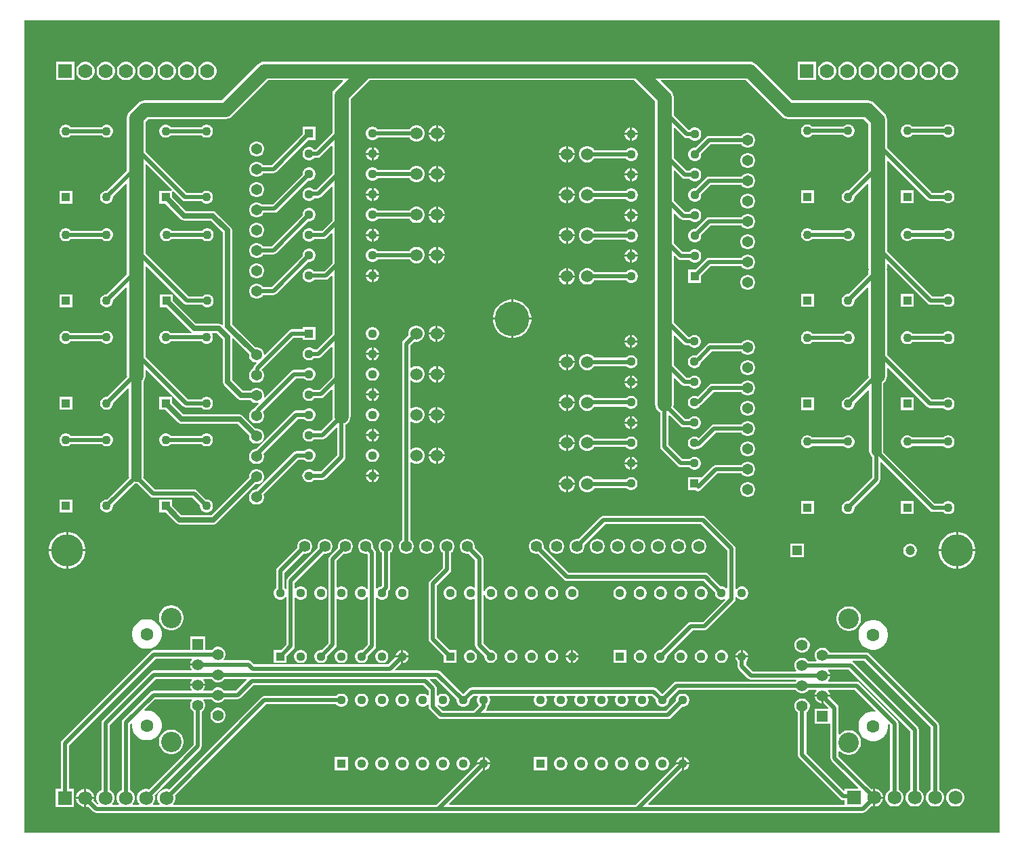
<source format=gbr>
G04*
G04 #@! TF.GenerationSoftware,Altium Limited,Altium Designer,23.7.1 (13)*
G04*
G04 Layer_Physical_Order=1*
G04 Layer_Color=255*
%FSLAX44Y44*%
%MOMM*%
G71*
G04*
G04 #@! TF.SameCoordinates,0CFD8679-3099-4179-8082-645FB237851B*
G04*
G04*
G04 #@! TF.FilePolarity,Positive*
G04*
G01*
G75*
%ADD33C,0.5080*%
%ADD34C,1.7780*%
%ADD35C,1.2700*%
%ADD36C,0.6350*%
%ADD37C,1.5240*%
%ADD38C,4.0000*%
%ADD39C,4.3180*%
%ADD40C,1.1300*%
%ADD41C,1.1000*%
%ADD42R,1.7780X1.7780*%
%ADD43C,1.7780*%
%ADD44C,1.3970*%
%ADD45R,1.1300X1.1300*%
%ADD46R,1.1300X1.1300*%
%ADD47C,1.6000*%
%ADD48C,2.5500*%
%ADD49C,1.4000*%
%ADD50R,1.4000X1.4000*%
%ADD51C,1.3650*%
%ADD52R,1.2000X1.2000*%
%ADD53C,1.2000*%
%ADD54R,1.7250X1.7250*%
%ADD55C,1.7250*%
%ADD56R,1.1000X1.1000*%
G36*
X1473200Y254000D02*
X254000D01*
Y1270000D01*
X1473200D01*
Y254000D01*
D02*
G37*
%LPC*%
G36*
X681134Y1218443D02*
X681134Y1218443D01*
X554135D01*
X554134Y1218443D01*
X551151Y1218050D01*
X548370Y1216899D01*
X545983Y1215067D01*
X500685Y1169769D01*
X404115D01*
X401132Y1169376D01*
X398351Y1168224D01*
X395964Y1166392D01*
X395964Y1166392D01*
X385548Y1155976D01*
X383716Y1153589D01*
X382564Y1150808D01*
X382171Y1147824D01*
Y1109980D01*
Y1084580D01*
Y1081631D01*
X357445Y1056905D01*
X355672D01*
X353627Y1056357D01*
X351794Y1055299D01*
X350297Y1053802D01*
X349238Y1051968D01*
X348690Y1049924D01*
Y1047807D01*
X349238Y1045762D01*
X350297Y1043928D01*
X351794Y1042431D01*
X353627Y1041373D01*
X355672Y1040825D01*
X357789D01*
X359834Y1041373D01*
X361667Y1042431D01*
X363164Y1043928D01*
X364222Y1045762D01*
X364770Y1047807D01*
Y1049580D01*
X380998Y1065808D01*
X382171Y1065322D01*
Y980440D01*
Y957580D01*
X382256Y956938D01*
X382171Y956295D01*
Y952092D01*
X357445Y927365D01*
X355671D01*
X353627Y926817D01*
X351793Y925759D01*
X350296Y924262D01*
X349238Y922428D01*
X348690Y920384D01*
Y918267D01*
X349238Y916222D01*
X350296Y914388D01*
X351793Y912891D01*
X353627Y911833D01*
X355671Y911285D01*
X357788D01*
X359833Y911833D01*
X361666Y912891D01*
X363163Y914388D01*
X364222Y916222D01*
X364770Y918267D01*
Y920040D01*
X380998Y936268D01*
X382171Y935782D01*
Y853440D01*
Y825500D01*
X382367Y824017D01*
X357445Y799095D01*
X355671D01*
X353627Y798547D01*
X351793Y797489D01*
X350296Y795992D01*
X349238Y794158D01*
X348690Y792114D01*
Y789997D01*
X349238Y787952D01*
X350296Y786118D01*
X351793Y784622D01*
X353627Y783563D01*
X355671Y783015D01*
X357788D01*
X359833Y783563D01*
X361666Y784622D01*
X363163Y786118D01*
X364222Y787952D01*
X364770Y789997D01*
Y791770D01*
X383560Y810560D01*
X384733Y810074D01*
Y699755D01*
X384924Y698305D01*
X357445Y670825D01*
X355671D01*
X353627Y670277D01*
X351793Y669219D01*
X350296Y667722D01*
X349238Y665888D01*
X348690Y663844D01*
Y661727D01*
X349238Y659682D01*
X350296Y657848D01*
X351793Y656351D01*
X353627Y655293D01*
X355671Y654745D01*
X357788D01*
X359833Y655293D01*
X361666Y656351D01*
X363163Y657848D01*
X364222Y659682D01*
X364770Y661727D01*
Y663500D01*
X392249Y690980D01*
X393700Y690789D01*
X395151Y690980D01*
X411613Y674518D01*
X413293Y673395D01*
X415275Y673000D01*
X464129D01*
X473630Y663500D01*
Y661727D01*
X474178Y659682D01*
X475236Y657848D01*
X476733Y656351D01*
X478567Y655293D01*
X480611Y654745D01*
X482728D01*
X484773Y655293D01*
X486606Y656351D01*
X488103Y657848D01*
X489162Y659682D01*
X489710Y661727D01*
Y663844D01*
X489162Y665888D01*
X488103Y667722D01*
X486606Y669219D01*
X484773Y670277D01*
X482728Y670825D01*
X480955D01*
X469937Y681842D01*
X468257Y682965D01*
X466275Y683360D01*
X417421D01*
X402476Y698305D01*
X402667Y699755D01*
Y818410D01*
X403684Y819736D01*
X404836Y822516D01*
X405229Y825500D01*
Y832927D01*
X406402Y833413D01*
X452422Y787393D01*
X454103Y786270D01*
X456085Y785875D01*
X475479D01*
X476733Y784622D01*
X478567Y783563D01*
X480611Y783015D01*
X482728D01*
X484773Y783563D01*
X486606Y784622D01*
X488103Y786118D01*
X489162Y787952D01*
X489710Y789997D01*
Y792114D01*
X489162Y794158D01*
X488103Y795992D01*
X486606Y797489D01*
X484773Y798547D01*
X482728Y799095D01*
X480611D01*
X478567Y798547D01*
X476733Y797489D01*
X475479Y796235D01*
X458230D01*
X405229Y849236D01*
Y853440D01*
Y956295D01*
X405144Y956938D01*
X405229Y957580D01*
Y962467D01*
X406402Y962953D01*
X453693Y915663D01*
X455373Y914540D01*
X457355Y914146D01*
X476381D01*
X477635Y912891D01*
X479469Y911833D01*
X481514Y911285D01*
X483631D01*
X485675Y911833D01*
X487509Y912891D01*
X489006Y914388D01*
X490064Y916222D01*
X490612Y918267D01*
Y920384D01*
X490064Y922428D01*
X489006Y924262D01*
X487509Y925759D01*
X485675Y926817D01*
X483631Y927365D01*
X481514D01*
X479469Y926817D01*
X477635Y925759D01*
X476381Y924505D01*
X459500D01*
X405229Y978776D01*
Y980440D01*
Y1084580D01*
Y1089467D01*
X406402Y1089953D01*
X438180Y1058175D01*
X437654Y1056905D01*
X422630D01*
Y1040825D01*
X430470D01*
X449815Y1021480D01*
X451705Y1020217D01*
X453935Y1019773D01*
X487187D01*
X502173Y1004787D01*
Y889411D01*
X500903Y889029D01*
X499220Y890154D01*
X496990Y890597D01*
X468540D01*
X439612Y919526D01*
Y927365D01*
X423532D01*
Y911285D01*
X431371D01*
X462006Y880650D01*
X462972Y880005D01*
X462587Y878735D01*
X436861D01*
X435607Y879989D01*
X433773Y881047D01*
X431729Y881595D01*
X429612D01*
X427567Y881047D01*
X425733Y879989D01*
X424237Y878492D01*
X423178Y876659D01*
X422630Y874614D01*
Y872497D01*
X423178Y870452D01*
X424237Y868619D01*
X425733Y867122D01*
X427567Y866063D01*
X429612Y865515D01*
X431729D01*
X433773Y866063D01*
X435607Y867122D01*
X436861Y868376D01*
X475479D01*
X476733Y867122D01*
X478567Y866063D01*
X480611Y865515D01*
X482728D01*
X484773Y866063D01*
X486606Y867122D01*
X488103Y868619D01*
X489162Y870452D01*
X489710Y872497D01*
Y874614D01*
X489162Y876659D01*
X488576Y877673D01*
X489309Y878943D01*
X494576D01*
X502173Y871346D01*
Y817880D01*
X502617Y815650D01*
X503880Y813760D01*
X521105Y796535D01*
X522995Y795272D01*
X525225Y794828D01*
X536778D01*
X538445Y793161D01*
X540581Y791928D01*
X542963Y791290D01*
X545428D01*
X546140Y791481D01*
X546797Y790342D01*
X542173Y785718D01*
X541107Y784123D01*
X540581Y783982D01*
X538445Y782749D01*
X536702Y781005D01*
X535469Y778870D01*
X534831Y776488D01*
Y774022D01*
X535469Y771640D01*
X536702Y769505D01*
X538445Y767761D01*
X540581Y766528D01*
X542963Y765890D01*
X545428D01*
X547810Y766528D01*
X549946Y767761D01*
X551689Y769505D01*
X552922Y771640D01*
X553560Y774022D01*
Y776488D01*
X552922Y778870D01*
X551843Y780739D01*
X593440Y822335D01*
X603417D01*
X604791Y820961D01*
X606658Y819882D01*
X608741Y819324D01*
X610898D01*
X612981Y819882D01*
X614848Y820961D01*
X616373Y822486D01*
X617451Y824353D01*
X618009Y826436D01*
Y828593D01*
X617451Y830675D01*
X616373Y832543D01*
X614848Y834068D01*
X612981Y835146D01*
X610898Y835704D01*
X608741D01*
X606658Y835146D01*
X604791Y834068D01*
X603417Y832694D01*
X591294D01*
X589312Y832299D01*
X587632Y831177D01*
X554509Y798054D01*
X553370Y798711D01*
X553560Y799422D01*
Y801888D01*
X552922Y804270D01*
X551689Y806405D01*
X549946Y808149D01*
X547810Y809382D01*
X545428Y810020D01*
X542963D01*
X540581Y809382D01*
X538445Y808149D01*
X536778Y806482D01*
X527638D01*
X513827Y820294D01*
Y871924D01*
X515000Y872410D01*
X534831Y852580D01*
Y850222D01*
X535469Y847840D01*
X536702Y845705D01*
X538445Y843961D01*
X540581Y842728D01*
X542963Y842090D01*
X543546D01*
X544032Y840917D01*
X541817Y838702D01*
X540695Y837022D01*
X540300Y835040D01*
Y834620D01*
X538445Y833549D01*
X536702Y831805D01*
X535469Y829670D01*
X534831Y827288D01*
Y824822D01*
X535469Y822440D01*
X536702Y820305D01*
X538445Y818561D01*
X540581Y817328D01*
X542963Y816690D01*
X545428D01*
X547810Y817328D01*
X549946Y818561D01*
X551689Y820305D01*
X552922Y822440D01*
X553560Y824822D01*
Y827288D01*
X552922Y829670D01*
X551689Y831805D01*
X550659Y832836D01*
Y832894D01*
X590900Y873135D01*
X601629D01*
Y870124D01*
X618009D01*
Y886504D01*
X601629D01*
Y883494D01*
X588754D01*
X586772Y883100D01*
X585092Y881977D01*
X554734Y851619D01*
X553560Y852105D01*
Y852688D01*
X552922Y855070D01*
X551689Y857206D01*
X549946Y858949D01*
X547810Y860182D01*
X545428Y860820D01*
X543071D01*
X513827Y890064D01*
Y1007200D01*
X513383Y1009430D01*
X512120Y1011321D01*
X493721Y1029721D01*
X491830Y1030984D01*
X489600Y1031427D01*
X456349D01*
X438710Y1049066D01*
Y1055849D01*
X439980Y1056375D01*
X451152Y1045203D01*
X452833Y1044080D01*
X454815Y1043686D01*
X475479D01*
X476733Y1042431D01*
X478567Y1041373D01*
X480611Y1040825D01*
X482728D01*
X484773Y1041373D01*
X486606Y1042431D01*
X488103Y1043928D01*
X489162Y1045762D01*
X489710Y1047807D01*
Y1049924D01*
X489162Y1051968D01*
X488103Y1053802D01*
X486606Y1055299D01*
X484773Y1056357D01*
X482728Y1056905D01*
X480611D01*
X478567Y1056357D01*
X476733Y1055299D01*
X475479Y1054045D01*
X456960D01*
X405229Y1105776D01*
Y1109980D01*
Y1143049D01*
X408891Y1146711D01*
X505460D01*
X508444Y1147104D01*
X511224Y1148256D01*
X513612Y1150088D01*
X558910Y1195386D01*
X651643D01*
X652129Y1194213D01*
X642262Y1184346D01*
X640430Y1181959D01*
X639278Y1179178D01*
X638886Y1176194D01*
Y1133014D01*
Y1128811D01*
X618341Y1108266D01*
X616222D01*
X614848Y1109640D01*
X612981Y1110718D01*
X610898Y1111276D01*
X608741D01*
X606658Y1110718D01*
X604791Y1109640D01*
X603266Y1108115D01*
X602188Y1106247D01*
X601629Y1104164D01*
Y1102008D01*
X602188Y1099925D01*
X603266Y1098057D01*
X604791Y1096532D01*
X606658Y1095454D01*
X608741Y1094896D01*
X610898D01*
X612981Y1095454D01*
X614848Y1096532D01*
X616222Y1097906D01*
X620486D01*
X622468Y1098301D01*
X624148Y1099424D01*
X637712Y1112987D01*
X638886Y1112501D01*
Y1082040D01*
Y1077836D01*
X619135Y1058086D01*
X615602D01*
X614848Y1058840D01*
X612981Y1059918D01*
X610898Y1060476D01*
X608741D01*
X606658Y1059918D01*
X604791Y1058840D01*
X603266Y1057315D01*
X602188Y1055447D01*
X601629Y1053364D01*
Y1051208D01*
X602188Y1049125D01*
X603266Y1047257D01*
X604791Y1045732D01*
X606658Y1044654D01*
X608741Y1044096D01*
X610898D01*
X612981Y1044654D01*
X614848Y1045732D01*
X616373Y1047257D01*
X616644Y1047727D01*
X621280D01*
X623263Y1048121D01*
X624943Y1049244D01*
X637712Y1062013D01*
X638886Y1061527D01*
Y1023620D01*
Y1019416D01*
X626135Y1006666D01*
X616222D01*
X614848Y1008040D01*
X612981Y1009118D01*
X610898Y1009676D01*
X608741D01*
X606658Y1009118D01*
X604791Y1008040D01*
X603266Y1006515D01*
X602188Y1004647D01*
X601629Y1002564D01*
Y1000408D01*
X602188Y998325D01*
X603266Y996457D01*
X604791Y994932D01*
X606658Y993854D01*
X608741Y993296D01*
X610898D01*
X612981Y993854D01*
X614848Y994932D01*
X616222Y996307D01*
X628280D01*
X630262Y996701D01*
X631943Y997824D01*
X637712Y1003593D01*
X638886Y1003107D01*
Y970280D01*
Y966076D01*
X628675Y955866D01*
X616222D01*
X614848Y957240D01*
X612981Y958318D01*
X610898Y958876D01*
X608741D01*
X606658Y958318D01*
X604791Y957240D01*
X603266Y955715D01*
X602188Y953847D01*
X601629Y951764D01*
Y949608D01*
X602188Y947525D01*
X603266Y945657D01*
X604791Y944132D01*
X606658Y943054D01*
X608741Y942496D01*
X610898D01*
X612981Y943054D01*
X614848Y944132D01*
X616222Y945507D01*
X630820D01*
X632802Y945901D01*
X634483Y947024D01*
X637712Y950253D01*
X638886Y949767D01*
Y881554D01*
Y877351D01*
X619629Y858094D01*
X616222D01*
X614848Y859468D01*
X612981Y860546D01*
X610898Y861104D01*
X608741D01*
X606658Y860546D01*
X604791Y859468D01*
X603266Y857943D01*
X602188Y856075D01*
X601629Y853992D01*
Y851836D01*
X602188Y849753D01*
X603266Y847886D01*
X604791Y846361D01*
X606658Y845282D01*
X608741Y844724D01*
X610898D01*
X612981Y845282D01*
X614848Y846361D01*
X616222Y847735D01*
X621774D01*
X623756Y848129D01*
X625437Y849252D01*
X637712Y861527D01*
X638886Y861041D01*
Y828214D01*
Y824011D01*
X622789Y807914D01*
X615602D01*
X614848Y808668D01*
X612981Y809746D01*
X610898Y810304D01*
X608741D01*
X606658Y809746D01*
X604791Y808668D01*
X603266Y807143D01*
X602188Y805275D01*
X601629Y803192D01*
Y801036D01*
X602188Y798953D01*
X603266Y797085D01*
X604791Y795561D01*
X606658Y794482D01*
X608741Y793924D01*
X610898D01*
X612981Y794482D01*
X614848Y795561D01*
X616373Y797085D01*
X616644Y797555D01*
X624935D01*
X626917Y797949D01*
X628597Y799072D01*
X637712Y808187D01*
X638886Y807701D01*
Y774874D01*
X639278Y771890D01*
X639521Y771306D01*
X624709Y756494D01*
X616222D01*
X614848Y757868D01*
X612981Y758946D01*
X610898Y759504D01*
X608741D01*
X606658Y758946D01*
X604791Y757868D01*
X603266Y756343D01*
X602188Y754475D01*
X601629Y752392D01*
Y750236D01*
X602188Y748153D01*
X603266Y746285D01*
X604791Y744761D01*
X606658Y743682D01*
X608741Y743124D01*
X610898D01*
X612981Y743682D01*
X614848Y744761D01*
X616222Y746135D01*
X626854D01*
X628836Y746529D01*
X630517Y747652D01*
X644061Y761196D01*
X645235Y760710D01*
Y726220D01*
X624709Y705694D01*
X616222D01*
X614848Y707068D01*
X612981Y708146D01*
X610898Y708704D01*
X608741D01*
X606658Y708146D01*
X604791Y707068D01*
X603266Y705543D01*
X602188Y703675D01*
X601969Y702860D01*
X601726Y702496D01*
X601332Y700514D01*
X601726Y698532D01*
X601969Y698169D01*
X602188Y697353D01*
X603266Y695486D01*
X604791Y693961D01*
X606658Y692882D01*
X608741Y692324D01*
X610898D01*
X612981Y692882D01*
X614848Y693961D01*
X616222Y695335D01*
X626854D01*
X628836Y695729D01*
X630517Y696852D01*
X654077Y720412D01*
X655200Y722092D01*
X655594Y724074D01*
Y764648D01*
X656179Y764890D01*
X658566Y766722D01*
X660398Y769110D01*
X661550Y771890D01*
X661943Y774874D01*
Y828214D01*
Y881554D01*
Y970280D01*
Y1023620D01*
Y1082040D01*
Y1133014D01*
Y1171419D01*
X685910Y1195386D01*
X1015890D01*
X1042571Y1168705D01*
Y1155700D01*
Y1102360D01*
Y1049020D01*
Y995680D01*
Y896620D01*
Y843280D01*
Y789940D01*
X1042964Y786956D01*
X1044116Y784176D01*
X1045948Y781788D01*
X1048336Y779956D01*
X1048921Y779714D01*
Y736600D01*
X1049315Y734618D01*
X1050437Y732937D01*
X1070977Y712398D01*
X1072658Y711275D01*
X1074640Y710881D01*
X1085356D01*
X1086730Y709506D01*
X1088597Y708428D01*
X1090680Y707870D01*
X1092837D01*
X1094920Y708428D01*
X1096787Y709506D01*
X1098312Y711031D01*
X1099390Y712899D01*
X1099949Y714982D01*
Y717138D01*
X1099390Y719221D01*
X1098312Y721089D01*
X1096787Y722614D01*
X1094920Y723692D01*
X1092837Y724250D01*
X1090680D01*
X1088597Y723692D01*
X1086730Y722614D01*
X1085356Y721240D01*
X1076785D01*
X1059279Y738745D01*
Y775776D01*
X1060453Y776262D01*
X1074137Y762578D01*
X1075818Y761455D01*
X1077800Y761061D01*
X1085975D01*
X1086730Y760306D01*
X1088597Y759228D01*
X1090680Y758670D01*
X1092837D01*
X1094920Y759228D01*
X1096787Y760306D01*
X1098312Y761831D01*
X1099390Y763699D01*
X1099949Y765782D01*
Y767938D01*
X1099390Y770021D01*
X1098312Y771889D01*
X1096787Y773414D01*
X1094920Y774492D01*
X1092837Y775050D01*
X1090680D01*
X1088597Y774492D01*
X1086730Y773414D01*
X1085205Y771889D01*
X1084934Y771420D01*
X1079945D01*
X1064994Y786371D01*
X1065236Y786956D01*
X1065629Y789940D01*
Y822767D01*
X1066802Y823253D01*
X1076058Y813998D01*
X1077738Y812875D01*
X1079720Y812480D01*
X1079720Y812480D01*
X1085356D01*
X1086730Y811106D01*
X1088597Y810028D01*
X1090680Y809470D01*
X1092837D01*
X1094920Y810028D01*
X1096787Y811106D01*
X1098312Y812631D01*
X1099390Y814499D01*
X1099949Y816582D01*
Y818738D01*
X1099390Y820821D01*
X1098312Y822689D01*
X1096787Y824214D01*
X1094920Y825292D01*
X1092837Y825850D01*
X1090680D01*
X1088597Y825292D01*
X1086730Y824214D01*
X1085356Y822840D01*
X1081865D01*
X1065629Y839076D01*
Y843280D01*
Y876107D01*
X1066802Y876593D01*
X1078597Y864798D01*
X1080278Y863675D01*
X1082260Y863280D01*
X1085356D01*
X1086730Y861906D01*
X1088597Y860828D01*
X1090680Y860270D01*
X1092837D01*
X1094920Y860828D01*
X1096787Y861906D01*
X1098312Y863431D01*
X1099390Y865299D01*
X1099949Y867382D01*
Y869538D01*
X1099390Y871621D01*
X1098312Y873489D01*
X1096787Y875014D01*
X1094920Y876092D01*
X1092837Y876650D01*
X1090680D01*
X1088597Y876092D01*
X1086730Y875014D01*
X1085356Y873640D01*
X1084405D01*
X1065629Y892416D01*
Y896620D01*
Y975167D01*
X1066802Y975653D01*
X1070670Y971785D01*
X1072350Y970663D01*
X1074332Y970268D01*
X1085599D01*
X1086973Y968894D01*
X1088840Y967816D01*
X1090923Y967258D01*
X1093080D01*
X1095163Y967816D01*
X1097030Y968894D01*
X1098555Y970419D01*
X1099633Y972287D01*
X1100191Y974370D01*
Y976526D01*
X1099633Y978609D01*
X1098555Y980477D01*
X1097030Y982001D01*
X1095163Y983080D01*
X1093080Y983638D01*
X1090923D01*
X1088840Y983080D01*
X1086973Y982001D01*
X1085599Y980627D01*
X1076478D01*
X1065629Y991476D01*
Y995680D01*
Y1028507D01*
X1066802Y1028993D01*
X1073829Y1021966D01*
X1075510Y1020843D01*
X1077492Y1020449D01*
X1086218D01*
X1086973Y1019694D01*
X1088840Y1018616D01*
X1090923Y1018058D01*
X1093080D01*
X1095163Y1018616D01*
X1097030Y1019694D01*
X1098555Y1021219D01*
X1099633Y1023087D01*
X1100191Y1025170D01*
Y1027326D01*
X1099633Y1029409D01*
X1098555Y1031277D01*
X1097030Y1032802D01*
X1095163Y1033880D01*
X1093080Y1034438D01*
X1090923D01*
X1088840Y1033880D01*
X1086973Y1032802D01*
X1085448Y1031277D01*
X1085177Y1030808D01*
X1079637D01*
X1065629Y1044816D01*
Y1049020D01*
Y1081847D01*
X1066802Y1082333D01*
X1075750Y1073385D01*
X1077430Y1072263D01*
X1079412Y1071868D01*
X1085599D01*
X1086973Y1070494D01*
X1088840Y1069416D01*
X1090923Y1068858D01*
X1093080D01*
X1095163Y1069416D01*
X1097030Y1070494D01*
X1098555Y1072019D01*
X1099633Y1073887D01*
X1100191Y1075970D01*
Y1078126D01*
X1099633Y1080209D01*
X1098555Y1082077D01*
X1097030Y1083602D01*
X1095163Y1084680D01*
X1093080Y1085238D01*
X1090923D01*
X1088840Y1084680D01*
X1086973Y1083602D01*
X1085599Y1082227D01*
X1081558D01*
X1065629Y1098156D01*
Y1102360D01*
Y1135187D01*
X1066802Y1135673D01*
X1078290Y1124185D01*
X1079970Y1123063D01*
X1081952Y1122668D01*
X1085599D01*
X1086973Y1121294D01*
X1088840Y1120216D01*
X1090923Y1119658D01*
X1093080D01*
X1095163Y1120216D01*
X1097030Y1121294D01*
X1098555Y1122819D01*
X1099633Y1124687D01*
X1100191Y1126770D01*
Y1128926D01*
X1099633Y1131009D01*
X1098555Y1132877D01*
X1097030Y1134401D01*
X1095163Y1135480D01*
X1093080Y1136038D01*
X1090923D01*
X1088840Y1135480D01*
X1086973Y1134401D01*
X1085599Y1133027D01*
X1084098D01*
X1065629Y1151496D01*
Y1155700D01*
Y1173480D01*
X1065629Y1173480D01*
X1065236Y1176464D01*
X1064084Y1179244D01*
X1062252Y1181632D01*
X1062252Y1181632D01*
X1049671Y1194213D01*
X1050157Y1195386D01*
X1155590D01*
X1200888Y1150088D01*
X1203276Y1148256D01*
X1206056Y1147104D01*
X1209040Y1146711D01*
X1209040Y1146711D01*
X1303325D01*
X1309271Y1140765D01*
Y1115060D01*
Y1084580D01*
Y1082077D01*
X1284545Y1057351D01*
X1282772D01*
X1280727Y1056803D01*
X1278894Y1055745D01*
X1277397Y1054248D01*
X1276338Y1052414D01*
X1275790Y1050370D01*
Y1048253D01*
X1276338Y1046208D01*
X1277397Y1044374D01*
X1278894Y1042878D01*
X1280727Y1041819D01*
X1282772Y1041271D01*
X1284889D01*
X1286934Y1041819D01*
X1288767Y1042878D01*
X1290264Y1044374D01*
X1291322Y1046208D01*
X1291870Y1048253D01*
Y1050026D01*
X1308098Y1066254D01*
X1309271Y1065768D01*
Y985520D01*
Y960120D01*
X1309512Y958296D01*
X1309271Y956473D01*
Y952269D01*
X1284545Y927543D01*
X1282772D01*
X1280727Y926995D01*
X1278894Y925937D01*
X1277397Y924439D01*
X1276338Y922606D01*
X1275790Y920561D01*
Y918444D01*
X1276338Y916400D01*
X1277397Y914566D01*
X1278894Y913069D01*
X1280727Y912011D01*
X1282772Y911463D01*
X1284889D01*
X1286934Y912011D01*
X1288767Y913069D01*
X1290264Y914566D01*
X1291322Y916400D01*
X1291870Y918444D01*
Y920218D01*
X1308098Y936446D01*
X1309271Y935960D01*
Y855980D01*
Y825500D01*
X1309539Y823471D01*
X1284545Y798477D01*
X1282772D01*
X1280727Y797929D01*
X1278894Y796871D01*
X1277397Y795374D01*
X1276338Y793541D01*
X1275790Y791496D01*
Y789379D01*
X1276338Y787334D01*
X1277397Y785501D01*
X1278894Y784004D01*
X1280727Y782945D01*
X1282772Y782397D01*
X1284889D01*
X1286934Y782945D01*
X1288767Y784004D01*
X1290264Y785501D01*
X1291322Y787334D01*
X1291870Y789379D01*
Y791152D01*
X1308753Y808035D01*
X1309926Y807549D01*
Y731520D01*
X1310232Y729199D01*
X1311128Y727037D01*
X1312552Y725180D01*
X1313714Y724289D01*
Y697683D01*
X1284545Y668515D01*
X1282772D01*
X1280727Y667967D01*
X1278894Y666909D01*
X1277397Y665412D01*
X1276338Y663578D01*
X1275790Y661534D01*
Y659417D01*
X1276338Y657372D01*
X1277397Y655538D01*
X1278894Y654042D01*
X1280727Y652983D01*
X1282772Y652435D01*
X1284889D01*
X1286934Y652983D01*
X1288767Y654042D01*
X1290264Y655538D01*
X1291322Y657372D01*
X1291870Y659417D01*
Y661190D01*
X1322555Y691875D01*
X1323678Y693556D01*
X1324073Y695538D01*
X1324073Y695538D01*
Y717356D01*
X1325246Y717842D01*
X1386275Y656813D01*
X1387956Y655690D01*
X1389938Y655296D01*
X1402579D01*
X1403833Y654042D01*
X1405667Y652983D01*
X1407711Y652435D01*
X1409828D01*
X1411873Y652983D01*
X1413707Y654042D01*
X1415203Y655538D01*
X1416262Y657372D01*
X1416810Y659417D01*
Y661534D01*
X1416262Y663578D01*
X1415203Y665412D01*
X1413707Y666909D01*
X1411873Y667967D01*
X1409828Y668515D01*
X1407711D01*
X1405667Y667967D01*
X1403833Y666909D01*
X1402579Y665655D01*
X1392083D01*
X1327669Y730069D01*
X1327860Y731520D01*
Y816510D01*
X1328952Y817348D01*
X1330784Y819736D01*
X1331936Y822516D01*
X1332329Y825500D01*
Y835467D01*
X1333502Y835953D01*
X1382680Y786775D01*
X1384360Y785653D01*
X1386342Y785258D01*
X1386342Y785258D01*
X1402579D01*
X1403833Y784004D01*
X1405667Y782946D01*
X1407711Y782398D01*
X1409828D01*
X1411873Y782946D01*
X1413707Y784004D01*
X1415203Y785501D01*
X1416262Y787335D01*
X1416810Y789379D01*
Y791496D01*
X1416262Y793541D01*
X1415203Y795375D01*
X1413707Y796871D01*
X1411873Y797930D01*
X1409828Y798478D01*
X1407711D01*
X1405667Y797930D01*
X1403833Y796871D01*
X1402579Y795617D01*
X1388488D01*
X1332329Y851776D01*
Y855980D01*
Y956473D01*
X1332088Y958296D01*
X1332329Y960120D01*
Y965007D01*
X1333502Y965493D01*
X1383155Y915841D01*
X1383155Y915840D01*
X1384835Y914718D01*
X1386817Y914323D01*
X1402579D01*
X1403833Y913069D01*
X1405667Y912011D01*
X1407711Y911463D01*
X1409828D01*
X1411873Y912011D01*
X1413707Y913069D01*
X1415203Y914566D01*
X1416262Y916400D01*
X1416810Y918444D01*
Y920561D01*
X1416262Y922606D01*
X1415203Y924439D01*
X1413707Y925937D01*
X1411873Y926995D01*
X1409828Y927543D01*
X1407711D01*
X1405667Y926995D01*
X1403833Y925937D01*
X1402579Y924682D01*
X1388963D01*
X1332329Y981316D01*
Y985520D01*
Y1084580D01*
Y1094547D01*
X1333502Y1095033D01*
X1382886Y1045649D01*
X1384567Y1044526D01*
X1386549Y1044132D01*
X1402579D01*
X1403833Y1042878D01*
X1405667Y1041819D01*
X1407711Y1041271D01*
X1409828D01*
X1411873Y1041819D01*
X1413707Y1042878D01*
X1415203Y1044374D01*
X1416262Y1046208D01*
X1416810Y1048253D01*
Y1050370D01*
X1416262Y1052414D01*
X1415203Y1054248D01*
X1413707Y1055745D01*
X1411873Y1056803D01*
X1409828Y1057351D01*
X1407711D01*
X1405667Y1056803D01*
X1403833Y1055745D01*
X1402579Y1054491D01*
X1388694D01*
X1332329Y1110856D01*
Y1115060D01*
Y1145540D01*
X1332329Y1145540D01*
X1331936Y1148524D01*
X1330784Y1151304D01*
X1328952Y1153692D01*
X1316252Y1166392D01*
X1313864Y1168224D01*
X1311084Y1169376D01*
X1308100Y1169769D01*
X1213815D01*
X1168517Y1215067D01*
X1166130Y1216899D01*
X1163349Y1218050D01*
X1160366Y1218443D01*
X681135D01*
X681134Y1218443D01*
D02*
G37*
G36*
X1411205Y1217930D02*
X1408195D01*
X1405288Y1217151D01*
X1402682Y1215646D01*
X1400554Y1213518D01*
X1399049Y1210912D01*
X1398270Y1208005D01*
Y1204995D01*
X1399049Y1202088D01*
X1400554Y1199482D01*
X1402682Y1197354D01*
X1405288Y1195849D01*
X1408195Y1195070D01*
X1411205D01*
X1414112Y1195849D01*
X1416718Y1197354D01*
X1418846Y1199482D01*
X1420351Y1202088D01*
X1421130Y1204995D01*
Y1208005D01*
X1420351Y1210912D01*
X1418846Y1213518D01*
X1416718Y1215646D01*
X1414112Y1217151D01*
X1411205Y1217930D01*
D02*
G37*
G36*
X1385805D02*
X1382795D01*
X1379888Y1217151D01*
X1377282Y1215646D01*
X1375154Y1213518D01*
X1373649Y1210912D01*
X1372870Y1208005D01*
Y1204995D01*
X1373649Y1202088D01*
X1375154Y1199482D01*
X1377282Y1197354D01*
X1379888Y1195849D01*
X1382795Y1195070D01*
X1385805D01*
X1388712Y1195849D01*
X1391318Y1197354D01*
X1393446Y1199482D01*
X1394951Y1202088D01*
X1395730Y1204995D01*
Y1208005D01*
X1394951Y1210912D01*
X1393446Y1213518D01*
X1391318Y1215646D01*
X1388712Y1217151D01*
X1385805Y1217930D01*
D02*
G37*
G36*
X1360405D02*
X1357395D01*
X1354488Y1217151D01*
X1351882Y1215646D01*
X1349754Y1213518D01*
X1348249Y1210912D01*
X1347470Y1208005D01*
Y1204995D01*
X1348249Y1202088D01*
X1349754Y1199482D01*
X1351882Y1197354D01*
X1354488Y1195849D01*
X1357395Y1195070D01*
X1360405D01*
X1363312Y1195849D01*
X1365918Y1197354D01*
X1368046Y1199482D01*
X1369551Y1202088D01*
X1370330Y1204995D01*
Y1208005D01*
X1369551Y1210912D01*
X1368046Y1213518D01*
X1365918Y1215646D01*
X1363312Y1217151D01*
X1360405Y1217930D01*
D02*
G37*
G36*
X1335005D02*
X1331995D01*
X1329088Y1217151D01*
X1326482Y1215646D01*
X1324354Y1213518D01*
X1322849Y1210912D01*
X1322070Y1208005D01*
Y1204995D01*
X1322849Y1202088D01*
X1324354Y1199482D01*
X1326482Y1197354D01*
X1329088Y1195849D01*
X1331995Y1195070D01*
X1335005D01*
X1337912Y1195849D01*
X1340518Y1197354D01*
X1342646Y1199482D01*
X1344151Y1202088D01*
X1344930Y1204995D01*
Y1208005D01*
X1344151Y1210912D01*
X1342646Y1213518D01*
X1340518Y1215646D01*
X1337912Y1217151D01*
X1335005Y1217930D01*
D02*
G37*
G36*
X1309605D02*
X1306595D01*
X1303688Y1217151D01*
X1301082Y1215646D01*
X1298954Y1213518D01*
X1297449Y1210912D01*
X1296670Y1208005D01*
Y1204995D01*
X1297449Y1202088D01*
X1298954Y1199482D01*
X1301082Y1197354D01*
X1303688Y1195849D01*
X1306595Y1195070D01*
X1309605D01*
X1312512Y1195849D01*
X1315118Y1197354D01*
X1317246Y1199482D01*
X1318751Y1202088D01*
X1319530Y1204995D01*
Y1208005D01*
X1318751Y1210912D01*
X1317246Y1213518D01*
X1315118Y1215646D01*
X1312512Y1217151D01*
X1309605Y1217930D01*
D02*
G37*
G36*
X1284205D02*
X1281195D01*
X1278288Y1217151D01*
X1275682Y1215646D01*
X1273554Y1213518D01*
X1272049Y1210912D01*
X1271270Y1208005D01*
Y1204995D01*
X1272049Y1202088D01*
X1273554Y1199482D01*
X1275682Y1197354D01*
X1278288Y1195849D01*
X1281195Y1195070D01*
X1284205D01*
X1287112Y1195849D01*
X1289718Y1197354D01*
X1291846Y1199482D01*
X1293351Y1202088D01*
X1294130Y1204995D01*
Y1208005D01*
X1293351Y1210912D01*
X1291846Y1213518D01*
X1289718Y1215646D01*
X1287112Y1217151D01*
X1284205Y1217930D01*
D02*
G37*
G36*
X1258805D02*
X1255795D01*
X1252888Y1217151D01*
X1250282Y1215646D01*
X1248154Y1213518D01*
X1246649Y1210912D01*
X1245870Y1208005D01*
Y1204995D01*
X1246649Y1202088D01*
X1248154Y1199482D01*
X1250282Y1197354D01*
X1252888Y1195849D01*
X1255795Y1195070D01*
X1258805D01*
X1261712Y1195849D01*
X1264318Y1197354D01*
X1266446Y1199482D01*
X1267951Y1202088D01*
X1268730Y1204995D01*
Y1208005D01*
X1267951Y1210912D01*
X1266446Y1213518D01*
X1264318Y1215646D01*
X1261712Y1217151D01*
X1258805Y1217930D01*
D02*
G37*
G36*
X1243330D02*
X1220470D01*
Y1195070D01*
X1243330D01*
Y1217930D01*
D02*
G37*
G36*
X484105D02*
X481095D01*
X478188Y1217151D01*
X475582Y1215646D01*
X473454Y1213518D01*
X471949Y1210912D01*
X471170Y1208005D01*
Y1204995D01*
X471949Y1202088D01*
X473454Y1199482D01*
X475582Y1197354D01*
X478188Y1195849D01*
X481095Y1195070D01*
X484105D01*
X487012Y1195849D01*
X489618Y1197354D01*
X491746Y1199482D01*
X493251Y1202088D01*
X494030Y1204995D01*
Y1208005D01*
X493251Y1210912D01*
X491746Y1213518D01*
X489618Y1215646D01*
X487012Y1217151D01*
X484105Y1217930D01*
D02*
G37*
G36*
X458705D02*
X455695D01*
X452788Y1217151D01*
X450182Y1215646D01*
X448054Y1213518D01*
X446549Y1210912D01*
X445770Y1208005D01*
Y1204995D01*
X446549Y1202088D01*
X448054Y1199482D01*
X450182Y1197354D01*
X452788Y1195849D01*
X455695Y1195070D01*
X458705D01*
X461612Y1195849D01*
X464218Y1197354D01*
X466346Y1199482D01*
X467851Y1202088D01*
X468630Y1204995D01*
Y1208005D01*
X467851Y1210912D01*
X466346Y1213518D01*
X464218Y1215646D01*
X461612Y1217151D01*
X458705Y1217930D01*
D02*
G37*
G36*
X433305D02*
X430295D01*
X427388Y1217151D01*
X424782Y1215646D01*
X422654Y1213518D01*
X421149Y1210912D01*
X420370Y1208005D01*
Y1204995D01*
X421149Y1202088D01*
X422654Y1199482D01*
X424782Y1197354D01*
X427388Y1195849D01*
X430295Y1195070D01*
X433305D01*
X436212Y1195849D01*
X438818Y1197354D01*
X440946Y1199482D01*
X442451Y1202088D01*
X443230Y1204995D01*
Y1208005D01*
X442451Y1210912D01*
X440946Y1213518D01*
X438818Y1215646D01*
X436212Y1217151D01*
X433305Y1217930D01*
D02*
G37*
G36*
X407905D02*
X404895D01*
X401988Y1217151D01*
X399382Y1215646D01*
X397254Y1213518D01*
X395749Y1210912D01*
X394970Y1208005D01*
Y1204995D01*
X395749Y1202088D01*
X397254Y1199482D01*
X399382Y1197354D01*
X401988Y1195849D01*
X404895Y1195070D01*
X407905D01*
X410812Y1195849D01*
X413418Y1197354D01*
X415546Y1199482D01*
X417051Y1202088D01*
X417830Y1204995D01*
Y1208005D01*
X417051Y1210912D01*
X415546Y1213518D01*
X413418Y1215646D01*
X410812Y1217151D01*
X407905Y1217930D01*
D02*
G37*
G36*
X382505D02*
X379495D01*
X376588Y1217151D01*
X373982Y1215646D01*
X371854Y1213518D01*
X370349Y1210912D01*
X369570Y1208005D01*
Y1204995D01*
X370349Y1202088D01*
X371854Y1199482D01*
X373982Y1197354D01*
X376588Y1195849D01*
X379495Y1195070D01*
X382505D01*
X385412Y1195849D01*
X388018Y1197354D01*
X390146Y1199482D01*
X391651Y1202088D01*
X392430Y1204995D01*
Y1208005D01*
X391651Y1210912D01*
X390146Y1213518D01*
X388018Y1215646D01*
X385412Y1217151D01*
X382505Y1217930D01*
D02*
G37*
G36*
X357105D02*
X354095D01*
X351188Y1217151D01*
X348582Y1215646D01*
X346454Y1213518D01*
X344949Y1210912D01*
X344170Y1208005D01*
Y1204995D01*
X344949Y1202088D01*
X346454Y1199482D01*
X348582Y1197354D01*
X351188Y1195849D01*
X354095Y1195070D01*
X357105D01*
X360012Y1195849D01*
X362618Y1197354D01*
X364746Y1199482D01*
X366251Y1202088D01*
X367030Y1204995D01*
Y1208005D01*
X366251Y1210912D01*
X364746Y1213518D01*
X362618Y1215646D01*
X360012Y1217151D01*
X357105Y1217930D01*
D02*
G37*
G36*
X331705D02*
X328695D01*
X325788Y1217151D01*
X323182Y1215646D01*
X321054Y1213518D01*
X319549Y1210912D01*
X318770Y1208005D01*
Y1204995D01*
X319549Y1202088D01*
X321054Y1199482D01*
X323182Y1197354D01*
X325788Y1195849D01*
X328695Y1195070D01*
X331705D01*
X334612Y1195849D01*
X337218Y1197354D01*
X339346Y1199482D01*
X340851Y1202088D01*
X341630Y1204995D01*
Y1208005D01*
X340851Y1210912D01*
X339346Y1213518D01*
X337218Y1215646D01*
X334612Y1217151D01*
X331705Y1217930D01*
D02*
G37*
G36*
X316230D02*
X293370D01*
Y1195070D01*
X316230D01*
Y1217930D01*
D02*
G37*
G36*
X1409828Y1139851D02*
X1407711D01*
X1405667Y1139303D01*
X1403833Y1138245D01*
X1402579Y1136991D01*
X1363961D01*
X1362707Y1138245D01*
X1360874Y1139303D01*
X1358829Y1139851D01*
X1356712D01*
X1354667Y1139303D01*
X1352834Y1138245D01*
X1351337Y1136748D01*
X1350278Y1134915D01*
X1349730Y1132870D01*
Y1130753D01*
X1350278Y1128708D01*
X1351337Y1126875D01*
X1352834Y1125378D01*
X1354667Y1124319D01*
X1356712Y1123771D01*
X1358829D01*
X1360874Y1124319D01*
X1362707Y1125378D01*
X1363961Y1126632D01*
X1402579D01*
X1403833Y1125378D01*
X1405667Y1124319D01*
X1407711Y1123771D01*
X1409828D01*
X1411873Y1124319D01*
X1413707Y1125378D01*
X1415203Y1126875D01*
X1416262Y1128708D01*
X1416810Y1130753D01*
Y1132870D01*
X1416262Y1134915D01*
X1415203Y1136748D01*
X1413707Y1138245D01*
X1411873Y1139303D01*
X1409828Y1139851D01*
D02*
G37*
G36*
X1284889D02*
X1282772D01*
X1280727Y1139303D01*
X1278894Y1138245D01*
X1277640Y1136991D01*
X1239021D01*
X1237767Y1138245D01*
X1235934Y1139303D01*
X1233889Y1139851D01*
X1231772D01*
X1229727Y1139303D01*
X1227894Y1138245D01*
X1226397Y1136748D01*
X1225338Y1134915D01*
X1224790Y1132870D01*
Y1130753D01*
X1225338Y1128708D01*
X1226397Y1126875D01*
X1227894Y1125378D01*
X1229727Y1124319D01*
X1231772Y1123771D01*
X1233889D01*
X1235934Y1124319D01*
X1237767Y1125378D01*
X1239021Y1126632D01*
X1277640D01*
X1278894Y1125378D01*
X1280727Y1124319D01*
X1282772Y1123771D01*
X1284889D01*
X1286934Y1124319D01*
X1288767Y1125378D01*
X1290264Y1126875D01*
X1291322Y1128708D01*
X1291870Y1130753D01*
Y1132870D01*
X1291322Y1134915D01*
X1290264Y1136748D01*
X1288767Y1138245D01*
X1286934Y1139303D01*
X1284889Y1139851D01*
D02*
G37*
G36*
X482728Y1139405D02*
X480611D01*
X478567Y1138857D01*
X476733Y1137799D01*
X475479Y1136545D01*
X436861D01*
X435607Y1137799D01*
X433773Y1138857D01*
X431729Y1139405D01*
X429612D01*
X427567Y1138857D01*
X425733Y1137799D01*
X424237Y1136302D01*
X423178Y1134469D01*
X422630Y1132424D01*
Y1130307D01*
X423178Y1128262D01*
X424237Y1126429D01*
X425733Y1124932D01*
X427567Y1123873D01*
X429612Y1123325D01*
X431729D01*
X433773Y1123873D01*
X435607Y1124932D01*
X436861Y1126186D01*
X475479D01*
X476733Y1124932D01*
X478567Y1123873D01*
X480611Y1123325D01*
X482728D01*
X484773Y1123873D01*
X486606Y1124932D01*
X488103Y1126429D01*
X489162Y1128262D01*
X489710Y1130307D01*
Y1132424D01*
X489162Y1134469D01*
X488103Y1136302D01*
X486606Y1137799D01*
X484773Y1138857D01*
X482728Y1139405D01*
D02*
G37*
G36*
X357789D02*
X355672D01*
X353627Y1138857D01*
X351794Y1137799D01*
X350540Y1136545D01*
X311921D01*
X310667Y1137799D01*
X308834Y1138857D01*
X306789Y1139405D01*
X304672D01*
X302627Y1138857D01*
X300793Y1137799D01*
X299297Y1136302D01*
X298238Y1134469D01*
X297690Y1132424D01*
Y1130307D01*
X298238Y1128262D01*
X299297Y1126429D01*
X300793Y1124932D01*
X302627Y1123873D01*
X304672Y1123325D01*
X306789D01*
X308834Y1123873D01*
X310667Y1124932D01*
X311921Y1126186D01*
X350540D01*
X351794Y1124932D01*
X353627Y1123873D01*
X355672Y1123325D01*
X357789D01*
X359834Y1123873D01*
X361667Y1124932D01*
X363164Y1126429D01*
X364222Y1128262D01*
X364770Y1130307D01*
Y1132424D01*
X364222Y1134469D01*
X363164Y1136302D01*
X361667Y1137799D01*
X359834Y1138857D01*
X357789Y1139405D01*
D02*
G37*
G36*
X745558Y1138740D02*
X742882D01*
X740298Y1138047D01*
X737982Y1136710D01*
X736090Y1134818D01*
X735452Y1133712D01*
X695575D01*
X694248Y1135040D01*
X692381Y1136118D01*
X690298Y1136676D01*
X688141D01*
X686058Y1136118D01*
X684191Y1135040D01*
X682666Y1133515D01*
X681588Y1131647D01*
X681029Y1129564D01*
Y1127408D01*
X681588Y1125325D01*
X682666Y1123457D01*
X684191Y1121932D01*
X686058Y1120854D01*
X688141Y1120296D01*
X690298D01*
X692381Y1120854D01*
X694248Y1121932D01*
X695669Y1123353D01*
X735506D01*
X736090Y1122341D01*
X737982Y1120450D01*
X740298Y1119112D01*
X742882Y1118420D01*
X745558D01*
X748142Y1119112D01*
X750458Y1120450D01*
X752350Y1122341D01*
X753688Y1124658D01*
X754380Y1127242D01*
Y1129917D01*
X753688Y1132501D01*
X752350Y1134818D01*
X750458Y1136710D01*
X748142Y1138047D01*
X745558Y1138740D01*
D02*
G37*
G36*
X770958D02*
X770890D01*
Y1129850D01*
X779780D01*
Y1129917D01*
X779088Y1132501D01*
X777750Y1134818D01*
X775858Y1136710D01*
X773542Y1138047D01*
X770958Y1138740D01*
D02*
G37*
G36*
X768350D02*
X768282D01*
X765698Y1138047D01*
X763382Y1136710D01*
X761490Y1134818D01*
X760152Y1132501D01*
X759460Y1129917D01*
Y1129850D01*
X768350D01*
Y1138740D01*
D02*
G37*
G36*
X1013872Y1135986D02*
Y1129118D01*
X1020740D01*
X1020233Y1131009D01*
X1019155Y1132877D01*
X1017630Y1134401D01*
X1015763Y1135480D01*
X1013872Y1135986D01*
D02*
G37*
G36*
X1011331D02*
X1009440Y1135480D01*
X1007573Y1134401D01*
X1006048Y1132877D01*
X1004970Y1131009D01*
X1004463Y1129118D01*
X1011331D01*
Y1135986D01*
D02*
G37*
G36*
X1020740Y1126578D02*
X1013872D01*
Y1119709D01*
X1015763Y1120216D01*
X1017630Y1121294D01*
X1019155Y1122819D01*
X1020233Y1124687D01*
X1020740Y1126578D01*
D02*
G37*
G36*
X1011331D02*
X1004463D01*
X1004970Y1124687D01*
X1006048Y1122819D01*
X1007573Y1121294D01*
X1009440Y1120216D01*
X1011331Y1119709D01*
Y1126578D01*
D02*
G37*
G36*
X779780Y1127310D02*
X770890D01*
Y1118420D01*
X770958D01*
X773542Y1119112D01*
X775858Y1120450D01*
X777750Y1122341D01*
X779088Y1124658D01*
X779780Y1127242D01*
Y1127310D01*
D02*
G37*
G36*
X768350D02*
X759460D01*
Y1127242D01*
X760152Y1124658D01*
X761490Y1122341D01*
X763382Y1120450D01*
X765698Y1119112D01*
X768282Y1118420D01*
X768350D01*
Y1127310D01*
D02*
G37*
G36*
X1159473Y1129505D02*
X1157007D01*
X1154625Y1128867D01*
X1152490Y1127634D01*
X1150746Y1125890D01*
X1150417Y1125320D01*
X1109694D01*
X1107712Y1124925D01*
X1106031Y1123802D01*
X1106031Y1123802D01*
X1092867Y1110638D01*
X1090923D01*
X1088840Y1110080D01*
X1086973Y1109001D01*
X1085448Y1107477D01*
X1084370Y1105609D01*
X1083811Y1103526D01*
Y1101370D01*
X1084370Y1099287D01*
X1085448Y1097419D01*
X1086973Y1095894D01*
X1088840Y1094816D01*
X1090923Y1094258D01*
X1093080D01*
X1095163Y1094816D01*
X1097030Y1095894D01*
X1098555Y1097419D01*
X1099633Y1099287D01*
X1100191Y1101370D01*
Y1103313D01*
X1111839Y1114960D01*
X1150417D01*
X1150746Y1114390D01*
X1152490Y1112646D01*
X1154625Y1111413D01*
X1157007Y1110775D01*
X1159473D01*
X1161855Y1111413D01*
X1163990Y1112646D01*
X1165734Y1114390D01*
X1166967Y1116525D01*
X1167605Y1118907D01*
Y1121373D01*
X1166967Y1123755D01*
X1165734Y1125890D01*
X1163990Y1127634D01*
X1161855Y1128867D01*
X1159473Y1129505D01*
D02*
G37*
G36*
X690489Y1111225D02*
Y1104356D01*
X697358D01*
X696851Y1106247D01*
X695773Y1108115D01*
X694248Y1109640D01*
X692381Y1110718D01*
X690489Y1111225D01*
D02*
G37*
G36*
X687949D02*
X686058Y1110718D01*
X684191Y1109640D01*
X682666Y1108115D01*
X681588Y1106247D01*
X681081Y1104356D01*
X687949D01*
Y1111225D01*
D02*
G37*
G36*
X933518Y1112669D02*
X933450D01*
Y1103779D01*
X942340D01*
Y1103846D01*
X941648Y1106430D01*
X940310Y1108747D01*
X938418Y1110639D01*
X936102Y1111976D01*
X933518Y1112669D01*
D02*
G37*
G36*
X930910D02*
X930842D01*
X928258Y1111976D01*
X925942Y1110639D01*
X924050Y1108747D01*
X922712Y1106430D01*
X922020Y1103846D01*
Y1103779D01*
X930910D01*
Y1112669D01*
D02*
G37*
G36*
X545534Y1118630D02*
X543068D01*
X540686Y1117992D01*
X538550Y1116759D01*
X536807Y1115015D01*
X535574Y1112880D01*
X534936Y1110498D01*
Y1108032D01*
X535574Y1105650D01*
X536807Y1103515D01*
X538550Y1101771D01*
X540686Y1100538D01*
X543068Y1099900D01*
X545534D01*
X547915Y1100538D01*
X550051Y1101771D01*
X551795Y1103515D01*
X553027Y1105650D01*
X553666Y1108032D01*
Y1110498D01*
X553027Y1112880D01*
X551795Y1115015D01*
X550051Y1116759D01*
X547915Y1117992D01*
X545534Y1118630D01*
D02*
G37*
G36*
X697358Y1101816D02*
X690489D01*
Y1094947D01*
X692381Y1095454D01*
X694248Y1096532D01*
X695773Y1098057D01*
X696851Y1099925D01*
X697358Y1101816D01*
D02*
G37*
G36*
X687949D02*
X681081D01*
X681588Y1099925D01*
X682666Y1098057D01*
X684191Y1096532D01*
X686058Y1095454D01*
X687949Y1094947D01*
Y1101816D01*
D02*
G37*
G36*
X958918Y1112669D02*
X956242D01*
X953658Y1111976D01*
X951342Y1110639D01*
X949450Y1108747D01*
X948112Y1106430D01*
X947420Y1103846D01*
Y1101171D01*
X948112Y1098587D01*
X949450Y1096270D01*
X951342Y1094379D01*
X953658Y1093041D01*
X956242Y1092349D01*
X958918D01*
X961502Y1093041D01*
X963818Y1094379D01*
X965710Y1096270D01*
X966304Y1097299D01*
X1006168D01*
X1007573Y1095894D01*
X1009440Y1094816D01*
X1011523Y1094258D01*
X1013680D01*
X1015763Y1094816D01*
X1017630Y1095894D01*
X1019155Y1097419D01*
X1020233Y1099287D01*
X1020791Y1101370D01*
Y1103526D01*
X1020233Y1105609D01*
X1019155Y1107477D01*
X1017630Y1109001D01*
X1015763Y1110080D01*
X1013680Y1110638D01*
X1011523D01*
X1009440Y1110080D01*
X1007573Y1109001D01*
X1006229Y1107658D01*
X966339D01*
X965710Y1108747D01*
X963818Y1110639D01*
X961502Y1111976D01*
X958918Y1112669D01*
D02*
G37*
G36*
X942340Y1101239D02*
X933450D01*
Y1092349D01*
X933518D01*
X936102Y1093041D01*
X938418Y1094379D01*
X940310Y1096270D01*
X941648Y1098587D01*
X942340Y1101171D01*
Y1101239D01*
D02*
G37*
G36*
X930910D02*
X922020D01*
Y1101171D01*
X922712Y1098587D01*
X924050Y1096270D01*
X925942Y1094379D01*
X928258Y1093041D01*
X930842Y1092349D01*
X930910D01*
Y1101239D01*
D02*
G37*
G36*
X618009Y1136676D02*
X601629D01*
Y1127621D01*
X563053Y1089045D01*
X552124D01*
X551795Y1089615D01*
X550051Y1091359D01*
X547915Y1092592D01*
X545534Y1093230D01*
X543068D01*
X540686Y1092592D01*
X538550Y1091359D01*
X536807Y1089615D01*
X535574Y1087480D01*
X534936Y1085098D01*
Y1082632D01*
X535574Y1080250D01*
X536807Y1078115D01*
X538550Y1076371D01*
X540686Y1075138D01*
X543068Y1074500D01*
X545534D01*
X547915Y1075138D01*
X550051Y1076371D01*
X551795Y1078115D01*
X552124Y1078686D01*
X565199D01*
X567181Y1079080D01*
X568861Y1080203D01*
X608954Y1120296D01*
X618009D01*
Y1136676D01*
D02*
G37*
G36*
X1159473Y1104105D02*
X1157007D01*
X1154625Y1103467D01*
X1152490Y1102234D01*
X1150746Y1100490D01*
X1149513Y1098355D01*
X1148875Y1095973D01*
Y1093507D01*
X1149513Y1091125D01*
X1150746Y1088990D01*
X1152490Y1087246D01*
X1154625Y1086013D01*
X1157007Y1085375D01*
X1159473D01*
X1161855Y1086013D01*
X1163990Y1087246D01*
X1165734Y1088990D01*
X1166967Y1091125D01*
X1167605Y1093507D01*
Y1095973D01*
X1166967Y1098355D01*
X1165734Y1100490D01*
X1163990Y1102234D01*
X1161855Y1103467D01*
X1159473Y1104105D01*
D02*
G37*
G36*
X745558Y1087957D02*
X742882D01*
X740298Y1087264D01*
X737982Y1085927D01*
X736090Y1084035D01*
X735447Y1082921D01*
X695567D01*
X694248Y1084240D01*
X692381Y1085318D01*
X690298Y1085876D01*
X688141D01*
X686058Y1085318D01*
X684191Y1084240D01*
X682666Y1082715D01*
X681588Y1080847D01*
X681029Y1078764D01*
Y1076608D01*
X681588Y1074525D01*
X682666Y1072657D01*
X684191Y1071132D01*
X686058Y1070054D01*
X688141Y1069496D01*
X690298D01*
X692381Y1070054D01*
X694248Y1071132D01*
X695678Y1072562D01*
X735511D01*
X736090Y1071558D01*
X737982Y1069667D01*
X740298Y1068329D01*
X742882Y1067637D01*
X745558D01*
X748142Y1068329D01*
X750458Y1069667D01*
X752350Y1071558D01*
X753688Y1073875D01*
X754380Y1076459D01*
Y1079134D01*
X753688Y1081718D01*
X752350Y1084035D01*
X750458Y1085927D01*
X748142Y1087264D01*
X745558Y1087957D01*
D02*
G37*
G36*
X770958D02*
X770890D01*
Y1079067D01*
X779780D01*
Y1079134D01*
X779088Y1081718D01*
X777750Y1084035D01*
X775858Y1085927D01*
X773542Y1087264D01*
X770958Y1087957D01*
D02*
G37*
G36*
X768350D02*
X768282D01*
X765698Y1087264D01*
X763382Y1085927D01*
X761490Y1084035D01*
X760152Y1081718D01*
X759460Y1079134D01*
Y1079067D01*
X768350D01*
Y1087957D01*
D02*
G37*
G36*
X1013872Y1085186D02*
Y1078318D01*
X1020740D01*
X1020233Y1080209D01*
X1019155Y1082077D01*
X1017630Y1083602D01*
X1015763Y1084680D01*
X1013872Y1085186D01*
D02*
G37*
G36*
X1011331D02*
X1009440Y1084680D01*
X1007573Y1083602D01*
X1006048Y1082077D01*
X1004970Y1080209D01*
X1004463Y1078318D01*
X1011331D01*
Y1085186D01*
D02*
G37*
G36*
X1020740Y1075778D02*
X1013872D01*
Y1068909D01*
X1015763Y1069416D01*
X1017630Y1070494D01*
X1019155Y1072019D01*
X1020233Y1073887D01*
X1020740Y1075778D01*
D02*
G37*
G36*
X1011331D02*
X1004463D01*
X1004970Y1073887D01*
X1006048Y1072019D01*
X1007573Y1070494D01*
X1009440Y1069416D01*
X1011331Y1068909D01*
Y1075778D01*
D02*
G37*
G36*
X779780Y1076527D02*
X770890D01*
Y1067637D01*
X770958D01*
X773542Y1068329D01*
X775858Y1069667D01*
X777750Y1071558D01*
X779088Y1073875D01*
X779780Y1076459D01*
Y1076527D01*
D02*
G37*
G36*
X768350D02*
X759460D01*
Y1076459D01*
X760152Y1073875D01*
X761490Y1071558D01*
X763382Y1069667D01*
X765698Y1068329D01*
X768282Y1067637D01*
X768350D01*
Y1076527D01*
D02*
G37*
G36*
X1159473Y1078705D02*
X1157007D01*
X1154625Y1078067D01*
X1152490Y1076834D01*
X1150746Y1075090D01*
X1150417Y1074520D01*
X1109694D01*
X1107712Y1074125D01*
X1106031Y1073002D01*
X1092867Y1059838D01*
X1090923D01*
X1088840Y1059280D01*
X1086973Y1058202D01*
X1085448Y1056677D01*
X1084370Y1054809D01*
X1083811Y1052726D01*
Y1050570D01*
X1084370Y1048487D01*
X1085448Y1046619D01*
X1086973Y1045094D01*
X1088840Y1044016D01*
X1090923Y1043458D01*
X1093080D01*
X1095163Y1044016D01*
X1097030Y1045094D01*
X1098555Y1046619D01*
X1099633Y1048487D01*
X1100191Y1050570D01*
Y1052513D01*
X1111839Y1064161D01*
X1150417D01*
X1150746Y1063590D01*
X1152490Y1061846D01*
X1154625Y1060613D01*
X1157007Y1059975D01*
X1159473D01*
X1161855Y1060613D01*
X1163990Y1061846D01*
X1165734Y1063590D01*
X1166967Y1065725D01*
X1167605Y1068107D01*
Y1070573D01*
X1166967Y1072955D01*
X1165734Y1075090D01*
X1163990Y1076834D01*
X1161855Y1078067D01*
X1159473Y1078705D01*
D02*
G37*
G36*
X690489Y1060424D02*
Y1053556D01*
X697358D01*
X696851Y1055447D01*
X695773Y1057315D01*
X694248Y1058840D01*
X692381Y1059918D01*
X690489Y1060424D01*
D02*
G37*
G36*
X687949D02*
X686058Y1059918D01*
X684191Y1058840D01*
X682666Y1057315D01*
X681588Y1055447D01*
X681081Y1053556D01*
X687949D01*
Y1060424D01*
D02*
G37*
G36*
X933518Y1061772D02*
X933450D01*
Y1052882D01*
X942340D01*
Y1052950D01*
X941648Y1055534D01*
X940310Y1057850D01*
X938418Y1059742D01*
X936102Y1061080D01*
X933518Y1061772D01*
D02*
G37*
G36*
X930910D02*
X930842D01*
X928258Y1061080D01*
X925942Y1059742D01*
X924050Y1057850D01*
X922712Y1055534D01*
X922020Y1052950D01*
Y1052882D01*
X930910D01*
Y1061772D01*
D02*
G37*
G36*
X545534Y1067830D02*
X543068D01*
X540686Y1067192D01*
X538550Y1065959D01*
X536807Y1064215D01*
X535574Y1062080D01*
X534936Y1059698D01*
Y1057232D01*
X535574Y1054850D01*
X536807Y1052715D01*
X538550Y1050971D01*
X540686Y1049738D01*
X543068Y1049100D01*
X545534D01*
X547915Y1049738D01*
X550051Y1050971D01*
X551795Y1052715D01*
X553027Y1054850D01*
X553666Y1057232D01*
Y1059698D01*
X553027Y1062080D01*
X551795Y1064215D01*
X550051Y1065959D01*
X547915Y1067192D01*
X545534Y1067830D01*
D02*
G37*
G36*
X697358Y1051016D02*
X690489D01*
Y1044147D01*
X692381Y1044654D01*
X694248Y1045732D01*
X695773Y1047257D01*
X696851Y1049125D01*
X697358Y1051016D01*
D02*
G37*
G36*
X687949D02*
X681081D01*
X681588Y1049125D01*
X682666Y1047257D01*
X684191Y1045732D01*
X686058Y1044654D01*
X687949Y1044147D01*
Y1051016D01*
D02*
G37*
G36*
X958918Y1061772D02*
X956242D01*
X953658Y1061080D01*
X951342Y1059742D01*
X949450Y1057850D01*
X948112Y1055534D01*
X947420Y1052950D01*
Y1050275D01*
X948112Y1047691D01*
X949450Y1045374D01*
X951342Y1043482D01*
X953658Y1042144D01*
X956242Y1041452D01*
X958918D01*
X961502Y1042144D01*
X963818Y1043482D01*
X965710Y1045374D01*
X966332Y1046451D01*
X1006217D01*
X1007573Y1045094D01*
X1009440Y1044016D01*
X1011523Y1043458D01*
X1013680D01*
X1015763Y1044016D01*
X1017630Y1045094D01*
X1019155Y1046619D01*
X1020233Y1048487D01*
X1020791Y1050570D01*
Y1052726D01*
X1020233Y1054809D01*
X1019155Y1056677D01*
X1017630Y1058202D01*
X1015763Y1059280D01*
X1013680Y1059838D01*
X1011523D01*
X1009440Y1059280D01*
X1007573Y1058202D01*
X1006181Y1056809D01*
X966311D01*
X965710Y1057850D01*
X963818Y1059742D01*
X961502Y1061080D01*
X958918Y1061772D01*
D02*
G37*
G36*
X942340Y1050342D02*
X933450D01*
Y1041452D01*
X933518D01*
X936102Y1042144D01*
X938418Y1043482D01*
X940310Y1045374D01*
X941648Y1047691D01*
X942340Y1050275D01*
Y1050342D01*
D02*
G37*
G36*
X930910D02*
X922020D01*
Y1050275D01*
X922712Y1047691D01*
X924050Y1045374D01*
X925942Y1043482D01*
X928258Y1042144D01*
X930842Y1041452D01*
X930910D01*
Y1050342D01*
D02*
G37*
G36*
X1365810Y1057351D02*
X1349730D01*
Y1041271D01*
X1365810D01*
Y1057351D01*
D02*
G37*
G36*
X1240870D02*
X1224790D01*
Y1041271D01*
X1240870D01*
Y1057351D01*
D02*
G37*
G36*
X313770Y1056905D02*
X297690D01*
Y1040825D01*
X313770D01*
Y1056905D01*
D02*
G37*
G36*
X610898Y1085876D02*
X608741D01*
X606658Y1085318D01*
X604791Y1084240D01*
X603266Y1082715D01*
X602188Y1080847D01*
X601629Y1078764D01*
Y1076821D01*
X564653Y1039845D01*
X550766D01*
X550051Y1040559D01*
X547915Y1041792D01*
X545534Y1042430D01*
X543068D01*
X540686Y1041792D01*
X538550Y1040559D01*
X536807Y1038816D01*
X535574Y1036680D01*
X534936Y1034298D01*
Y1031832D01*
X535574Y1029451D01*
X536807Y1027315D01*
X538550Y1025571D01*
X540686Y1024338D01*
X543068Y1023700D01*
X545534D01*
X547915Y1024338D01*
X550051Y1025571D01*
X551795Y1027315D01*
X553027Y1029451D01*
X553037Y1029485D01*
X566798D01*
X568781Y1029880D01*
X570461Y1031003D01*
X608954Y1069496D01*
X610898D01*
X612981Y1070054D01*
X614848Y1071132D01*
X616373Y1072657D01*
X617451Y1074525D01*
X618009Y1076608D01*
Y1078764D01*
X617451Y1080847D01*
X616373Y1082715D01*
X614848Y1084240D01*
X612981Y1085318D01*
X610898Y1085876D01*
D02*
G37*
G36*
X1159473Y1053305D02*
X1157007D01*
X1154625Y1052667D01*
X1152490Y1051434D01*
X1150746Y1049690D01*
X1149513Y1047555D01*
X1148875Y1045173D01*
Y1042707D01*
X1149513Y1040325D01*
X1150746Y1038190D01*
X1152490Y1036446D01*
X1154625Y1035213D01*
X1157007Y1034575D01*
X1159473D01*
X1161855Y1035213D01*
X1163990Y1036446D01*
X1165734Y1038190D01*
X1166967Y1040325D01*
X1167605Y1042707D01*
Y1045173D01*
X1166967Y1047555D01*
X1165734Y1049690D01*
X1163990Y1051434D01*
X1161855Y1052667D01*
X1159473Y1053305D01*
D02*
G37*
G36*
X745558Y1036888D02*
X742882D01*
X740298Y1036196D01*
X737982Y1034858D01*
X736090Y1032966D01*
X735524Y1031986D01*
X695701D01*
X694248Y1033440D01*
X692381Y1034518D01*
X690298Y1035076D01*
X688141D01*
X686058Y1034518D01*
X684191Y1033440D01*
X682666Y1031915D01*
X681588Y1030047D01*
X681029Y1027964D01*
Y1025808D01*
X681588Y1023725D01*
X682666Y1021857D01*
X684191Y1020332D01*
X686058Y1019254D01*
X688141Y1018696D01*
X690298D01*
X692381Y1019254D01*
X694248Y1020332D01*
X695543Y1021628D01*
X735433D01*
X736090Y1020490D01*
X737982Y1018598D01*
X740298Y1017260D01*
X742882Y1016568D01*
X745558D01*
X748142Y1017260D01*
X750458Y1018598D01*
X752350Y1020490D01*
X753688Y1022806D01*
X754380Y1025390D01*
Y1028066D01*
X753688Y1030650D01*
X752350Y1032966D01*
X750458Y1034858D01*
X748142Y1036196D01*
X745558Y1036888D01*
D02*
G37*
G36*
X770958D02*
X770890D01*
Y1027998D01*
X779780D01*
Y1028066D01*
X779088Y1030650D01*
X777750Y1032966D01*
X775858Y1034858D01*
X773542Y1036196D01*
X770958Y1036888D01*
D02*
G37*
G36*
X768350D02*
X768282D01*
X765698Y1036196D01*
X763382Y1034858D01*
X761490Y1032966D01*
X760152Y1030650D01*
X759460Y1028066D01*
Y1027998D01*
X768350D01*
Y1036888D01*
D02*
G37*
G36*
X1013872Y1034387D02*
Y1027518D01*
X1020740D01*
X1020233Y1029409D01*
X1019155Y1031277D01*
X1017630Y1032802D01*
X1015763Y1033880D01*
X1013872Y1034387D01*
D02*
G37*
G36*
X1011331D02*
X1009440Y1033880D01*
X1007573Y1032802D01*
X1006048Y1031277D01*
X1004970Y1029409D01*
X1004463Y1027518D01*
X1011331D01*
Y1034387D01*
D02*
G37*
G36*
X1020740Y1024978D02*
X1013872D01*
Y1018109D01*
X1015763Y1018616D01*
X1017630Y1019694D01*
X1019155Y1021219D01*
X1020233Y1023087D01*
X1020740Y1024978D01*
D02*
G37*
G36*
X1011331D02*
X1004463D01*
X1004970Y1023087D01*
X1006048Y1021219D01*
X1007573Y1019694D01*
X1009440Y1018616D01*
X1011331Y1018109D01*
Y1024978D01*
D02*
G37*
G36*
X779780Y1025458D02*
X770890D01*
Y1016568D01*
X770958D01*
X773542Y1017260D01*
X775858Y1018598D01*
X777750Y1020490D01*
X779088Y1022806D01*
X779780Y1025390D01*
Y1025458D01*
D02*
G37*
G36*
X768350D02*
X759460D01*
Y1025390D01*
X760152Y1022806D01*
X761490Y1020490D01*
X763382Y1018598D01*
X765698Y1017260D01*
X768282Y1016568D01*
X768350D01*
Y1025458D01*
D02*
G37*
G36*
X1159473Y1027905D02*
X1157007D01*
X1154625Y1027267D01*
X1152490Y1026034D01*
X1150746Y1024290D01*
X1150417Y1023719D01*
X1109694D01*
X1107712Y1023325D01*
X1106031Y1022203D01*
X1092867Y1009038D01*
X1090923D01*
X1088840Y1008480D01*
X1086973Y1007402D01*
X1085448Y1005877D01*
X1084370Y1004009D01*
X1083811Y1001926D01*
Y999770D01*
X1084370Y997687D01*
X1085448Y995819D01*
X1086973Y994294D01*
X1088840Y993216D01*
X1090923Y992658D01*
X1093080D01*
X1095163Y993216D01*
X1097030Y994294D01*
X1098555Y995819D01*
X1099633Y997687D01*
X1100191Y999770D01*
Y1001713D01*
X1111839Y1013361D01*
X1150417D01*
X1150746Y1012790D01*
X1152490Y1011046D01*
X1154625Y1009813D01*
X1157007Y1009175D01*
X1159473D01*
X1161855Y1009813D01*
X1163990Y1011046D01*
X1165734Y1012790D01*
X1166967Y1014925D01*
X1167605Y1017307D01*
Y1019773D01*
X1166967Y1022155D01*
X1165734Y1024290D01*
X1163990Y1026034D01*
X1161855Y1027267D01*
X1159473Y1027905D01*
D02*
G37*
G36*
X1409828Y1010043D02*
X1407711D01*
X1405667Y1009495D01*
X1403833Y1008436D01*
X1402579Y1007182D01*
X1363961D01*
X1362707Y1008436D01*
X1360874Y1009495D01*
X1358829Y1010043D01*
X1356712D01*
X1354667Y1009495D01*
X1352834Y1008436D01*
X1351337Y1006939D01*
X1350278Y1005106D01*
X1349730Y1003061D01*
Y1000944D01*
X1350278Y998899D01*
X1351337Y997066D01*
X1352834Y995569D01*
X1354667Y994510D01*
X1356712Y993963D01*
X1358829D01*
X1360874Y994510D01*
X1362707Y995569D01*
X1363961Y996823D01*
X1402579D01*
X1403833Y995569D01*
X1405667Y994510D01*
X1407711Y993963D01*
X1409828D01*
X1411873Y994510D01*
X1413707Y995569D01*
X1415203Y997066D01*
X1416262Y998899D01*
X1416810Y1000944D01*
Y1003061D01*
X1416262Y1005106D01*
X1415203Y1006939D01*
X1413707Y1008436D01*
X1411873Y1009495D01*
X1409828Y1010043D01*
D02*
G37*
G36*
X1284889D02*
X1282772D01*
X1280727Y1009495D01*
X1278894Y1008436D01*
X1277640Y1007182D01*
X1239021D01*
X1237767Y1008436D01*
X1235934Y1009495D01*
X1233889Y1010043D01*
X1231772D01*
X1229727Y1009495D01*
X1227894Y1008436D01*
X1226397Y1006939D01*
X1225338Y1005106D01*
X1224790Y1003061D01*
Y1000944D01*
X1225338Y998899D01*
X1226397Y997066D01*
X1227894Y995569D01*
X1229727Y994510D01*
X1231772Y993963D01*
X1233889D01*
X1235934Y994510D01*
X1237767Y995569D01*
X1239021Y996823D01*
X1277640D01*
X1278894Y995569D01*
X1280727Y994510D01*
X1282772Y993963D01*
X1284889D01*
X1286934Y994510D01*
X1288767Y995569D01*
X1290264Y997066D01*
X1291322Y998899D01*
X1291870Y1000944D01*
Y1003061D01*
X1291322Y1005106D01*
X1290264Y1006939D01*
X1288767Y1008436D01*
X1286934Y1009495D01*
X1284889Y1010043D01*
D02*
G37*
G36*
X483631Y1009865D02*
X481514D01*
X479469Y1009317D01*
X477635Y1008259D01*
X476381Y1007005D01*
X437763D01*
X436509Y1008259D01*
X434675Y1009317D01*
X432630Y1009865D01*
X430513D01*
X428469Y1009317D01*
X426635Y1008259D01*
X425138Y1006762D01*
X424080Y1004929D01*
X423532Y1002884D01*
Y1000767D01*
X424080Y998722D01*
X425138Y996889D01*
X426635Y995392D01*
X428469Y994333D01*
X430513Y993785D01*
X432630D01*
X434675Y994333D01*
X436509Y995392D01*
X437763Y996646D01*
X476381D01*
X477635Y995392D01*
X479469Y994333D01*
X481514Y993785D01*
X483631D01*
X485675Y994333D01*
X487509Y995392D01*
X489006Y996889D01*
X490064Y998722D01*
X490612Y1000767D01*
Y1002884D01*
X490064Y1004929D01*
X489006Y1006762D01*
X487509Y1008259D01*
X485675Y1009317D01*
X483631Y1009865D01*
D02*
G37*
G36*
X357788D02*
X355671D01*
X353627Y1009317D01*
X351793Y1008259D01*
X350539Y1007005D01*
X311921D01*
X310667Y1008259D01*
X308834Y1009317D01*
X306789Y1009865D01*
X304672D01*
X302627Y1009317D01*
X300793Y1008259D01*
X299297Y1006762D01*
X298238Y1004929D01*
X297690Y1002884D01*
Y1000767D01*
X298238Y998722D01*
X299297Y996889D01*
X300793Y995392D01*
X302627Y994333D01*
X304672Y993785D01*
X306789D01*
X308834Y994333D01*
X310667Y995392D01*
X311921Y996646D01*
X350539D01*
X351793Y995392D01*
X353627Y994333D01*
X355671Y993785D01*
X357788D01*
X359833Y994333D01*
X361666Y995392D01*
X363163Y996889D01*
X364222Y998722D01*
X364770Y1000767D01*
Y1002884D01*
X364222Y1004929D01*
X363163Y1006762D01*
X361666Y1008259D01*
X359833Y1009317D01*
X357788Y1009865D01*
D02*
G37*
G36*
X690489Y1009624D02*
Y1002756D01*
X697358D01*
X696851Y1004647D01*
X695773Y1006515D01*
X694248Y1008040D01*
X692381Y1009118D01*
X690489Y1009624D01*
D02*
G37*
G36*
X687949D02*
X686058Y1009118D01*
X684191Y1008040D01*
X682666Y1006515D01*
X681588Y1004647D01*
X681081Y1002756D01*
X687949D01*
Y1009624D01*
D02*
G37*
G36*
X933518Y1011160D02*
X933450D01*
Y1002270D01*
X942340D01*
Y1002338D01*
X941648Y1004922D01*
X940310Y1007238D01*
X938418Y1009130D01*
X936102Y1010468D01*
X933518Y1011160D01*
D02*
G37*
G36*
X930910D02*
X930842D01*
X928258Y1010468D01*
X925942Y1009130D01*
X924050Y1007238D01*
X922712Y1004922D01*
X922020Y1002338D01*
Y1002270D01*
X930910D01*
Y1011160D01*
D02*
G37*
G36*
X545534Y1017030D02*
X543068D01*
X540686Y1016392D01*
X538550Y1015159D01*
X536807Y1013416D01*
X535574Y1011280D01*
X534936Y1008898D01*
Y1006432D01*
X535574Y1004051D01*
X536807Y1001915D01*
X538550Y1000171D01*
X540686Y998938D01*
X543068Y998300D01*
X545534D01*
X547915Y998938D01*
X550051Y1000171D01*
X551795Y1001915D01*
X553027Y1004051D01*
X553666Y1006432D01*
Y1008898D01*
X553027Y1011280D01*
X551795Y1013416D01*
X550051Y1015159D01*
X547915Y1016392D01*
X545534Y1017030D01*
D02*
G37*
G36*
X697358Y1000216D02*
X690489D01*
Y993347D01*
X692381Y993854D01*
X694248Y994932D01*
X695773Y996457D01*
X696851Y998325D01*
X697358Y1000216D01*
D02*
G37*
G36*
X687949D02*
X681081D01*
X681588Y998325D01*
X682666Y996457D01*
X684191Y994932D01*
X686058Y993854D01*
X687949Y993347D01*
Y1000216D01*
D02*
G37*
G36*
X958918Y1011160D02*
X956242D01*
X953658Y1010468D01*
X951342Y1009130D01*
X949450Y1007238D01*
X948112Y1004922D01*
X947420Y1002338D01*
Y999662D01*
X948112Y997078D01*
X949450Y994762D01*
X951342Y992870D01*
X953658Y991532D01*
X956242Y990840D01*
X958918D01*
X961502Y991532D01*
X963818Y992870D01*
X965710Y994762D01*
X966277Y995744D01*
X1006123D01*
X1007573Y994294D01*
X1009440Y993216D01*
X1011523Y992658D01*
X1013680D01*
X1015763Y993216D01*
X1017630Y994294D01*
X1019155Y995819D01*
X1020233Y997687D01*
X1020791Y999770D01*
Y1001926D01*
X1020233Y1004009D01*
X1019155Y1005877D01*
X1017630Y1007402D01*
X1015763Y1008480D01*
X1013680Y1009038D01*
X1011523D01*
X1009440Y1008480D01*
X1007573Y1007402D01*
X1006275Y1006103D01*
X966365D01*
X965710Y1007238D01*
X963818Y1009130D01*
X961502Y1010468D01*
X958918Y1011160D01*
D02*
G37*
G36*
X942340Y999730D02*
X933450D01*
Y990840D01*
X933518D01*
X936102Y991532D01*
X938418Y992870D01*
X940310Y994762D01*
X941648Y997078D01*
X942340Y999662D01*
Y999730D01*
D02*
G37*
G36*
X930910D02*
X922020D01*
Y999662D01*
X922712Y997078D01*
X924050Y994762D01*
X925942Y992870D01*
X928258Y991532D01*
X930842Y990840D01*
X930910D01*
Y999730D01*
D02*
G37*
G36*
X610898Y1035076D02*
X608741D01*
X606658Y1034518D01*
X604791Y1033440D01*
X603266Y1031915D01*
X602188Y1030047D01*
X601629Y1027964D01*
Y1026021D01*
X563053Y987445D01*
X552124D01*
X551795Y988016D01*
X550051Y989759D01*
X547915Y990992D01*
X545534Y991630D01*
X543068D01*
X540686Y990992D01*
X538550Y989759D01*
X536807Y988016D01*
X535574Y985880D01*
X534936Y983498D01*
Y981032D01*
X535574Y978651D01*
X536807Y976515D01*
X538550Y974771D01*
X540686Y973538D01*
X543068Y972900D01*
X545534D01*
X547915Y973538D01*
X550051Y974771D01*
X551795Y976515D01*
X552124Y977086D01*
X565199D01*
X567181Y977480D01*
X568861Y978603D01*
X608954Y1018696D01*
X610898D01*
X612981Y1019254D01*
X614848Y1020332D01*
X616373Y1021857D01*
X617451Y1023725D01*
X618009Y1025808D01*
Y1027964D01*
X617451Y1030047D01*
X616373Y1031915D01*
X614848Y1033440D01*
X612981Y1034518D01*
X610898Y1035076D01*
D02*
G37*
G36*
X1159473Y1002505D02*
X1157007D01*
X1154625Y1001867D01*
X1152490Y1000634D01*
X1150746Y998890D01*
X1149513Y996755D01*
X1148875Y994373D01*
Y991907D01*
X1149513Y989525D01*
X1150746Y987390D01*
X1152490Y985646D01*
X1154625Y984413D01*
X1157007Y983775D01*
X1159473D01*
X1161855Y984413D01*
X1163990Y985646D01*
X1165734Y987390D01*
X1166967Y989525D01*
X1167605Y991907D01*
Y994373D01*
X1166967Y996755D01*
X1165734Y998890D01*
X1163990Y1000634D01*
X1161855Y1001867D01*
X1159473Y1002505D01*
D02*
G37*
G36*
X745558Y986632D02*
X742882D01*
X740298Y985939D01*
X737982Y984602D01*
X736090Y982710D01*
X735367Y981458D01*
X695429D01*
X694248Y982640D01*
X692381Y983718D01*
X690298Y984276D01*
X688141D01*
X686058Y983718D01*
X684191Y982640D01*
X682666Y981115D01*
X681588Y979247D01*
X681029Y977164D01*
Y975008D01*
X681588Y972925D01*
X682666Y971057D01*
X684191Y969532D01*
X686058Y968454D01*
X688141Y967896D01*
X690298D01*
X692381Y968454D01*
X694248Y969532D01*
X695773Y971057D01*
X695797Y971099D01*
X735590D01*
X736090Y970233D01*
X737982Y968342D01*
X740298Y967004D01*
X742882Y966312D01*
X745558D01*
X748142Y967004D01*
X750458Y968342D01*
X752350Y970233D01*
X753688Y972550D01*
X754380Y975134D01*
Y977809D01*
X753688Y980393D01*
X752350Y982710D01*
X750458Y984602D01*
X748142Y985939D01*
X745558Y986632D01*
D02*
G37*
G36*
X770958D02*
X770890D01*
Y977742D01*
X779780D01*
Y977809D01*
X779088Y980393D01*
X777750Y982710D01*
X775858Y984602D01*
X773542Y985939D01*
X770958Y986632D01*
D02*
G37*
G36*
X768350D02*
X768282D01*
X765698Y985939D01*
X763382Y984602D01*
X761490Y982710D01*
X760152Y980393D01*
X759460Y977809D01*
Y977742D01*
X768350D01*
Y986632D01*
D02*
G37*
G36*
X1013872Y983587D02*
Y976718D01*
X1020740D01*
X1020233Y978609D01*
X1019155Y980477D01*
X1017630Y982001D01*
X1015763Y983080D01*
X1013872Y983587D01*
D02*
G37*
G36*
X1011331D02*
X1009440Y983080D01*
X1007573Y982001D01*
X1006048Y980477D01*
X1004970Y978609D01*
X1004463Y976718D01*
X1011331D01*
Y983587D01*
D02*
G37*
G36*
X1020740Y974178D02*
X1013872D01*
Y967309D01*
X1015763Y967816D01*
X1017630Y968894D01*
X1019155Y970419D01*
X1020233Y972287D01*
X1020740Y974178D01*
D02*
G37*
G36*
X1011331D02*
X1004463D01*
X1004970Y972287D01*
X1006048Y970419D01*
X1007573Y968894D01*
X1009440Y967816D01*
X1011331Y967309D01*
Y974178D01*
D02*
G37*
G36*
X779780Y975202D02*
X770890D01*
Y966312D01*
X770958D01*
X773542Y967004D01*
X775858Y968342D01*
X777750Y970233D01*
X779088Y972550D01*
X779780Y975134D01*
Y975202D01*
D02*
G37*
G36*
X768350D02*
X759460D01*
Y975134D01*
X760152Y972550D01*
X761490Y970233D01*
X763382Y968342D01*
X765698Y967004D01*
X768282Y966312D01*
X768350D01*
Y975202D01*
D02*
G37*
G36*
X1159473Y977105D02*
X1157007D01*
X1154625Y976467D01*
X1152490Y975234D01*
X1150746Y973490D01*
X1150417Y972919D01*
X1109694D01*
X1107712Y972525D01*
X1106031Y971403D01*
X1092867Y958238D01*
X1083811D01*
Y941858D01*
X1100191D01*
Y950913D01*
X1111839Y962561D01*
X1150417D01*
X1150746Y961990D01*
X1152490Y960246D01*
X1154625Y959013D01*
X1157007Y958375D01*
X1159473D01*
X1161855Y959013D01*
X1163990Y960246D01*
X1165734Y961990D01*
X1166967Y964125D01*
X1167605Y966507D01*
Y968973D01*
X1166967Y971355D01*
X1165734Y973490D01*
X1163990Y975234D01*
X1161855Y976467D01*
X1159473Y977105D01*
D02*
G37*
G36*
X690489Y958824D02*
Y951956D01*
X697358D01*
X696851Y953847D01*
X695773Y955715D01*
X694248Y957240D01*
X692381Y958318D01*
X690489Y958824D01*
D02*
G37*
G36*
X687949D02*
X686058Y958318D01*
X684191Y957240D01*
X682666Y955715D01*
X681588Y953847D01*
X681081Y951956D01*
X687949D01*
Y958824D01*
D02*
G37*
G36*
X933518Y959837D02*
X933450D01*
Y950947D01*
X942340D01*
Y951015D01*
X941648Y953599D01*
X940310Y955915D01*
X938418Y957807D01*
X936102Y959145D01*
X933518Y959837D01*
D02*
G37*
G36*
X930910D02*
X930842D01*
X928258Y959145D01*
X925942Y957807D01*
X924050Y955915D01*
X922712Y953599D01*
X922020Y951015D01*
Y950947D01*
X930910D01*
Y959837D01*
D02*
G37*
G36*
X545534Y966230D02*
X543068D01*
X540686Y965592D01*
X538550Y964359D01*
X536807Y962616D01*
X535574Y960480D01*
X534936Y958098D01*
Y955632D01*
X535574Y953251D01*
X536807Y951115D01*
X538550Y949371D01*
X540686Y948138D01*
X543068Y947500D01*
X545534D01*
X547915Y948138D01*
X550051Y949371D01*
X551795Y951115D01*
X553027Y953251D01*
X553666Y955632D01*
Y958098D01*
X553027Y960480D01*
X551795Y962616D01*
X550051Y964359D01*
X547915Y965592D01*
X545534Y966230D01*
D02*
G37*
G36*
X697358Y949416D02*
X690489D01*
Y942547D01*
X692381Y943054D01*
X694248Y944132D01*
X695773Y945657D01*
X696851Y947525D01*
X697358Y949416D01*
D02*
G37*
G36*
X687949D02*
X681081D01*
X681588Y947525D01*
X682666Y945657D01*
X684191Y944132D01*
X686058Y943054D01*
X687949Y942547D01*
Y949416D01*
D02*
G37*
G36*
X958918Y959837D02*
X956242D01*
X953658Y959145D01*
X951342Y957807D01*
X949450Y955915D01*
X948112Y953599D01*
X947420Y951015D01*
Y948339D01*
X948112Y945755D01*
X949450Y943439D01*
X951342Y941547D01*
X953658Y940209D01*
X956242Y939517D01*
X958918D01*
X961502Y940209D01*
X963818Y941547D01*
X965710Y943439D01*
X966428Y944683D01*
X1006384D01*
X1007573Y943494D01*
X1009440Y942416D01*
X1011523Y941858D01*
X1013680D01*
X1015763Y942416D01*
X1017630Y943494D01*
X1019155Y945019D01*
X1020233Y946887D01*
X1020791Y948970D01*
Y951126D01*
X1020233Y953209D01*
X1019155Y955077D01*
X1017630Y956601D01*
X1015763Y957680D01*
X1013680Y958238D01*
X1011523D01*
X1009440Y957680D01*
X1007573Y956601D01*
X1006048Y955077D01*
X1006028Y955042D01*
X966214D01*
X965710Y955915D01*
X963818Y957807D01*
X961502Y959145D01*
X958918Y959837D01*
D02*
G37*
G36*
X942340Y948407D02*
X933450D01*
Y939517D01*
X933518D01*
X936102Y940209D01*
X938418Y941547D01*
X940310Y943439D01*
X941648Y945755D01*
X942340Y948339D01*
Y948407D01*
D02*
G37*
G36*
X930910D02*
X922020D01*
Y948339D01*
X922712Y945755D01*
X924050Y943439D01*
X925942Y941547D01*
X928258Y940209D01*
X930842Y939517D01*
X930910D01*
Y948407D01*
D02*
G37*
G36*
X610898Y984276D02*
X608741D01*
X606658Y983718D01*
X604791Y982640D01*
X603266Y981115D01*
X602188Y979247D01*
X601629Y977164D01*
Y975221D01*
X563053Y936645D01*
X552124D01*
X551795Y937215D01*
X550051Y938959D01*
X547915Y940192D01*
X545534Y940830D01*
X543068D01*
X540686Y940192D01*
X538550Y938959D01*
X536807Y937215D01*
X535574Y935080D01*
X534936Y932698D01*
Y930232D01*
X535574Y927850D01*
X536807Y925715D01*
X538550Y923971D01*
X540686Y922738D01*
X543068Y922100D01*
X545534D01*
X547915Y922738D01*
X550051Y923971D01*
X551795Y925715D01*
X552124Y926286D01*
X565199D01*
X567181Y926680D01*
X568861Y927803D01*
X608954Y967896D01*
X610898D01*
X612981Y968454D01*
X614848Y969532D01*
X616373Y971057D01*
X617451Y972925D01*
X618009Y975008D01*
Y977164D01*
X617451Y979247D01*
X616373Y981115D01*
X614848Y982640D01*
X612981Y983718D01*
X610898Y984276D01*
D02*
G37*
G36*
X1159473Y951705D02*
X1157007D01*
X1154625Y951067D01*
X1152490Y949834D01*
X1150746Y948090D01*
X1149513Y945955D01*
X1148875Y943573D01*
Y941107D01*
X1149513Y938725D01*
X1150746Y936590D01*
X1152490Y934846D01*
X1154625Y933613D01*
X1157007Y932975D01*
X1159473D01*
X1161855Y933613D01*
X1163990Y934846D01*
X1165734Y936590D01*
X1166967Y938725D01*
X1167605Y941107D01*
Y943573D01*
X1166967Y945955D01*
X1165734Y948090D01*
X1163990Y949834D01*
X1161855Y951067D01*
X1159473Y951705D01*
D02*
G37*
G36*
X1365810Y927543D02*
X1349730D01*
Y911463D01*
X1365810D01*
Y927543D01*
D02*
G37*
G36*
X1240870D02*
X1224790D01*
Y911463D01*
X1240870D01*
Y927543D01*
D02*
G37*
G36*
X313770Y927365D02*
X297690D01*
Y911285D01*
X313770D01*
Y927365D01*
D02*
G37*
G36*
X865977Y920750D02*
X864870D01*
Y897890D01*
X887730D01*
Y898997D01*
X886803Y903659D01*
X884984Y908050D01*
X882343Y912002D01*
X878982Y915363D01*
X875030Y918004D01*
X870639Y919823D01*
X865977Y920750D01*
D02*
G37*
G36*
X862330D02*
X861223D01*
X856562Y919823D01*
X852170Y918004D01*
X848218Y915363D01*
X844857Y912002D01*
X842216Y908050D01*
X840397Y903659D01*
X839470Y898997D01*
Y897890D01*
X862330D01*
Y920750D01*
D02*
G37*
G36*
X770776Y888355D02*
X770708D01*
Y879465D01*
X779598D01*
Y879533D01*
X778906Y882117D01*
X777568Y884434D01*
X775676Y886325D01*
X773360Y887663D01*
X770776Y888355D01*
D02*
G37*
G36*
X768168D02*
X768100D01*
X765516Y887663D01*
X763200Y886325D01*
X761308Y884434D01*
X759970Y882117D01*
X759278Y879533D01*
Y879465D01*
X768168D01*
Y888355D01*
D02*
G37*
G36*
X357788Y881595D02*
X355671D01*
X353627Y881047D01*
X351793Y879989D01*
X350539Y878735D01*
X311921D01*
X310667Y879989D01*
X308834Y881047D01*
X306789Y881595D01*
X304672D01*
X302627Y881047D01*
X300793Y879989D01*
X299297Y878492D01*
X298238Y876659D01*
X297690Y874614D01*
Y872497D01*
X298238Y870452D01*
X299297Y868619D01*
X300793Y867122D01*
X302627Y866063D01*
X304672Y865515D01*
X306789D01*
X308834Y866063D01*
X310667Y867122D01*
X311921Y868376D01*
X350539D01*
X351793Y867122D01*
X353627Y866063D01*
X355671Y865515D01*
X357788D01*
X359833Y866063D01*
X361666Y867122D01*
X363163Y868619D01*
X364222Y870452D01*
X364770Y872497D01*
Y874614D01*
X364222Y876659D01*
X363163Y878492D01*
X361666Y879989D01*
X359833Y881047D01*
X357788Y881595D01*
D02*
G37*
G36*
X1409828Y880977D02*
X1407711D01*
X1405667Y880430D01*
X1403833Y879371D01*
X1402579Y878117D01*
X1363961D01*
X1362707Y879371D01*
X1360874Y880430D01*
X1358829Y880977D01*
X1356712D01*
X1354667Y880430D01*
X1352834Y879371D01*
X1351337Y877874D01*
X1350278Y876041D01*
X1349730Y873996D01*
Y871879D01*
X1350278Y869834D01*
X1351337Y868001D01*
X1352834Y866504D01*
X1354667Y865445D01*
X1356712Y864898D01*
X1358829D01*
X1360874Y865445D01*
X1362707Y866504D01*
X1363961Y867758D01*
X1402579D01*
X1403833Y866504D01*
X1405667Y865445D01*
X1407711Y864898D01*
X1409828D01*
X1411873Y865445D01*
X1413707Y866504D01*
X1415203Y868001D01*
X1416262Y869834D01*
X1416810Y871879D01*
Y873996D01*
X1416262Y876041D01*
X1415203Y877874D01*
X1413707Y879371D01*
X1411873Y880430D01*
X1409828Y880977D01*
D02*
G37*
G36*
X1284889D02*
X1282772D01*
X1280727Y880430D01*
X1278894Y879371D01*
X1277640Y878117D01*
X1239021D01*
X1237767Y879371D01*
X1235934Y880430D01*
X1233889Y880977D01*
X1231772D01*
X1229727Y880430D01*
X1227894Y879371D01*
X1226397Y877874D01*
X1225338Y876041D01*
X1224790Y873996D01*
Y871879D01*
X1225338Y869834D01*
X1226397Y868001D01*
X1227894Y866504D01*
X1229727Y865445D01*
X1231772Y864898D01*
X1233889D01*
X1235934Y865445D01*
X1237767Y866504D01*
X1239021Y867758D01*
X1277640D01*
X1278894Y866504D01*
X1280727Y865445D01*
X1282772Y864898D01*
X1284889D01*
X1286934Y865445D01*
X1288767Y866504D01*
X1290264Y868001D01*
X1291322Y869834D01*
X1291870Y871879D01*
Y873996D01*
X1291322Y876041D01*
X1290264Y877874D01*
X1288767Y879371D01*
X1286934Y880430D01*
X1284889Y880977D01*
D02*
G37*
G36*
X887730Y895350D02*
X864870D01*
Y872490D01*
X865977D01*
X870639Y873417D01*
X875030Y875236D01*
X878982Y877877D01*
X882343Y881238D01*
X884984Y885190D01*
X886803Y889582D01*
X887730Y894243D01*
Y895350D01*
D02*
G37*
G36*
X862330D02*
X839470D01*
Y894243D01*
X840397Y889582D01*
X842216Y885190D01*
X844857Y881238D01*
X848218Y877877D01*
X852170Y875236D01*
X856562Y873417D01*
X861223Y872490D01*
X862330D01*
Y895350D01*
D02*
G37*
G36*
X690298Y886504D02*
X688141D01*
X686058Y885946D01*
X684191Y884868D01*
X682666Y883343D01*
X681588Y881475D01*
X681029Y879392D01*
Y877236D01*
X681588Y875153D01*
X682666Y873286D01*
X684191Y871761D01*
X686058Y870682D01*
X688141Y870124D01*
X690298D01*
X692381Y870682D01*
X694248Y871761D01*
X695773Y873286D01*
X696851Y875153D01*
X697409Y877236D01*
Y879392D01*
X696851Y881475D01*
X695773Y883343D01*
X694248Y884868D01*
X692381Y885946D01*
X690298Y886504D01*
D02*
G37*
G36*
X1013629Y876599D02*
Y869730D01*
X1020497D01*
X1019990Y871621D01*
X1018912Y873489D01*
X1017387Y875014D01*
X1015520Y876092D01*
X1013629Y876599D01*
D02*
G37*
G36*
X1011089D02*
X1009197Y876092D01*
X1007330Y875014D01*
X1005805Y873489D01*
X1004727Y871621D01*
X1004220Y869730D01*
X1011089D01*
Y876599D01*
D02*
G37*
G36*
X779598Y876925D02*
X770708D01*
Y868035D01*
X770776D01*
X773360Y868728D01*
X775676Y870065D01*
X777568Y871957D01*
X778906Y874274D01*
X779598Y876858D01*
Y876925D01*
D02*
G37*
G36*
X768168D02*
X759278D01*
Y876858D01*
X759970Y874274D01*
X761308Y871957D01*
X763200Y870065D01*
X765516Y868728D01*
X768100Y868035D01*
X768168D01*
Y876925D01*
D02*
G37*
G36*
X745376Y888355D02*
X742700D01*
X740116Y887663D01*
X737800Y886325D01*
X735908Y884434D01*
X734570Y882117D01*
X733878Y879533D01*
Y876858D01*
X734194Y875677D01*
X727676Y869158D01*
X726553Y867477D01*
X726159Y865495D01*
Y620043D01*
X725671Y619762D01*
X723898Y617989D01*
X722644Y615816D01*
X721995Y613394D01*
Y610886D01*
X722644Y608464D01*
X723898Y606292D01*
X725671Y604518D01*
X727843Y603264D01*
X730266Y602615D01*
X732774D01*
X735197Y603264D01*
X737368Y604518D01*
X739142Y606292D01*
X740396Y608464D01*
X741045Y610886D01*
Y613394D01*
X740396Y615816D01*
X739142Y617989D01*
X737368Y619762D01*
X736518Y620253D01*
Y717296D01*
X737691Y717782D01*
X737982Y717492D01*
X740298Y716154D01*
X742882Y715462D01*
X745558D01*
X748142Y716154D01*
X750458Y717492D01*
X752350Y719383D01*
X753688Y721700D01*
X754380Y724284D01*
Y726959D01*
X753688Y729543D01*
X752350Y731860D01*
X750458Y733752D01*
X748142Y735089D01*
X745558Y735781D01*
X742882D01*
X740298Y735089D01*
X737982Y733752D01*
X737691Y733461D01*
X736518Y733947D01*
Y768094D01*
X737691Y768580D01*
X737800Y768471D01*
X740116Y767133D01*
X742700Y766441D01*
X745376D01*
X747960Y767133D01*
X750276Y768471D01*
X752168Y770363D01*
X753506Y772680D01*
X754198Y775264D01*
Y777939D01*
X753506Y780523D01*
X752168Y782840D01*
X750276Y784731D01*
X747960Y786069D01*
X745376Y786761D01*
X742700D01*
X740116Y786069D01*
X737800Y784731D01*
X737691Y784622D01*
X736518Y785108D01*
Y819256D01*
X737691Y819742D01*
X737982Y819451D01*
X740298Y818113D01*
X742882Y817421D01*
X745558D01*
X748142Y818113D01*
X750458Y819451D01*
X752350Y821343D01*
X753688Y823659D01*
X754380Y826243D01*
Y828919D01*
X753688Y831503D01*
X752350Y833819D01*
X750458Y835711D01*
X748142Y837049D01*
X745558Y837741D01*
X742882D01*
X740298Y837049D01*
X737982Y835711D01*
X737691Y835420D01*
X736518Y835906D01*
Y863350D01*
X741519Y868352D01*
X742700Y868035D01*
X745376D01*
X747960Y868728D01*
X750276Y870065D01*
X752168Y871957D01*
X753506Y874274D01*
X754198Y876858D01*
Y879533D01*
X753506Y882117D01*
X752168Y884434D01*
X750276Y886325D01*
X747960Y887663D01*
X745376Y888355D01*
D02*
G37*
G36*
X1159473Y870425D02*
X1157007D01*
X1154625Y869787D01*
X1152490Y868554D01*
X1150746Y866810D01*
X1150417Y866239D01*
X1110939D01*
X1110939Y866239D01*
X1108957Y865845D01*
X1107276Y864723D01*
X1093599Y851046D01*
X1092837Y851250D01*
X1090680D01*
X1088597Y850692D01*
X1086730Y849614D01*
X1085205Y848089D01*
X1084127Y846221D01*
X1083568Y844138D01*
Y841982D01*
X1084127Y839899D01*
X1085205Y838031D01*
X1086730Y836506D01*
X1088597Y835428D01*
X1090680Y834870D01*
X1092837D01*
X1094920Y835428D01*
X1096787Y836506D01*
X1098312Y838031D01*
X1099390Y839899D01*
X1099949Y841982D01*
Y842745D01*
X1113084Y855881D01*
X1150417D01*
X1150746Y855310D01*
X1152490Y853566D01*
X1154625Y852333D01*
X1157007Y851695D01*
X1159473D01*
X1161855Y852333D01*
X1163990Y853566D01*
X1165734Y855310D01*
X1166967Y857445D01*
X1167605Y859827D01*
Y862293D01*
X1166967Y864675D01*
X1165734Y866810D01*
X1163990Y868554D01*
X1161855Y869787D01*
X1159473Y870425D01*
D02*
G37*
G36*
X1020497Y867190D02*
X1013629D01*
Y860321D01*
X1015520Y860828D01*
X1017387Y861906D01*
X1018912Y863431D01*
X1019990Y865299D01*
X1020497Y867190D01*
D02*
G37*
G36*
X1011089D02*
X1004220D01*
X1004727Y865299D01*
X1005805Y863431D01*
X1007330Y861906D01*
X1009197Y860828D01*
X1011089Y860321D01*
Y867190D01*
D02*
G37*
G36*
X690489Y861053D02*
Y854184D01*
X697358D01*
X696851Y856075D01*
X695773Y857943D01*
X694248Y859468D01*
X692381Y860546D01*
X690489Y861053D01*
D02*
G37*
G36*
X687949D02*
X686058Y860546D01*
X684191Y859468D01*
X682666Y857943D01*
X681588Y856075D01*
X681081Y854184D01*
X687949D01*
Y861053D01*
D02*
G37*
G36*
X697358Y851644D02*
X690489D01*
Y844776D01*
X692381Y845282D01*
X694248Y846361D01*
X695773Y847886D01*
X696851Y849753D01*
X697358Y851644D01*
D02*
G37*
G36*
X687949D02*
X681081D01*
X681588Y849753D01*
X682666Y847886D01*
X684191Y846361D01*
X686058Y845282D01*
X687949Y844776D01*
Y851644D01*
D02*
G37*
G36*
X933518Y852776D02*
X933450D01*
Y843886D01*
X942340D01*
Y843954D01*
X941648Y846538D01*
X940310Y848855D01*
X938418Y850746D01*
X936102Y852084D01*
X933518Y852776D01*
D02*
G37*
G36*
X930910D02*
X930842D01*
X928258Y852084D01*
X925942Y850746D01*
X924050Y848855D01*
X922712Y846538D01*
X922020Y843954D01*
Y843886D01*
X930910D01*
Y852776D01*
D02*
G37*
G36*
X958918D02*
X956242D01*
X953658Y852084D01*
X951342Y850746D01*
X949450Y848855D01*
X948112Y846538D01*
X947420Y843954D01*
Y841279D01*
X948112Y838695D01*
X949450Y836378D01*
X951342Y834486D01*
X953658Y833149D01*
X956242Y832456D01*
X958918D01*
X961502Y833149D01*
X963818Y834486D01*
X965710Y836378D01*
X966449Y837659D01*
X1006178D01*
X1007330Y836506D01*
X1009197Y835428D01*
X1011280Y834870D01*
X1013437D01*
X1015520Y835428D01*
X1017387Y836506D01*
X1018912Y838031D01*
X1019990Y839899D01*
X1020549Y841982D01*
Y844138D01*
X1019990Y846221D01*
X1018912Y848089D01*
X1017387Y849614D01*
X1015520Y850692D01*
X1013437Y851250D01*
X1011280D01*
X1009197Y850692D01*
X1007330Y849614D01*
X1005805Y848089D01*
X1005764Y848018D01*
X966193D01*
X965710Y848855D01*
X963818Y850746D01*
X961502Y852084D01*
X958918Y852776D01*
D02*
G37*
G36*
X942340Y841346D02*
X933450D01*
Y832456D01*
X933518D01*
X936102Y833149D01*
X938418Y834486D01*
X940310Y836378D01*
X941648Y838695D01*
X942340Y841279D01*
Y841346D01*
D02*
G37*
G36*
X930910D02*
X922020D01*
Y841279D01*
X922712Y838695D01*
X924050Y836378D01*
X925942Y834486D01*
X928258Y833149D01*
X930842Y832456D01*
X930910D01*
Y841346D01*
D02*
G37*
G36*
X770958Y837741D02*
X770890D01*
Y828851D01*
X779780D01*
Y828919D01*
X779088Y831503D01*
X777750Y833819D01*
X775858Y835711D01*
X773542Y837049D01*
X770958Y837741D01*
D02*
G37*
G36*
X768350D02*
X768282D01*
X765698Y837049D01*
X763382Y835711D01*
X761490Y833819D01*
X760152Y831503D01*
X759460Y828919D01*
Y828851D01*
X768350D01*
Y837741D01*
D02*
G37*
G36*
X1159473Y845025D02*
X1157007D01*
X1154625Y844387D01*
X1152490Y843154D01*
X1150746Y841410D01*
X1149513Y839275D01*
X1148875Y836893D01*
Y834427D01*
X1149513Y832045D01*
X1150746Y829910D01*
X1152490Y828166D01*
X1154625Y826933D01*
X1157007Y826295D01*
X1159473D01*
X1161855Y826933D01*
X1163990Y828166D01*
X1165734Y829910D01*
X1166967Y832045D01*
X1167605Y834427D01*
Y836893D01*
X1166967Y839275D01*
X1165734Y841410D01*
X1163990Y843154D01*
X1161855Y844387D01*
X1159473Y845025D01*
D02*
G37*
G36*
X690298Y835704D02*
X688141D01*
X686058Y835146D01*
X684191Y834068D01*
X682666Y832543D01*
X681588Y830675D01*
X681029Y828593D01*
Y826436D01*
X681588Y824353D01*
X682666Y822486D01*
X684191Y820961D01*
X686058Y819882D01*
X688141Y819324D01*
X690298D01*
X692381Y819882D01*
X694248Y820961D01*
X695773Y822486D01*
X696851Y824353D01*
X697409Y826436D01*
Y828593D01*
X696851Y830675D01*
X695773Y832543D01*
X694248Y834068D01*
X692381Y835146D01*
X690298Y835704D01*
D02*
G37*
G36*
X1013629Y825799D02*
Y818930D01*
X1020497D01*
X1019990Y820821D01*
X1018912Y822689D01*
X1017387Y824214D01*
X1015520Y825292D01*
X1013629Y825799D01*
D02*
G37*
G36*
X1011089D02*
X1009197Y825292D01*
X1007330Y824214D01*
X1005805Y822689D01*
X1004727Y820821D01*
X1004220Y818930D01*
X1011089D01*
Y825799D01*
D02*
G37*
G36*
X779780Y826311D02*
X770890D01*
Y817421D01*
X770958D01*
X773542Y818113D01*
X775858Y819451D01*
X777750Y821343D01*
X779088Y823659D01*
X779780Y826243D01*
Y826311D01*
D02*
G37*
G36*
X768350D02*
X759460D01*
Y826243D01*
X760152Y823659D01*
X761490Y821343D01*
X763382Y819451D01*
X765698Y818113D01*
X768282Y817421D01*
X768350D01*
Y826311D01*
D02*
G37*
G36*
X1020497Y816390D02*
X1013629D01*
Y809521D01*
X1015520Y810028D01*
X1017387Y811106D01*
X1018912Y812631D01*
X1019990Y814499D01*
X1020497Y816390D01*
D02*
G37*
G36*
X1011089D02*
X1004220D01*
X1004727Y814499D01*
X1005805Y812631D01*
X1007330Y811106D01*
X1009197Y810028D01*
X1011089Y809521D01*
Y816390D01*
D02*
G37*
G36*
X690489Y810253D02*
Y803384D01*
X697358D01*
X696851Y805275D01*
X695773Y807143D01*
X694248Y808668D01*
X692381Y809746D01*
X690489Y810253D01*
D02*
G37*
G36*
X687949D02*
X686058Y809746D01*
X684191Y808668D01*
X682666Y807143D01*
X681588Y805275D01*
X681081Y803384D01*
X687949D01*
Y810253D01*
D02*
G37*
G36*
X1159473Y819625D02*
X1157007D01*
X1154625Y818987D01*
X1152490Y817754D01*
X1150746Y816010D01*
X1150417Y815440D01*
X1113439D01*
X1111457Y815045D01*
X1109777Y813923D01*
X1095443Y799589D01*
X1094920Y799892D01*
X1092837Y800450D01*
X1090680D01*
X1088597Y799892D01*
X1086730Y798814D01*
X1085205Y797289D01*
X1084127Y795421D01*
X1083568Y793338D01*
Y791182D01*
X1084127Y789099D01*
X1085205Y787231D01*
X1086730Y785706D01*
X1088597Y784628D01*
X1090680Y784070D01*
X1092837D01*
X1094920Y784628D01*
X1096787Y785706D01*
X1098312Y787231D01*
X1099294Y788932D01*
X1099721Y789217D01*
X1115584Y805080D01*
X1150417D01*
X1150746Y804510D01*
X1152490Y802766D01*
X1154625Y801533D01*
X1157007Y800895D01*
X1159473D01*
X1161855Y801533D01*
X1163990Y802766D01*
X1165734Y804510D01*
X1166967Y806645D01*
X1167605Y809027D01*
Y811493D01*
X1166967Y813875D01*
X1165734Y816010D01*
X1163990Y817754D01*
X1161855Y818987D01*
X1159473Y819625D01*
D02*
G37*
G36*
X697358Y800844D02*
X690489D01*
Y793976D01*
X692381Y794482D01*
X694248Y795561D01*
X695773Y797085D01*
X696851Y798953D01*
X697358Y800844D01*
D02*
G37*
G36*
X687949D02*
X681081D01*
X681588Y798953D01*
X682666Y797085D01*
X684191Y795561D01*
X686058Y794482D01*
X687949Y793976D01*
Y800844D01*
D02*
G37*
G36*
X933518Y802101D02*
X933450D01*
Y793211D01*
X942340D01*
Y793279D01*
X941648Y795863D01*
X940310Y798179D01*
X938418Y800071D01*
X936102Y801408D01*
X933518Y802101D01*
D02*
G37*
G36*
X930910D02*
X930842D01*
X928258Y801408D01*
X925942Y800071D01*
X924050Y798179D01*
X922712Y795863D01*
X922020Y793279D01*
Y793211D01*
X930910D01*
Y802101D01*
D02*
G37*
G36*
X958918D02*
X956242D01*
X953658Y801408D01*
X951342Y800071D01*
X949450Y798179D01*
X948112Y795863D01*
X947420Y793279D01*
Y790603D01*
X948112Y788019D01*
X949450Y785703D01*
X951342Y783811D01*
X953658Y782473D01*
X956242Y781781D01*
X958918D01*
X961502Y782473D01*
X963818Y783811D01*
X965710Y785703D01*
X966413Y786921D01*
X1006115D01*
X1007330Y785706D01*
X1009197Y784628D01*
X1011280Y784070D01*
X1013437D01*
X1015520Y784628D01*
X1017387Y785706D01*
X1018912Y787231D01*
X1019990Y789099D01*
X1020549Y791182D01*
Y793338D01*
X1019990Y795421D01*
X1018912Y797289D01*
X1017387Y798814D01*
X1015520Y799892D01*
X1013437Y800450D01*
X1011280D01*
X1009197Y799892D01*
X1007330Y798814D01*
X1005805Y797289D01*
X1005800Y797280D01*
X966229D01*
X965710Y798179D01*
X963818Y800071D01*
X961502Y801408D01*
X958918Y802101D01*
D02*
G37*
G36*
X313770Y799095D02*
X297690D01*
Y783015D01*
X313770D01*
Y799095D01*
D02*
G37*
G36*
X1365810Y798478D02*
X1349730D01*
Y782398D01*
X1365810D01*
Y798478D01*
D02*
G37*
G36*
X1240870Y798477D02*
X1224790D01*
Y782397D01*
X1240870D01*
Y798477D01*
D02*
G37*
G36*
X942340Y790671D02*
X933450D01*
Y781781D01*
X933518D01*
X936102Y782473D01*
X938418Y783811D01*
X940310Y785703D01*
X941648Y788019D01*
X942340Y790603D01*
Y790671D01*
D02*
G37*
G36*
X930910D02*
X922020D01*
Y790603D01*
X922712Y788019D01*
X924050Y785703D01*
X925942Y783811D01*
X928258Y782473D01*
X930842Y781781D01*
X930910D01*
Y790671D01*
D02*
G37*
G36*
X770776Y786761D02*
X770708D01*
Y777871D01*
X779598D01*
Y777939D01*
X778906Y780523D01*
X777568Y782840D01*
X775676Y784731D01*
X773360Y786069D01*
X770776Y786761D01*
D02*
G37*
G36*
X768168D02*
X768100D01*
X765516Y786069D01*
X763200Y784731D01*
X761308Y782840D01*
X759970Y780523D01*
X759278Y777939D01*
Y777871D01*
X768168D01*
Y786761D01*
D02*
G37*
G36*
X1159473Y794225D02*
X1157007D01*
X1154625Y793587D01*
X1152490Y792354D01*
X1150746Y790610D01*
X1149513Y788475D01*
X1148875Y786093D01*
Y783627D01*
X1149513Y781245D01*
X1150746Y779110D01*
X1152490Y777366D01*
X1154625Y776133D01*
X1157007Y775495D01*
X1159473D01*
X1161855Y776133D01*
X1163990Y777366D01*
X1165734Y779110D01*
X1166967Y781245D01*
X1167605Y783627D01*
Y786093D01*
X1166967Y788475D01*
X1165734Y790610D01*
X1163990Y792354D01*
X1161855Y793587D01*
X1159473Y794225D01*
D02*
G37*
G36*
X690298Y784904D02*
X688141D01*
X686058Y784346D01*
X684191Y783268D01*
X682666Y781743D01*
X681588Y779875D01*
X681029Y777792D01*
Y775636D01*
X681588Y773553D01*
X682666Y771685D01*
X684191Y770161D01*
X686058Y769082D01*
X688141Y768524D01*
X690298D01*
X692381Y769082D01*
X694248Y770161D01*
X695773Y771685D01*
X696851Y773553D01*
X697409Y775636D01*
Y777792D01*
X696851Y779875D01*
X695773Y781743D01*
X694248Y783268D01*
X692381Y784346D01*
X690298Y784904D01*
D02*
G37*
G36*
X610898D02*
X608741D01*
X606658Y784346D01*
X604791Y783268D01*
X603417Y781894D01*
X593834D01*
X591852Y781499D01*
X590172Y780377D01*
X544357Y734562D01*
X543862Y733820D01*
X542963D01*
X540581Y733182D01*
X538445Y731949D01*
X536702Y730206D01*
X535469Y728070D01*
X534831Y725688D01*
Y723222D01*
X535469Y720841D01*
X536702Y718705D01*
X538445Y716961D01*
X540581Y715728D01*
X542963Y715090D01*
X545428D01*
X547810Y715728D01*
X549946Y716961D01*
X551689Y718705D01*
X552922Y720841D01*
X553560Y723222D01*
Y725688D01*
X552922Y728070D01*
X552773Y728328D01*
X595980Y771535D01*
X603417D01*
X604791Y770161D01*
X606658Y769082D01*
X608741Y768524D01*
X610898D01*
X612981Y769082D01*
X614848Y770161D01*
X616373Y771685D01*
X617451Y773553D01*
X618009Y775636D01*
Y777792D01*
X617451Y779875D01*
X616373Y781743D01*
X614848Y783268D01*
X612981Y784346D01*
X610898Y784904D01*
D02*
G37*
G36*
X1013629Y774999D02*
Y768130D01*
X1020497D01*
X1019990Y770021D01*
X1018912Y771889D01*
X1017387Y773414D01*
X1015520Y774492D01*
X1013629Y774999D01*
D02*
G37*
G36*
X1011089D02*
X1009197Y774492D01*
X1007330Y773414D01*
X1005805Y771889D01*
X1004727Y770021D01*
X1004220Y768130D01*
X1011089D01*
Y774999D01*
D02*
G37*
G36*
X779598Y775331D02*
X770708D01*
Y766441D01*
X770776D01*
X773360Y767133D01*
X775676Y768471D01*
X777568Y770363D01*
X778906Y772680D01*
X779598Y775264D01*
Y775331D01*
D02*
G37*
G36*
X768168D02*
X759278D01*
Y775264D01*
X759970Y772680D01*
X761308Y770363D01*
X763200Y768471D01*
X765516Y767133D01*
X768100Y766441D01*
X768168D01*
Y775331D01*
D02*
G37*
G36*
X1159473Y768825D02*
X1157007D01*
X1154625Y768187D01*
X1152490Y766954D01*
X1150746Y765210D01*
X1150417Y764640D01*
X1115939D01*
X1115939Y764640D01*
X1113957Y764245D01*
X1112276Y763122D01*
X1096977Y747823D01*
X1096787Y748014D01*
X1094920Y749092D01*
X1092837Y749650D01*
X1090680D01*
X1088597Y749092D01*
X1086730Y748014D01*
X1085205Y746489D01*
X1084127Y744621D01*
X1083568Y742538D01*
Y740382D01*
X1084127Y738299D01*
X1085205Y736431D01*
X1086730Y734906D01*
X1088597Y733828D01*
X1090680Y733270D01*
X1092837D01*
X1094920Y733828D01*
X1095949Y734422D01*
X1096059Y734400D01*
X1098041Y734795D01*
X1099721Y735918D01*
X1118084Y754280D01*
X1150417D01*
X1150746Y753710D01*
X1152490Y751966D01*
X1154625Y750733D01*
X1157007Y750095D01*
X1159473D01*
X1161855Y750733D01*
X1163990Y751966D01*
X1165734Y753710D01*
X1166967Y755845D01*
X1167605Y758227D01*
Y760693D01*
X1166967Y763075D01*
X1165734Y765210D01*
X1163990Y766954D01*
X1161855Y768187D01*
X1159473Y768825D01*
D02*
G37*
G36*
X1020497Y765590D02*
X1013629D01*
Y758721D01*
X1015520Y759228D01*
X1017387Y760306D01*
X1018912Y761831D01*
X1019990Y763699D01*
X1020497Y765590D01*
D02*
G37*
G36*
X1011089D02*
X1004220D01*
X1004727Y763699D01*
X1005805Y761831D01*
X1007330Y760306D01*
X1009197Y759228D01*
X1011089Y758721D01*
Y765590D01*
D02*
G37*
G36*
X690489Y759453D02*
Y752584D01*
X697358D01*
X696851Y754475D01*
X695773Y756343D01*
X694248Y757868D01*
X692381Y758946D01*
X690489Y759453D01*
D02*
G37*
G36*
X687949D02*
X686058Y758946D01*
X684191Y757868D01*
X682666Y756343D01*
X681588Y754475D01*
X681081Y752584D01*
X687949D01*
Y759453D01*
D02*
G37*
G36*
X482728Y753325D02*
X480611D01*
X478567Y752777D01*
X476733Y751719D01*
X475479Y750465D01*
X436861D01*
X435607Y751719D01*
X433773Y752777D01*
X431729Y753325D01*
X429612D01*
X427567Y752777D01*
X425733Y751719D01*
X424237Y750222D01*
X423178Y748389D01*
X422630Y746344D01*
Y744227D01*
X423178Y742182D01*
X424237Y740349D01*
X425733Y738852D01*
X427567Y737793D01*
X429612Y737245D01*
X431729D01*
X433773Y737793D01*
X435607Y738852D01*
X436861Y740106D01*
X475479D01*
X476733Y738852D01*
X478567Y737793D01*
X480611Y737245D01*
X482728D01*
X484773Y737793D01*
X486606Y738852D01*
X488103Y740349D01*
X489162Y742182D01*
X489710Y744227D01*
Y746344D01*
X489162Y748389D01*
X488103Y750222D01*
X486606Y751719D01*
X484773Y752777D01*
X482728Y753325D01*
D02*
G37*
G36*
X357788D02*
X355671D01*
X353627Y752777D01*
X351793Y751719D01*
X350539Y750465D01*
X311921D01*
X310667Y751719D01*
X308834Y752777D01*
X306789Y753325D01*
X304672D01*
X302627Y752777D01*
X300793Y751719D01*
X299297Y750222D01*
X298238Y748389D01*
X297690Y746344D01*
Y744227D01*
X298238Y742182D01*
X299297Y740349D01*
X300793Y738852D01*
X302627Y737793D01*
X304672Y737245D01*
X306789D01*
X308834Y737793D01*
X310667Y738852D01*
X311921Y740106D01*
X350539D01*
X351793Y738852D01*
X353627Y737793D01*
X355671Y737245D01*
X357788D01*
X359833Y737793D01*
X361666Y738852D01*
X363163Y740349D01*
X364222Y742182D01*
X364770Y744227D01*
Y746344D01*
X364222Y748389D01*
X363163Y750222D01*
X361666Y751719D01*
X359833Y752777D01*
X357788Y753325D01*
D02*
G37*
G36*
X1409828Y751015D02*
X1407711D01*
X1405667Y750467D01*
X1403833Y749408D01*
X1402579Y748154D01*
X1363961D01*
X1362707Y749408D01*
X1360874Y750467D01*
X1358829Y751015D01*
X1356712D01*
X1354667Y750467D01*
X1352834Y749408D01*
X1351337Y747912D01*
X1350278Y746078D01*
X1349730Y744033D01*
Y741916D01*
X1350278Y739872D01*
X1351337Y738038D01*
X1352834Y736541D01*
X1354667Y735483D01*
X1356712Y734935D01*
X1358829D01*
X1360874Y735483D01*
X1362707Y736541D01*
X1363961Y737795D01*
X1402579D01*
X1403833Y736541D01*
X1405667Y735483D01*
X1407711Y734935D01*
X1409828D01*
X1411873Y735483D01*
X1413707Y736541D01*
X1415203Y738038D01*
X1416262Y739872D01*
X1416810Y741916D01*
Y744033D01*
X1416262Y746078D01*
X1415203Y747912D01*
X1413707Y749408D01*
X1411873Y750467D01*
X1409828Y751015D01*
D02*
G37*
G36*
X1284889D02*
X1282772D01*
X1280727Y750467D01*
X1278894Y749408D01*
X1277640Y748154D01*
X1239021D01*
X1237767Y749408D01*
X1235934Y750467D01*
X1233889Y751015D01*
X1231772D01*
X1229727Y750467D01*
X1227894Y749408D01*
X1226397Y747912D01*
X1225338Y746078D01*
X1224790Y744033D01*
Y741916D01*
X1225338Y739872D01*
X1226397Y738038D01*
X1227894Y736541D01*
X1229727Y735483D01*
X1231772Y734935D01*
X1233889D01*
X1235934Y735483D01*
X1237767Y736541D01*
X1239021Y737795D01*
X1277640D01*
X1278894Y736541D01*
X1280727Y735483D01*
X1282772Y734935D01*
X1284889D01*
X1286934Y735483D01*
X1288767Y736541D01*
X1290264Y738038D01*
X1291322Y739872D01*
X1291870Y741916D01*
Y744033D01*
X1291322Y746078D01*
X1290264Y747912D01*
X1288767Y749408D01*
X1286934Y750467D01*
X1284889Y751015D01*
D02*
G37*
G36*
X697358Y750044D02*
X690489D01*
Y743176D01*
X692381Y743682D01*
X694248Y744761D01*
X695773Y746285D01*
X696851Y748153D01*
X697358Y750044D01*
D02*
G37*
G36*
X687949D02*
X681081D01*
X681588Y748153D01*
X682666Y746285D01*
X684191Y744761D01*
X686058Y743682D01*
X687949Y743176D01*
Y750044D01*
D02*
G37*
G36*
X933518Y751679D02*
X933450D01*
Y742789D01*
X942340D01*
Y742856D01*
X941648Y745440D01*
X940310Y747757D01*
X938418Y749649D01*
X936102Y750986D01*
X933518Y751679D01*
D02*
G37*
G36*
X930910D02*
X930842D01*
X928258Y750986D01*
X925942Y749649D01*
X924050Y747757D01*
X922712Y745440D01*
X922020Y742856D01*
Y742789D01*
X930910D01*
Y751679D01*
D02*
G37*
G36*
X438710Y799095D02*
X422630D01*
Y783015D01*
X430470D01*
X446451Y767033D01*
X448342Y765770D01*
X450572Y765327D01*
X520484D01*
X534831Y750980D01*
Y748622D01*
X535469Y746240D01*
X536702Y744105D01*
X538445Y742361D01*
X540581Y741128D01*
X542963Y740490D01*
X545428D01*
X547810Y741128D01*
X549946Y742361D01*
X551689Y744105D01*
X552922Y746240D01*
X553560Y748622D01*
Y751088D01*
X552922Y753470D01*
X551689Y755605D01*
X549946Y757349D01*
X547810Y758582D01*
X545428Y759220D01*
X543071D01*
X527017Y775274D01*
X525127Y776537D01*
X522897Y776981D01*
X452985D01*
X438710Y791256D01*
Y799095D01*
D02*
G37*
G36*
X958918Y751679D02*
X956242D01*
X953658Y750986D01*
X951342Y749649D01*
X949450Y747757D01*
X948112Y745440D01*
X947420Y742856D01*
Y740181D01*
X948112Y737597D01*
X949450Y735280D01*
X951342Y733389D01*
X953658Y732051D01*
X956242Y731359D01*
X958918D01*
X961502Y732051D01*
X963818Y733389D01*
X965710Y735280D01*
X966304Y736310D01*
X1005926D01*
X1007330Y734906D01*
X1009197Y733828D01*
X1011280Y733270D01*
X1013437D01*
X1015520Y733828D01*
X1017387Y734906D01*
X1018912Y736431D01*
X1019990Y738299D01*
X1020549Y740382D01*
Y742538D01*
X1019990Y744621D01*
X1018912Y746489D01*
X1017387Y748014D01*
X1015520Y749092D01*
X1013437Y749650D01*
X1011280D01*
X1009197Y749092D01*
X1007330Y748014D01*
X1005985Y746669D01*
X966338D01*
X965710Y747757D01*
X963818Y749649D01*
X961502Y750986D01*
X958918Y751679D01*
D02*
G37*
G36*
X942340Y740249D02*
X933450D01*
Y731359D01*
X933518D01*
X936102Y732051D01*
X938418Y733389D01*
X940310Y735280D01*
X941648Y737597D01*
X942340Y740181D01*
Y740249D01*
D02*
G37*
G36*
X930910D02*
X922020D01*
Y740181D01*
X922712Y737597D01*
X924050Y735280D01*
X925942Y733389D01*
X928258Y732051D01*
X930842Y731359D01*
X930910D01*
Y740249D01*
D02*
G37*
G36*
X770958Y735781D02*
X770890D01*
Y726891D01*
X779780D01*
Y726959D01*
X779088Y729543D01*
X777750Y731860D01*
X775858Y733752D01*
X773542Y735089D01*
X770958Y735781D01*
D02*
G37*
G36*
X768350D02*
X768282D01*
X765698Y735089D01*
X763382Y733752D01*
X761490Y731860D01*
X760152Y729543D01*
X759460Y726959D01*
Y726891D01*
X768350D01*
Y735781D01*
D02*
G37*
G36*
X1159473Y743425D02*
X1157007D01*
X1154625Y742787D01*
X1152490Y741554D01*
X1150746Y739810D01*
X1149513Y737675D01*
X1148875Y735293D01*
Y732827D01*
X1149513Y730445D01*
X1150746Y728310D01*
X1152490Y726566D01*
X1154625Y725333D01*
X1157007Y724695D01*
X1159473D01*
X1161855Y725333D01*
X1163990Y726566D01*
X1165734Y728310D01*
X1166967Y730445D01*
X1167605Y732827D01*
Y735293D01*
X1166967Y737675D01*
X1165734Y739810D01*
X1163990Y741554D01*
X1161855Y742787D01*
X1159473Y743425D01*
D02*
G37*
G36*
X690298Y734104D02*
X688141D01*
X686058Y733546D01*
X684191Y732468D01*
X682666Y730943D01*
X681588Y729075D01*
X681029Y726992D01*
Y724836D01*
X681588Y722753D01*
X682666Y720885D01*
X684191Y719361D01*
X686058Y718282D01*
X688141Y717724D01*
X690298D01*
X692381Y718282D01*
X694248Y719361D01*
X695773Y720885D01*
X696851Y722753D01*
X697409Y724836D01*
Y726992D01*
X696851Y729075D01*
X695773Y730943D01*
X694248Y732468D01*
X692381Y733546D01*
X690298Y734104D01*
D02*
G37*
G36*
X610898D02*
X608741D01*
X606658Y733546D01*
X604791Y732468D01*
X603417Y731094D01*
X594157D01*
X592175Y730699D01*
X590495Y729577D01*
X543938Y683020D01*
X542963D01*
X540581Y682382D01*
X538445Y681149D01*
X536702Y679406D01*
X535469Y677270D01*
X534831Y674888D01*
Y672422D01*
X535469Y670041D01*
X536702Y667905D01*
X538445Y666161D01*
X540581Y664928D01*
X542963Y664290D01*
X545428D01*
X547810Y664928D01*
X549946Y666161D01*
X551689Y667905D01*
X552922Y670041D01*
X553560Y672422D01*
Y674888D01*
X552922Y677270D01*
X552891Y677324D01*
X596302Y720735D01*
X603417D01*
X604791Y719361D01*
X606658Y718282D01*
X608741Y717724D01*
X610898D01*
X612981Y718282D01*
X614848Y719361D01*
X616373Y720885D01*
X617451Y722753D01*
X618009Y724836D01*
Y726992D01*
X617451Y729075D01*
X616373Y730943D01*
X614848Y732468D01*
X612981Y733546D01*
X610898Y734104D01*
D02*
G37*
G36*
X1013629Y724199D02*
Y717330D01*
X1020497D01*
X1019990Y719221D01*
X1018912Y721089D01*
X1017387Y722614D01*
X1015520Y723692D01*
X1013629Y724199D01*
D02*
G37*
G36*
X1011089D02*
X1009197Y723692D01*
X1007330Y722614D01*
X1005805Y721089D01*
X1004727Y719221D01*
X1004220Y717330D01*
X1011089D01*
Y724199D01*
D02*
G37*
G36*
X779780Y724352D02*
X770890D01*
Y715462D01*
X770958D01*
X773542Y716154D01*
X775858Y717492D01*
X777750Y719383D01*
X779088Y721700D01*
X779780Y724284D01*
Y724352D01*
D02*
G37*
G36*
X768350D02*
X759460D01*
Y724284D01*
X760152Y721700D01*
X761490Y719383D01*
X763382Y717492D01*
X765698Y716154D01*
X768282Y715462D01*
X768350D01*
Y724352D01*
D02*
G37*
G36*
X1159473Y718025D02*
X1157007D01*
X1154625Y717387D01*
X1152490Y716154D01*
X1150746Y714410D01*
X1150417Y713839D01*
X1118439D01*
X1118439Y713839D01*
X1116457Y713445D01*
X1114776Y712322D01*
X1114776Y712322D01*
X1100907Y698453D01*
X1099949Y698850D01*
Y698850D01*
X1083568D01*
Y682470D01*
X1092617D01*
X1094077Y681495D01*
X1096059Y681100D01*
X1098041Y681495D01*
X1099500Y682470D01*
X1099949D01*
Y682845D01*
X1120584Y703481D01*
X1150417D01*
X1150746Y702910D01*
X1152490Y701166D01*
X1154625Y699933D01*
X1157007Y699295D01*
X1159473D01*
X1161855Y699933D01*
X1163990Y701166D01*
X1165734Y702910D01*
X1166967Y705045D01*
X1167605Y707427D01*
Y709893D01*
X1166967Y712275D01*
X1165734Y714410D01*
X1163990Y716154D01*
X1161855Y717387D01*
X1159473Y718025D01*
D02*
G37*
G36*
X1020497Y714790D02*
X1013629D01*
Y707921D01*
X1015520Y708428D01*
X1017387Y709506D01*
X1018912Y711031D01*
X1019990Y712899D01*
X1020497Y714790D01*
D02*
G37*
G36*
X1011089D02*
X1004220D01*
X1004727Y712899D01*
X1005805Y711031D01*
X1007330Y709506D01*
X1009197Y708428D01*
X1011089Y707921D01*
Y714790D01*
D02*
G37*
G36*
X690489Y708653D02*
Y701784D01*
X697358D01*
X696851Y703675D01*
X695773Y705543D01*
X694248Y707068D01*
X692381Y708146D01*
X690489Y708653D01*
D02*
G37*
G36*
X687949D02*
X686058Y708146D01*
X684191Y707068D01*
X682666Y705543D01*
X681588Y703675D01*
X681081Y701784D01*
X687949D01*
Y708653D01*
D02*
G37*
G36*
X697358Y699244D02*
X690489D01*
Y692376D01*
X692381Y692882D01*
X694248Y693961D01*
X695773Y695486D01*
X696851Y697353D01*
X697358Y699244D01*
D02*
G37*
G36*
X687949D02*
X681081D01*
X681588Y697353D01*
X682666Y695486D01*
X684191Y693961D01*
X686058Y692882D01*
X687949Y692376D01*
Y699244D01*
D02*
G37*
G36*
X933518Y700243D02*
X933450D01*
Y691353D01*
X942340D01*
Y691421D01*
X941648Y694005D01*
X940310Y696321D01*
X938418Y698213D01*
X936102Y699551D01*
X933518Y700243D01*
D02*
G37*
G36*
X930910D02*
X930842D01*
X928258Y699551D01*
X925942Y698213D01*
X924050Y696321D01*
X922712Y694005D01*
X922020Y691421D01*
Y691353D01*
X930910D01*
Y700243D01*
D02*
G37*
G36*
X958918D02*
X956242D01*
X953658Y699551D01*
X951342Y698213D01*
X949450Y696321D01*
X948112Y694005D01*
X947420Y691421D01*
Y688745D01*
X948112Y686161D01*
X949450Y683845D01*
X951342Y681953D01*
X953658Y680615D01*
X956242Y679923D01*
X958918D01*
X961502Y680615D01*
X963818Y681953D01*
X965710Y683845D01*
X966488Y685192D01*
X1006244D01*
X1007330Y684106D01*
X1009197Y683028D01*
X1011280Y682470D01*
X1013437D01*
X1015520Y683028D01*
X1017387Y684106D01*
X1018912Y685631D01*
X1019990Y687499D01*
X1020549Y689582D01*
Y691738D01*
X1019990Y693821D01*
X1018912Y695689D01*
X1017387Y697214D01*
X1015520Y698292D01*
X1013437Y698850D01*
X1011280D01*
X1009197Y698292D01*
X1007330Y697214D01*
X1005805Y695689D01*
X1005725Y695551D01*
X966155D01*
X965710Y696321D01*
X963818Y698213D01*
X961502Y699551D01*
X958918Y700243D01*
D02*
G37*
G36*
X942340Y688813D02*
X933450D01*
Y679923D01*
X933518D01*
X936102Y680615D01*
X938418Y681953D01*
X940310Y683845D01*
X941648Y686161D01*
X942340Y688745D01*
Y688813D01*
D02*
G37*
G36*
X930910D02*
X922020D01*
Y688745D01*
X922712Y686161D01*
X924050Y683845D01*
X925942Y681953D01*
X928258Y680615D01*
X930842Y679923D01*
X930910D01*
Y688813D01*
D02*
G37*
G36*
X1159473Y692625D02*
X1157007D01*
X1154625Y691987D01*
X1152490Y690754D01*
X1150746Y689010D01*
X1149513Y686875D01*
X1148875Y684493D01*
Y682027D01*
X1149513Y679645D01*
X1150746Y677510D01*
X1152490Y675766D01*
X1154625Y674533D01*
X1157007Y673895D01*
X1159473D01*
X1161855Y674533D01*
X1163990Y675766D01*
X1165734Y677510D01*
X1166967Y679645D01*
X1167605Y682027D01*
Y684493D01*
X1166967Y686875D01*
X1165734Y689010D01*
X1163990Y690754D01*
X1161855Y691987D01*
X1159473Y692625D01*
D02*
G37*
G36*
X313770Y670825D02*
X297690D01*
Y654745D01*
X313770D01*
Y670825D01*
D02*
G37*
G36*
X1365810Y668515D02*
X1349730D01*
Y652435D01*
X1365810D01*
Y668515D01*
D02*
G37*
G36*
X1240870D02*
X1224790D01*
Y652435D01*
X1240870D01*
Y668515D01*
D02*
G37*
G36*
X545428Y708420D02*
X542963D01*
X540581Y707782D01*
X538445Y706549D01*
X536702Y704806D01*
X535469Y702670D01*
X534831Y700288D01*
Y697931D01*
X487887Y650987D01*
X450709D01*
X438710Y662986D01*
Y670825D01*
X422630D01*
Y654745D01*
X430470D01*
X444175Y641040D01*
X446065Y639777D01*
X448295Y639333D01*
X490300D01*
X492530Y639777D01*
X494421Y641040D01*
X543071Y689690D01*
X545428D01*
X547810Y690328D01*
X549946Y691561D01*
X551689Y693305D01*
X552922Y695441D01*
X553560Y697822D01*
Y700288D01*
X552922Y702670D01*
X551689Y704806D01*
X549946Y706549D01*
X547810Y707782D01*
X545428Y708420D01*
D02*
G37*
G36*
X1422080Y629600D02*
X1421130D01*
Y608330D01*
X1442400D01*
Y609280D01*
X1441534Y613635D01*
X1439835Y617737D01*
X1437368Y621428D01*
X1434228Y624568D01*
X1430537Y627035D01*
X1426435Y628734D01*
X1422080Y629600D01*
D02*
G37*
G36*
X1418590D02*
X1417640D01*
X1413285Y628734D01*
X1409183Y627035D01*
X1405492Y624568D01*
X1402352Y621428D01*
X1399885Y617737D01*
X1398186Y613635D01*
X1397320Y609280D01*
Y608330D01*
X1418590D01*
Y629600D01*
D02*
G37*
G36*
X309560D02*
X308610D01*
Y608330D01*
X329880D01*
Y609280D01*
X329014Y613635D01*
X327315Y617737D01*
X324848Y621428D01*
X321708Y624568D01*
X318017Y627035D01*
X313915Y628734D01*
X309560Y629600D01*
D02*
G37*
G36*
X306070D02*
X305120D01*
X300765Y628734D01*
X296663Y627035D01*
X292972Y624568D01*
X289832Y621428D01*
X287365Y617737D01*
X285666Y613635D01*
X284800Y609280D01*
Y608330D01*
X306070D01*
Y629600D01*
D02*
G37*
G36*
X1098534Y621665D02*
X1096026D01*
X1093604Y621016D01*
X1091432Y619762D01*
X1089658Y617989D01*
X1088404Y615816D01*
X1087755Y613394D01*
Y610886D01*
X1088404Y608464D01*
X1089658Y606292D01*
X1091432Y604518D01*
X1093604Y603264D01*
X1096026Y602615D01*
X1098534D01*
X1100956Y603264D01*
X1103129Y604518D01*
X1104902Y606292D01*
X1106156Y608464D01*
X1106805Y610886D01*
Y613394D01*
X1106156Y615816D01*
X1104902Y617989D01*
X1103129Y619762D01*
X1100956Y621016D01*
X1098534Y621665D01*
D02*
G37*
G36*
X1073134D02*
X1070626D01*
X1068204Y621016D01*
X1066031Y619762D01*
X1064258Y617989D01*
X1063004Y615816D01*
X1062355Y613394D01*
Y610886D01*
X1063004Y608464D01*
X1064258Y606292D01*
X1066031Y604518D01*
X1068204Y603264D01*
X1070626Y602615D01*
X1073134D01*
X1075556Y603264D01*
X1077729Y604518D01*
X1079502Y606292D01*
X1080756Y608464D01*
X1081405Y610886D01*
Y613394D01*
X1080756Y615816D01*
X1079502Y617989D01*
X1077729Y619762D01*
X1075556Y621016D01*
X1073134Y621665D01*
D02*
G37*
G36*
X1047734D02*
X1045226D01*
X1042803Y621016D01*
X1040631Y619762D01*
X1038858Y617989D01*
X1037604Y615816D01*
X1036955Y613394D01*
Y610886D01*
X1037604Y608464D01*
X1038858Y606292D01*
X1040631Y604518D01*
X1042803Y603264D01*
X1045226Y602615D01*
X1047734D01*
X1050156Y603264D01*
X1052328Y604518D01*
X1054102Y606292D01*
X1055356Y608464D01*
X1056005Y610886D01*
Y613394D01*
X1055356Y615816D01*
X1054102Y617989D01*
X1052328Y619762D01*
X1050156Y621016D01*
X1047734Y621665D01*
D02*
G37*
G36*
X1022334D02*
X1019826D01*
X1017403Y621016D01*
X1015231Y619762D01*
X1013458Y617989D01*
X1012204Y615816D01*
X1011555Y613394D01*
Y610886D01*
X1012204Y608464D01*
X1013458Y606292D01*
X1015231Y604518D01*
X1017403Y603264D01*
X1019826Y602615D01*
X1022334D01*
X1024756Y603264D01*
X1026928Y604518D01*
X1028702Y606292D01*
X1029956Y608464D01*
X1030605Y610886D01*
Y613394D01*
X1029956Y615816D01*
X1028702Y617989D01*
X1026928Y619762D01*
X1024756Y621016D01*
X1022334Y621665D01*
D02*
G37*
G36*
X996934D02*
X994426D01*
X992003Y621016D01*
X989831Y619762D01*
X988058Y617989D01*
X986804Y615816D01*
X986155Y613394D01*
Y610886D01*
X986804Y608464D01*
X988058Y606292D01*
X989831Y604518D01*
X992003Y603264D01*
X994426Y602615D01*
X996934D01*
X999357Y603264D01*
X1001528Y604518D01*
X1003302Y606292D01*
X1004556Y608464D01*
X1005205Y610886D01*
Y613394D01*
X1004556Y615816D01*
X1003302Y617989D01*
X1001528Y619762D01*
X999357Y621016D01*
X996934Y621665D01*
D02*
G37*
G36*
X971534D02*
X969026D01*
X966603Y621016D01*
X964432Y619762D01*
X962658Y617989D01*
X961404Y615816D01*
X960755Y613394D01*
Y610886D01*
X961404Y608464D01*
X962658Y606292D01*
X964432Y604518D01*
X966603Y603264D01*
X969026Y602615D01*
X971534D01*
X973957Y603264D01*
X976128Y604518D01*
X977902Y606292D01*
X979156Y608464D01*
X979805Y610886D01*
Y613394D01*
X979156Y615816D01*
X977902Y617989D01*
X976128Y619762D01*
X973957Y621016D01*
X971534Y621665D01*
D02*
G37*
G36*
X920734D02*
X918226D01*
X915804Y621016D01*
X913632Y619762D01*
X911858Y617989D01*
X910604Y615816D01*
X909955Y613394D01*
Y610886D01*
X910604Y608464D01*
X911858Y606292D01*
X913632Y604518D01*
X915804Y603264D01*
X918226Y602615D01*
X920734D01*
X923157Y603264D01*
X925329Y604518D01*
X927102Y606292D01*
X928356Y608464D01*
X929005Y610886D01*
Y613394D01*
X928356Y615816D01*
X927102Y617989D01*
X925329Y619762D01*
X923157Y621016D01*
X920734Y621665D01*
D02*
G37*
G36*
X758174D02*
X755666D01*
X753243Y621016D01*
X751071Y619762D01*
X749298Y617989D01*
X748044Y615816D01*
X747395Y613394D01*
Y610886D01*
X748044Y608464D01*
X749298Y606292D01*
X751071Y604518D01*
X753243Y603264D01*
X755666Y602615D01*
X758174D01*
X760596Y603264D01*
X762768Y604518D01*
X764542Y606292D01*
X765796Y608464D01*
X766445Y610886D01*
Y613394D01*
X765796Y615816D01*
X764542Y617989D01*
X762768Y619762D01*
X760596Y621016D01*
X758174Y621665D01*
D02*
G37*
G36*
X656574D02*
X654066D01*
X651644Y621016D01*
X649472Y619762D01*
X647698Y617989D01*
X646444Y615816D01*
X645795Y613394D01*
Y610886D01*
X645995Y610140D01*
X635684Y599828D01*
X634561Y598148D01*
X634166Y596166D01*
Y491253D01*
X625541Y482628D01*
X623598D01*
X621515Y482070D01*
X619647Y480992D01*
X618122Y479467D01*
X617044Y477599D01*
X616486Y475516D01*
Y473360D01*
X617044Y471277D01*
X618122Y469409D01*
X619647Y467884D01*
X621515Y466806D01*
X623598Y466248D01*
X625754D01*
X627837Y466806D01*
X629705Y467884D01*
X631230Y469409D01*
X632308Y471277D01*
X632866Y473360D01*
Y475303D01*
X643008Y485446D01*
X644131Y487126D01*
X644526Y489108D01*
Y546119D01*
X645796Y546852D01*
X646915Y546206D01*
X648998Y545648D01*
X651154D01*
X653237Y546206D01*
X655105Y547284D01*
X656629Y548809D01*
X657708Y550677D01*
X658266Y552760D01*
Y554916D01*
X657708Y556999D01*
X656629Y558867D01*
X655105Y560392D01*
X653237Y561470D01*
X651154Y562028D01*
X648998D01*
X646915Y561470D01*
X645796Y560824D01*
X644526Y561557D01*
Y594021D01*
X653320Y602815D01*
X654066Y602615D01*
X656574D01*
X658997Y603264D01*
X661169Y604518D01*
X662942Y606292D01*
X664196Y608464D01*
X664845Y610886D01*
Y613394D01*
X664196Y615816D01*
X662942Y617989D01*
X661169Y619762D01*
X658997Y621016D01*
X656574Y621665D01*
D02*
G37*
G36*
X631174D02*
X628666D01*
X626244Y621016D01*
X624072Y619762D01*
X622298Y617989D01*
X621044Y615816D01*
X620395Y613394D01*
Y610886D01*
X620595Y610140D01*
X583078Y572622D01*
X581955Y570942D01*
X581561Y568960D01*
Y559448D01*
X580877Y559096D01*
X580290Y559006D01*
X579055Y560241D01*
Y579351D01*
X602520Y602815D01*
X603266Y602615D01*
X605774D01*
X608196Y603264D01*
X610368Y604518D01*
X612142Y606292D01*
X613396Y608464D01*
X614045Y610886D01*
Y613394D01*
X613396Y615816D01*
X612142Y617989D01*
X610368Y619762D01*
X608196Y621016D01*
X605774Y621665D01*
X603266D01*
X600844Y621016D01*
X598671Y619762D01*
X596898Y617989D01*
X595644Y615816D01*
X594995Y613394D01*
Y610886D01*
X595195Y610140D01*
X570213Y585158D01*
X569091Y583478D01*
X568696Y581496D01*
Y560241D01*
X567322Y558867D01*
X566244Y556999D01*
X565686Y554916D01*
Y552760D01*
X566244Y550677D01*
X567322Y548809D01*
X568847Y547284D01*
X570715Y546206D01*
X572798Y545648D01*
X574954D01*
X577037Y546206D01*
X578905Y547284D01*
X580290Y548670D01*
X580877Y548579D01*
X581561Y548228D01*
Y489448D01*
X574741Y482628D01*
X565686D01*
Y466248D01*
X582066D01*
Y475303D01*
X590402Y483640D01*
X591525Y485320D01*
X591920Y487302D01*
X591920Y487302D01*
Y547816D01*
X593190Y548342D01*
X594247Y547284D01*
X596115Y546206D01*
X598198Y545648D01*
X600354D01*
X602437Y546206D01*
X604305Y547284D01*
X605830Y548809D01*
X606908Y550677D01*
X607466Y552760D01*
Y554916D01*
X606908Y556999D01*
X605830Y558867D01*
X604305Y560392D01*
X602437Y561470D01*
X600354Y562028D01*
X598198D01*
X596115Y561470D01*
X594247Y560392D01*
X593190Y559334D01*
X591920Y559860D01*
Y566815D01*
X627920Y602815D01*
X628666Y602615D01*
X631174D01*
X633596Y603264D01*
X635769Y604518D01*
X637542Y606292D01*
X638796Y608464D01*
X639445Y610886D01*
Y613394D01*
X638796Y615816D01*
X637542Y617989D01*
X635769Y619762D01*
X633596Y621016D01*
X631174Y621665D01*
D02*
G37*
G36*
X1362454Y615600D02*
X1360206D01*
X1358033Y615018D01*
X1356086Y613894D01*
X1354496Y612304D01*
X1353372Y610356D01*
X1352790Y608184D01*
Y605936D01*
X1353372Y603764D01*
X1354496Y601816D01*
X1356086Y600226D01*
X1358033Y599102D01*
X1360206Y598520D01*
X1362454D01*
X1364626Y599102D01*
X1366573Y600226D01*
X1368163Y601816D01*
X1369288Y603764D01*
X1369870Y605936D01*
Y608184D01*
X1369288Y610356D01*
X1368163Y612304D01*
X1366573Y613894D01*
X1364626Y615018D01*
X1362454Y615600D01*
D02*
G37*
G36*
X1228870D02*
X1211790D01*
Y598520D01*
X1228870D01*
Y615600D01*
D02*
G37*
G36*
X1442400Y605790D02*
X1421130D01*
Y584520D01*
X1422080D01*
X1426435Y585386D01*
X1430537Y587085D01*
X1434228Y589552D01*
X1437368Y592692D01*
X1439835Y596383D01*
X1441534Y600485D01*
X1442400Y604840D01*
Y605790D01*
D02*
G37*
G36*
X1418590D02*
X1397320D01*
Y604840D01*
X1398186Y600485D01*
X1399885Y596383D01*
X1402352Y592692D01*
X1405492Y589552D01*
X1409183Y587085D01*
X1413285Y585386D01*
X1417640Y584520D01*
X1418590D01*
Y605790D01*
D02*
G37*
G36*
X329880D02*
X308610D01*
Y584520D01*
X309560D01*
X313915Y585386D01*
X318017Y587085D01*
X321708Y589552D01*
X324848Y592692D01*
X327315Y596383D01*
X329014Y600485D01*
X329880Y604840D01*
Y605790D01*
D02*
G37*
G36*
X306070D02*
X284800D01*
Y604840D01*
X285666Y600485D01*
X287365Y596383D01*
X289832Y592692D01*
X292972Y589552D01*
X296663Y587085D01*
X300765Y585386D01*
X305120Y584520D01*
X306070D01*
Y605790D01*
D02*
G37*
G36*
X808974Y621665D02*
X806466D01*
X804044Y621016D01*
X801871Y619762D01*
X800098Y617989D01*
X798844Y615816D01*
X798195Y613394D01*
Y610886D01*
X798844Y608464D01*
X800098Y606292D01*
X801871Y604518D01*
X804044Y603264D01*
X806466Y602615D01*
X808974D01*
X809720Y602815D01*
X817415Y595120D01*
Y561240D01*
X816145Y560647D01*
X814720Y561470D01*
X812637Y562028D01*
X810480D01*
X808397Y561470D01*
X806530Y560392D01*
X805005Y558867D01*
X803927Y556999D01*
X803368Y554916D01*
Y552760D01*
X803927Y550677D01*
X805005Y548809D01*
X806530Y547284D01*
X808397Y546206D01*
X810480Y545648D01*
X812637D01*
X814720Y546206D01*
X816145Y547029D01*
X817415Y546436D01*
Y488802D01*
X817810Y486819D01*
X818932Y485139D01*
X828768Y475303D01*
Y473360D01*
X829327Y471277D01*
X830405Y469409D01*
X831930Y467884D01*
X833797Y466806D01*
X835880Y466248D01*
X838037D01*
X840120Y466806D01*
X841987Y467884D01*
X843512Y469409D01*
X844590Y471277D01*
X845148Y473360D01*
Y475516D01*
X844590Y477599D01*
X843512Y479467D01*
X841987Y480992D01*
X840120Y482070D01*
X838037Y482628D01*
X836093D01*
X827774Y490947D01*
Y551563D01*
X829044Y551730D01*
X829327Y550677D01*
X830405Y548809D01*
X831930Y547284D01*
X833797Y546206D01*
X835880Y545648D01*
X838037D01*
X840120Y546206D01*
X841987Y547284D01*
X843512Y548809D01*
X844590Y550677D01*
X845148Y552760D01*
Y554916D01*
X844590Y556999D01*
X843512Y558867D01*
X841987Y560392D01*
X840120Y561470D01*
X838037Y562028D01*
X835880D01*
X833797Y561470D01*
X831930Y560392D01*
X830405Y558867D01*
X829327Y556999D01*
X829044Y555945D01*
X827774Y556113D01*
Y597265D01*
X827380Y599247D01*
X826257Y600928D01*
X817045Y610140D01*
X817245Y610886D01*
Y613394D01*
X816596Y615816D01*
X815342Y617989D01*
X813568Y619762D01*
X811396Y621016D01*
X808974Y621665D01*
D02*
G37*
G36*
X977900Y650340D02*
X975918Y649945D01*
X974238Y648822D01*
X946880Y621465D01*
X946134Y621665D01*
X943626D01*
X941204Y621016D01*
X939032Y619762D01*
X937258Y617989D01*
X936004Y615816D01*
X935355Y613394D01*
Y610886D01*
X936004Y608464D01*
X937258Y606292D01*
X939032Y604518D01*
X941204Y603264D01*
X943626Y602615D01*
X946134D01*
X948557Y603264D01*
X950729Y604518D01*
X952502Y606292D01*
X953756Y608464D01*
X954405Y610886D01*
Y613394D01*
X954205Y614140D01*
X980045Y639981D01*
X1100215D01*
X1132740Y607455D01*
Y560072D01*
X1131470Y559546D01*
X1130625Y560392D01*
X1128758Y561470D01*
X1126675Y562028D01*
X1124731D01*
X1109057Y577702D01*
X1107376Y578825D01*
X1105394Y579220D01*
X934325D01*
X903405Y610140D01*
X903605Y610886D01*
Y613394D01*
X902956Y615816D01*
X901702Y617989D01*
X899929Y619762D01*
X897757Y621016D01*
X895334Y621665D01*
X892826D01*
X890404Y621016D01*
X888232Y619762D01*
X886458Y617989D01*
X885204Y615816D01*
X884555Y613394D01*
Y610886D01*
X885204Y608464D01*
X886458Y606292D01*
X888232Y604518D01*
X890404Y603264D01*
X892826Y602615D01*
X895334D01*
X896080Y602815D01*
X928518Y570378D01*
X930198Y569255D01*
X932180Y568861D01*
X1103249D01*
X1117406Y554703D01*
Y552760D01*
X1117965Y550677D01*
X1119043Y548809D01*
X1120568Y547284D01*
X1122435Y546206D01*
X1124518Y545648D01*
X1126675D01*
X1128758Y546206D01*
X1129106Y546407D01*
X1129886Y545391D01*
X1102185Y517690D01*
X1087469D01*
X1085487Y517296D01*
X1083807Y516173D01*
X1050262Y482628D01*
X1048318D01*
X1046235Y482070D01*
X1044368Y480992D01*
X1042843Y479467D01*
X1041765Y477599D01*
X1041206Y475516D01*
Y473360D01*
X1041765Y471277D01*
X1042843Y469409D01*
X1044368Y467884D01*
X1046235Y466806D01*
X1048318Y466248D01*
X1050475D01*
X1052558Y466806D01*
X1054425Y467884D01*
X1055950Y469409D01*
X1057028Y471277D01*
X1057586Y473360D01*
Y475303D01*
X1089614Y507331D01*
X1104331D01*
X1106313Y507725D01*
X1107993Y508848D01*
X1141582Y542438D01*
X1142705Y544118D01*
X1143100Y546100D01*
Y548596D01*
X1144370Y548936D01*
X1144443Y548809D01*
X1145968Y547284D01*
X1147835Y546206D01*
X1149918Y545648D01*
X1152075D01*
X1154158Y546206D01*
X1156025Y547284D01*
X1157550Y548809D01*
X1158628Y550677D01*
X1159186Y552760D01*
Y554916D01*
X1158628Y556999D01*
X1157550Y558867D01*
X1156025Y560392D01*
X1154158Y561470D01*
X1152075Y562028D01*
X1149918D01*
X1147835Y561470D01*
X1145968Y560392D01*
X1144443Y558867D01*
X1144370Y558740D01*
X1143100Y559080D01*
Y609600D01*
X1142705Y611582D01*
X1141582Y613262D01*
X1106022Y648822D01*
X1104342Y649945D01*
X1102360Y650340D01*
X977900D01*
X977900Y650340D01*
D02*
G37*
G36*
X707374Y621665D02*
X704866D01*
X702443Y621016D01*
X700272Y619762D01*
X698498Y617989D01*
X697244Y615816D01*
X696595Y613394D01*
Y610886D01*
X697244Y608464D01*
X698498Y606292D01*
X700272Y604518D01*
X700940Y604132D01*
Y562910D01*
X700058Y562028D01*
X699798D01*
X697715Y561470D01*
X695847Y560392D01*
X694790Y559334D01*
X693520Y559860D01*
Y604520D01*
X693125Y606502D01*
X692002Y608182D01*
X690045Y610140D01*
X690245Y610886D01*
Y613394D01*
X689596Y615816D01*
X688342Y617989D01*
X686569Y619762D01*
X684397Y621016D01*
X681974Y621665D01*
X679466D01*
X677044Y621016D01*
X674872Y619762D01*
X673098Y617989D01*
X671844Y615816D01*
X671195Y613394D01*
Y610886D01*
X671844Y608464D01*
X673098Y606292D01*
X674872Y604518D01*
X677044Y603264D01*
X679466Y602615D01*
X681974D01*
X681992Y602620D01*
X683160Y601674D01*
Y559448D01*
X682477Y559096D01*
X681890Y559006D01*
X680505Y560392D01*
X678637Y561470D01*
X676554Y562028D01*
X674398D01*
X672315Y561470D01*
X670447Y560392D01*
X668922Y558867D01*
X667844Y556999D01*
X667286Y554916D01*
Y552760D01*
X667844Y550677D01*
X668922Y548809D01*
X670447Y547284D01*
X672315Y546206D01*
X674398Y545648D01*
X676554D01*
X678637Y546206D01*
X680505Y547284D01*
X681890Y548670D01*
X682477Y548579D01*
X683160Y548228D01*
Y489448D01*
X676341Y482628D01*
X674398D01*
X672315Y482070D01*
X670447Y480992D01*
X668922Y479467D01*
X667844Y477599D01*
X667286Y475516D01*
Y473360D01*
X667844Y471277D01*
X668922Y469409D01*
X670447Y467884D01*
X672315Y466806D01*
X674398Y466248D01*
X676554D01*
X678637Y466806D01*
X680505Y467884D01*
X682029Y469409D01*
X683108Y471277D01*
X683666Y473360D01*
Y475303D01*
X692002Y483640D01*
X693125Y485320D01*
X693520Y487302D01*
X693520Y487302D01*
Y547816D01*
X694790Y548342D01*
X695847Y547284D01*
X697715Y546206D01*
X699798Y545648D01*
X701954D01*
X704037Y546206D01*
X705905Y547284D01*
X707430Y548809D01*
X708508Y550677D01*
X709066Y552760D01*
Y554916D01*
X708755Y556075D01*
X709782Y557102D01*
X709782Y557103D01*
X710905Y558783D01*
X711300Y560765D01*
X711300Y560765D01*
Y604132D01*
X711969Y604518D01*
X713742Y606292D01*
X714996Y608464D01*
X715645Y610886D01*
Y613394D01*
X714996Y615816D01*
X713742Y617989D01*
X711969Y619762D01*
X709797Y621016D01*
X707374Y621665D01*
D02*
G37*
G36*
X1101275Y562028D02*
X1099118D01*
X1097035Y561470D01*
X1095168Y560392D01*
X1093643Y558867D01*
X1092565Y556999D01*
X1092006Y554916D01*
Y552760D01*
X1092565Y550677D01*
X1093643Y548809D01*
X1095168Y547284D01*
X1097035Y546206D01*
X1099118Y545648D01*
X1101275D01*
X1103358Y546206D01*
X1105225Y547284D01*
X1106750Y548809D01*
X1107828Y550677D01*
X1108386Y552760D01*
Y554916D01*
X1107828Y556999D01*
X1106750Y558867D01*
X1105225Y560392D01*
X1103358Y561470D01*
X1101275Y562028D01*
D02*
G37*
G36*
X1075875D02*
X1073718D01*
X1071635Y561470D01*
X1069768Y560392D01*
X1068243Y558867D01*
X1067165Y556999D01*
X1066606Y554916D01*
Y552760D01*
X1067165Y550677D01*
X1068243Y548809D01*
X1069768Y547284D01*
X1071635Y546206D01*
X1073718Y545648D01*
X1075875D01*
X1077958Y546206D01*
X1079825Y547284D01*
X1081350Y548809D01*
X1082428Y550677D01*
X1082986Y552760D01*
Y554916D01*
X1082428Y556999D01*
X1081350Y558867D01*
X1079825Y560392D01*
X1077958Y561470D01*
X1075875Y562028D01*
D02*
G37*
G36*
X1050475D02*
X1048318D01*
X1046235Y561470D01*
X1044368Y560392D01*
X1042843Y558867D01*
X1041765Y556999D01*
X1041206Y554916D01*
Y552760D01*
X1041765Y550677D01*
X1042843Y548809D01*
X1044368Y547284D01*
X1046235Y546206D01*
X1048318Y545648D01*
X1050475D01*
X1052558Y546206D01*
X1054425Y547284D01*
X1055950Y548809D01*
X1057028Y550677D01*
X1057586Y552760D01*
Y554916D01*
X1057028Y556999D01*
X1055950Y558867D01*
X1054425Y560392D01*
X1052558Y561470D01*
X1050475Y562028D01*
D02*
G37*
G36*
X1025075D02*
X1022918D01*
X1020835Y561470D01*
X1018968Y560392D01*
X1017443Y558867D01*
X1016365Y556999D01*
X1015806Y554916D01*
Y552760D01*
X1016365Y550677D01*
X1017443Y548809D01*
X1018968Y547284D01*
X1020835Y546206D01*
X1022918Y545648D01*
X1025075D01*
X1027158Y546206D01*
X1029025Y547284D01*
X1030550Y548809D01*
X1031628Y550677D01*
X1032186Y552760D01*
Y554916D01*
X1031628Y556999D01*
X1030550Y558867D01*
X1029025Y560392D01*
X1027158Y561470D01*
X1025075Y562028D01*
D02*
G37*
G36*
X999675D02*
X997518D01*
X995435Y561470D01*
X993568Y560392D01*
X992043Y558867D01*
X990965Y556999D01*
X990406Y554916D01*
Y552760D01*
X990965Y550677D01*
X992043Y548809D01*
X993568Y547284D01*
X995435Y546206D01*
X997518Y545648D01*
X999675D01*
X1001758Y546206D01*
X1003625Y547284D01*
X1005150Y548809D01*
X1006228Y550677D01*
X1006786Y552760D01*
Y554916D01*
X1006228Y556999D01*
X1005150Y558867D01*
X1003625Y560392D01*
X1001758Y561470D01*
X999675Y562028D01*
D02*
G37*
G36*
X939637D02*
X937480D01*
X935397Y561470D01*
X933530Y560392D01*
X932005Y558867D01*
X930927Y556999D01*
X930368Y554916D01*
Y552760D01*
X930927Y550677D01*
X932005Y548809D01*
X933530Y547284D01*
X935397Y546206D01*
X937480Y545648D01*
X939637D01*
X941720Y546206D01*
X943587Y547284D01*
X945112Y548809D01*
X946190Y550677D01*
X946748Y552760D01*
Y554916D01*
X946190Y556999D01*
X945112Y558867D01*
X943587Y560392D01*
X941720Y561470D01*
X939637Y562028D01*
D02*
G37*
G36*
X914237D02*
X912080D01*
X909997Y561470D01*
X908130Y560392D01*
X906605Y558867D01*
X905527Y556999D01*
X904968Y554916D01*
Y552760D01*
X905527Y550677D01*
X906605Y548809D01*
X908130Y547284D01*
X909997Y546206D01*
X912080Y545648D01*
X914237D01*
X916320Y546206D01*
X918187Y547284D01*
X919712Y548809D01*
X920790Y550677D01*
X921348Y552760D01*
Y554916D01*
X920790Y556999D01*
X919712Y558867D01*
X918187Y560392D01*
X916320Y561470D01*
X914237Y562028D01*
D02*
G37*
G36*
X888837D02*
X886680D01*
X884597Y561470D01*
X882730Y560392D01*
X881205Y558867D01*
X880127Y556999D01*
X879568Y554916D01*
Y552760D01*
X880127Y550677D01*
X881205Y548809D01*
X882730Y547284D01*
X884597Y546206D01*
X886680Y545648D01*
X888837D01*
X890920Y546206D01*
X892787Y547284D01*
X894312Y548809D01*
X895390Y550677D01*
X895948Y552760D01*
Y554916D01*
X895390Y556999D01*
X894312Y558867D01*
X892787Y560392D01*
X890920Y561470D01*
X888837Y562028D01*
D02*
G37*
G36*
X863437D02*
X861280D01*
X859197Y561470D01*
X857330Y560392D01*
X855805Y558867D01*
X854727Y556999D01*
X854168Y554916D01*
Y552760D01*
X854727Y550677D01*
X855805Y548809D01*
X857330Y547284D01*
X859197Y546206D01*
X861280Y545648D01*
X863437D01*
X865520Y546206D01*
X867387Y547284D01*
X868912Y548809D01*
X869990Y550677D01*
X870548Y552760D01*
Y554916D01*
X869990Y556999D01*
X868912Y558867D01*
X867387Y560392D01*
X865520Y561470D01*
X863437Y562028D01*
D02*
G37*
G36*
X787237D02*
X785080D01*
X782997Y561470D01*
X781130Y560392D01*
X779605Y558867D01*
X778527Y556999D01*
X777968Y554916D01*
Y552760D01*
X778527Y550677D01*
X779605Y548809D01*
X781130Y547284D01*
X782997Y546206D01*
X785080Y545648D01*
X787237D01*
X789320Y546206D01*
X791187Y547284D01*
X792712Y548809D01*
X793790Y550677D01*
X794348Y552760D01*
Y554916D01*
X793790Y556999D01*
X792712Y558867D01*
X791187Y560392D01*
X789320Y561470D01*
X787237Y562028D01*
D02*
G37*
G36*
X727354D02*
X725198D01*
X723115Y561470D01*
X721247Y560392D01*
X719722Y558867D01*
X718644Y556999D01*
X718086Y554916D01*
Y552760D01*
X718644Y550677D01*
X719722Y548809D01*
X721247Y547284D01*
X723115Y546206D01*
X725198Y545648D01*
X727354D01*
X729437Y546206D01*
X731305Y547284D01*
X732830Y548809D01*
X733908Y550677D01*
X734466Y552760D01*
Y554916D01*
X733908Y556999D01*
X732830Y558867D01*
X731305Y560392D01*
X729437Y561470D01*
X727354Y562028D01*
D02*
G37*
G36*
X625754D02*
X623598D01*
X621515Y561470D01*
X619647Y560392D01*
X618122Y558867D01*
X617044Y556999D01*
X616486Y554916D01*
Y552760D01*
X617044Y550677D01*
X618122Y548809D01*
X619647Y547284D01*
X621515Y546206D01*
X623598Y545648D01*
X625754D01*
X627837Y546206D01*
X629705Y547284D01*
X631230Y548809D01*
X632308Y550677D01*
X632866Y552760D01*
Y554916D01*
X632308Y556999D01*
X631230Y558867D01*
X629705Y560392D01*
X627837Y561470D01*
X625754Y562028D01*
D02*
G37*
G36*
X439065Y538098D02*
X436053D01*
X433099Y537510D01*
X430316Y536357D01*
X427812Y534684D01*
X425682Y532555D01*
X424009Y530050D01*
X422856Y527268D01*
X422269Y524314D01*
Y521302D01*
X422856Y518348D01*
X424009Y515565D01*
X425682Y513061D01*
X427812Y510931D01*
X430316Y509258D01*
X433099Y508105D01*
X436053Y507518D01*
X439065D01*
X442019Y508105D01*
X444801Y509258D01*
X447305Y510931D01*
X449435Y513061D01*
X451109Y515565D01*
X452261Y518348D01*
X452849Y521302D01*
Y524314D01*
X452261Y527268D01*
X451109Y530050D01*
X449435Y532555D01*
X447305Y534684D01*
X444801Y536357D01*
X442019Y537510D01*
X439065Y538098D01*
D02*
G37*
G36*
X1286228Y537052D02*
X1283216D01*
X1280262Y536464D01*
X1277480Y535312D01*
X1274976Y533638D01*
X1272846Y531508D01*
X1271172Y529004D01*
X1270020Y526222D01*
X1269432Y523268D01*
Y520256D01*
X1270020Y517302D01*
X1271172Y514519D01*
X1272846Y512015D01*
X1274976Y509885D01*
X1277480Y508212D01*
X1280262Y507059D01*
X1283216Y506472D01*
X1286228D01*
X1289182Y507059D01*
X1291965Y508212D01*
X1294469Y509885D01*
X1296599Y512015D01*
X1298272Y514519D01*
X1299425Y517302D01*
X1300012Y520256D01*
Y523268D01*
X1299425Y526222D01*
X1298272Y529004D01*
X1296599Y531508D01*
X1294469Y533638D01*
X1291965Y535312D01*
X1289182Y536464D01*
X1286228Y537052D01*
D02*
G37*
G36*
X408885Y520998D02*
X405233D01*
X401651Y520285D01*
X398277Y518888D01*
X395240Y516859D01*
X392658Y514276D01*
X390629Y511240D01*
X389231Y507866D01*
X388519Y504284D01*
Y500632D01*
X389231Y497050D01*
X390629Y493676D01*
X392658Y490639D01*
X395240Y488057D01*
X398277Y486028D01*
X401651Y484630D01*
X405233Y483918D01*
X408885D01*
X412467Y484630D01*
X415841Y486028D01*
X418877Y488057D01*
X421460Y490639D01*
X423489Y493676D01*
X424886Y497050D01*
X425599Y500632D01*
Y504284D01*
X424886Y507866D01*
X423489Y511240D01*
X421460Y514276D01*
X418877Y516859D01*
X415841Y518888D01*
X412467Y520285D01*
X408885Y520998D01*
D02*
G37*
G36*
X1317049Y519952D02*
X1313397D01*
X1309815Y519239D01*
X1306441Y517842D01*
X1303404Y515813D01*
X1300822Y513230D01*
X1298793Y510194D01*
X1297395Y506820D01*
X1296683Y503238D01*
Y499586D01*
X1297395Y496004D01*
X1298793Y492630D01*
X1300822Y489593D01*
X1303404Y487011D01*
X1306441Y484982D01*
X1309815Y483584D01*
X1313397Y482872D01*
X1317049D01*
X1320631Y483584D01*
X1324005Y484982D01*
X1327041Y487011D01*
X1329624Y489593D01*
X1331653Y492630D01*
X1333050Y496004D01*
X1333763Y499586D01*
Y503238D01*
X1333050Y506820D01*
X1331653Y510194D01*
X1329624Y513230D01*
X1327041Y515813D01*
X1324005Y517842D01*
X1320631Y519239D01*
X1317049Y519952D01*
D02*
G37*
G36*
X1227579Y498252D02*
X1225067D01*
X1222640Y497602D01*
X1220465Y496346D01*
X1218689Y494569D01*
X1217433Y492394D01*
X1216783Y489968D01*
Y487456D01*
X1217433Y485029D01*
X1218689Y482854D01*
X1220465Y481078D01*
X1222640Y479822D01*
X1225067Y479172D01*
X1227579D01*
X1230005Y479822D01*
X1232180Y481078D01*
X1233957Y482854D01*
X1235212Y485029D01*
X1235863Y487456D01*
Y489968D01*
X1235212Y492394D01*
X1233957Y494569D01*
X1232180Y496346D01*
X1230005Y497602D01*
X1227579Y498252D01*
D02*
G37*
G36*
X1152266Y482577D02*
Y475708D01*
X1159135D01*
X1158628Y477599D01*
X1157550Y479467D01*
X1156025Y480992D01*
X1154158Y482070D01*
X1152266Y482577D01*
D02*
G37*
G36*
X939828D02*
Y475708D01*
X946697D01*
X946190Y477599D01*
X945112Y479467D01*
X943587Y480992D01*
X941720Y482070D01*
X939828Y482577D01*
D02*
G37*
G36*
X727546D02*
Y475708D01*
X734415D01*
X733908Y477599D01*
X732830Y479467D01*
X731305Y480992D01*
X729437Y482070D01*
X727546Y482577D01*
D02*
G37*
G36*
X1149726D02*
X1147835Y482070D01*
X1145968Y480992D01*
X1144443Y479467D01*
X1143365Y477599D01*
X1142858Y475708D01*
X1149726D01*
Y482577D01*
D02*
G37*
G36*
X937288D02*
X935397Y482070D01*
X933530Y480992D01*
X932005Y479467D01*
X930927Y477599D01*
X930420Y475708D01*
X937288D01*
Y482577D01*
D02*
G37*
G36*
X725006D02*
X723115Y482070D01*
X721247Y480992D01*
X719722Y479467D01*
X718644Y477599D01*
X718137Y475708D01*
X725006D01*
Y482577D01*
D02*
G37*
G36*
X946697Y473168D02*
X939828D01*
Y466299D01*
X941720Y466806D01*
X943587Y467884D01*
X945112Y469409D01*
X946190Y471277D01*
X946697Y473168D01*
D02*
G37*
G36*
X734415D02*
X727546D01*
Y466299D01*
X729437Y466806D01*
X731305Y467884D01*
X732830Y469409D01*
X733908Y471277D01*
X734415Y473168D01*
D02*
G37*
G36*
X937288D02*
X930420D01*
X930927Y471277D01*
X932005Y469409D01*
X933530Y467884D01*
X935397Y466806D01*
X937288Y466299D01*
Y473168D01*
D02*
G37*
G36*
X1126675Y482628D02*
X1124518D01*
X1122435Y482070D01*
X1120568Y480992D01*
X1119043Y479467D01*
X1117965Y477599D01*
X1117406Y475516D01*
Y473360D01*
X1117965Y471277D01*
X1119043Y469409D01*
X1120568Y467884D01*
X1122435Y466806D01*
X1124518Y466248D01*
X1126675D01*
X1128758Y466806D01*
X1130625Y467884D01*
X1132150Y469409D01*
X1133228Y471277D01*
X1133786Y473360D01*
Y475516D01*
X1133228Y477599D01*
X1132150Y479467D01*
X1130625Y480992D01*
X1128758Y482070D01*
X1126675Y482628D01*
D02*
G37*
G36*
X1101275D02*
X1099118D01*
X1097035Y482070D01*
X1095168Y480992D01*
X1093643Y479467D01*
X1092565Y477599D01*
X1092006Y475516D01*
Y473360D01*
X1092565Y471277D01*
X1093643Y469409D01*
X1095168Y467884D01*
X1097035Y466806D01*
X1099118Y466248D01*
X1101275D01*
X1103358Y466806D01*
X1105225Y467884D01*
X1106750Y469409D01*
X1107828Y471277D01*
X1108386Y473360D01*
Y475516D01*
X1107828Y477599D01*
X1106750Y479467D01*
X1105225Y480992D01*
X1103358Y482070D01*
X1101275Y482628D01*
D02*
G37*
G36*
X1075875D02*
X1073718D01*
X1071635Y482070D01*
X1069768Y480992D01*
X1068243Y479467D01*
X1067165Y477599D01*
X1066606Y475516D01*
Y473360D01*
X1067165Y471277D01*
X1068243Y469409D01*
X1069768Y467884D01*
X1071635Y466806D01*
X1073718Y466248D01*
X1075875D01*
X1077958Y466806D01*
X1079825Y467884D01*
X1081350Y469409D01*
X1082428Y471277D01*
X1082986Y473360D01*
Y475516D01*
X1082428Y477599D01*
X1081350Y479467D01*
X1079825Y480992D01*
X1077958Y482070D01*
X1075875Y482628D01*
D02*
G37*
G36*
X1025075D02*
X1022918D01*
X1020835Y482070D01*
X1018968Y480992D01*
X1017443Y479467D01*
X1016365Y477599D01*
X1015806Y475516D01*
Y473360D01*
X1016365Y471277D01*
X1017443Y469409D01*
X1018968Y467884D01*
X1020835Y466806D01*
X1022918Y466248D01*
X1025075D01*
X1027158Y466806D01*
X1029025Y467884D01*
X1030550Y469409D01*
X1031628Y471277D01*
X1032186Y473360D01*
Y475516D01*
X1031628Y477599D01*
X1030550Y479467D01*
X1029025Y480992D01*
X1027158Y482070D01*
X1025075Y482628D01*
D02*
G37*
G36*
X1006786D02*
X990406D01*
Y466248D01*
X1006786D01*
Y482628D01*
D02*
G37*
G36*
X914237D02*
X912080D01*
X909997Y482070D01*
X908130Y480992D01*
X906605Y479467D01*
X905527Y477599D01*
X904968Y475516D01*
Y473360D01*
X905527Y471277D01*
X906605Y469409D01*
X908130Y467884D01*
X909997Y466806D01*
X912080Y466248D01*
X914237D01*
X916320Y466806D01*
X918187Y467884D01*
X919712Y469409D01*
X920790Y471277D01*
X921348Y473360D01*
Y475516D01*
X920790Y477599D01*
X919712Y479467D01*
X918187Y480992D01*
X916320Y482070D01*
X914237Y482628D01*
D02*
G37*
G36*
X888837D02*
X886680D01*
X884597Y482070D01*
X882730Y480992D01*
X881205Y479467D01*
X880127Y477599D01*
X879568Y475516D01*
Y473360D01*
X880127Y471277D01*
X881205Y469409D01*
X882730Y467884D01*
X884597Y466806D01*
X886680Y466248D01*
X888837D01*
X890920Y466806D01*
X892787Y467884D01*
X894312Y469409D01*
X895390Y471277D01*
X895948Y473360D01*
Y475516D01*
X895390Y477599D01*
X894312Y479467D01*
X892787Y480992D01*
X890920Y482070D01*
X888837Y482628D01*
D02*
G37*
G36*
X863437D02*
X861280D01*
X859197Y482070D01*
X857330Y480992D01*
X855805Y479467D01*
X854727Y477599D01*
X854168Y475516D01*
Y473360D01*
X854727Y471277D01*
X855805Y469409D01*
X857330Y467884D01*
X859197Y466806D01*
X861280Y466248D01*
X863437D01*
X865520Y466806D01*
X867387Y467884D01*
X868912Y469409D01*
X869990Y471277D01*
X870548Y473360D01*
Y475516D01*
X869990Y477599D01*
X868912Y479467D01*
X867387Y480992D01*
X865520Y482070D01*
X863437Y482628D01*
D02*
G37*
G36*
X812637D02*
X810480D01*
X808397Y482070D01*
X806530Y480992D01*
X805005Y479467D01*
X803927Y477599D01*
X803368Y475516D01*
Y473360D01*
X803927Y471277D01*
X805005Y469409D01*
X806530Y467884D01*
X808397Y466806D01*
X810480Y466248D01*
X812637D01*
X814720Y466806D01*
X816587Y467884D01*
X818112Y469409D01*
X819190Y471277D01*
X819748Y473360D01*
Y475516D01*
X819190Y477599D01*
X818112Y479467D01*
X816587Y480992D01*
X814720Y482070D01*
X812637Y482628D01*
D02*
G37*
G36*
X783574Y621665D02*
X781066D01*
X778643Y621016D01*
X776471Y619762D01*
X774698Y617989D01*
X773444Y615816D01*
X772795Y613394D01*
Y610886D01*
X773444Y608464D01*
X774698Y606292D01*
X776471Y604518D01*
X777141Y604132D01*
Y585155D01*
X760878Y568892D01*
X759755Y567212D01*
X759361Y565230D01*
Y496056D01*
X759755Y494074D01*
X760878Y492394D01*
X777968Y475303D01*
Y466248D01*
X794348D01*
Y482628D01*
X785293D01*
X769719Y498202D01*
Y563084D01*
X785982Y579347D01*
X785983Y579347D01*
X787105Y581028D01*
X787499Y583010D01*
Y604132D01*
X788168Y604518D01*
X789942Y606292D01*
X791196Y608464D01*
X791845Y610886D01*
Y613394D01*
X791196Y615816D01*
X789942Y617989D01*
X788168Y619762D01*
X785996Y621016D01*
X783574Y621665D01*
D02*
G37*
G36*
X701954Y482628D02*
X699798D01*
X697715Y482070D01*
X695847Y480992D01*
X694322Y479467D01*
X693244Y477599D01*
X692686Y475516D01*
Y473360D01*
X693244Y471277D01*
X694322Y469409D01*
X695847Y467884D01*
X697715Y466806D01*
X699798Y466248D01*
X701954D01*
X704037Y466806D01*
X705905Y467884D01*
X707430Y469409D01*
X708508Y471277D01*
X709066Y473360D01*
Y475516D01*
X708508Y477599D01*
X707430Y479467D01*
X705905Y480992D01*
X704037Y482070D01*
X701954Y482628D01*
D02*
G37*
G36*
X651154D02*
X648998D01*
X646915Y482070D01*
X645047Y480992D01*
X643522Y479467D01*
X642444Y477599D01*
X641886Y475516D01*
Y473360D01*
X642444Y471277D01*
X643522Y469409D01*
X645047Y467884D01*
X646915Y466806D01*
X648998Y466248D01*
X651154D01*
X653237Y466806D01*
X655105Y467884D01*
X656629Y469409D01*
X657708Y471277D01*
X658266Y473360D01*
Y475516D01*
X657708Y477599D01*
X656629Y479467D01*
X655105Y480992D01*
X653237Y482070D01*
X651154Y482628D01*
D02*
G37*
G36*
X600354D02*
X598198D01*
X596115Y482070D01*
X594247Y480992D01*
X592722Y479467D01*
X591644Y477599D01*
X591086Y475516D01*
Y473360D01*
X591644Y471277D01*
X592722Y469409D01*
X594247Y467884D01*
X596115Y466806D01*
X598198Y466248D01*
X600354D01*
X602437Y466806D01*
X604305Y467884D01*
X605830Y469409D01*
X606908Y471277D01*
X607466Y473360D01*
Y475516D01*
X606908Y477599D01*
X605830Y479467D01*
X604305Y480992D01*
X602437Y482070D01*
X600354Y482628D01*
D02*
G37*
G36*
X1250453Y423942D02*
X1242186D01*
X1242833Y421530D01*
X1244089Y419354D01*
X1245865Y417578D01*
X1248040Y416322D01*
X1250453Y415676D01*
Y423942D01*
D02*
G37*
G36*
X727518Y427950D02*
X725362D01*
X723279Y427392D01*
X721411Y426314D01*
X719886Y424789D01*
X718808Y422921D01*
X718250Y420838D01*
Y418682D01*
X718808Y416599D01*
X719886Y414731D01*
X721411Y413206D01*
X723279Y412128D01*
X725362Y411570D01*
X727518D01*
X729601Y412128D01*
X731469Y413206D01*
X732994Y414731D01*
X734072Y416599D01*
X734630Y418682D01*
Y420838D01*
X734072Y422921D01*
X732994Y424789D01*
X731469Y426314D01*
X729601Y427392D01*
X727518Y427950D01*
D02*
G37*
G36*
X702118D02*
X699962D01*
X697879Y427392D01*
X696011Y426314D01*
X694486Y424789D01*
X693408Y422921D01*
X692850Y420838D01*
Y418682D01*
X693408Y416599D01*
X694486Y414731D01*
X696011Y413206D01*
X697879Y412128D01*
X699962Y411570D01*
X702118D01*
X704201Y412128D01*
X706069Y413206D01*
X707594Y414731D01*
X708672Y416599D01*
X709230Y418682D01*
Y420838D01*
X708672Y422921D01*
X707594Y424789D01*
X706069Y426314D01*
X704201Y427392D01*
X702118Y427950D01*
D02*
G37*
G36*
X676718D02*
X674562D01*
X672479Y427392D01*
X670611Y426314D01*
X669086Y424789D01*
X668008Y422921D01*
X667450Y420838D01*
Y418682D01*
X668008Y416599D01*
X669086Y414731D01*
X670611Y413206D01*
X672479Y412128D01*
X674562Y411570D01*
X676718D01*
X678801Y412128D01*
X680669Y413206D01*
X682194Y414731D01*
X683272Y416599D01*
X683830Y418682D01*
Y420838D01*
X683272Y422921D01*
X682194Y424789D01*
X680669Y426314D01*
X678801Y427392D01*
X676718Y427950D01*
D02*
G37*
G36*
X497215Y410398D02*
X494703D01*
X492277Y409748D01*
X490101Y408492D01*
X488325Y406715D01*
X487069Y404540D01*
X486419Y402114D01*
Y399602D01*
X487069Y397175D01*
X488325Y395000D01*
X490101Y393224D01*
X492277Y391968D01*
X494703Y391318D01*
X497215D01*
X499641Y391968D01*
X501817Y393224D01*
X503593Y395000D01*
X504849Y397175D01*
X505499Y399602D01*
Y402114D01*
X504849Y404540D01*
X503593Y406715D01*
X501817Y408492D01*
X499641Y409748D01*
X497215Y410398D01*
D02*
G37*
G36*
X1078230Y348499D02*
Y341630D01*
X1085099D01*
X1084592Y343521D01*
X1083514Y345389D01*
X1081989Y346914D01*
X1080121Y347992D01*
X1078230Y348499D01*
D02*
G37*
G36*
X829310D02*
Y341630D01*
X836179D01*
X835672Y343521D01*
X834594Y345389D01*
X833069Y346914D01*
X831201Y347992D01*
X829310Y348499D01*
D02*
G37*
G36*
X1075690D02*
X1073799Y347992D01*
X1071931Y346914D01*
X1070406Y345389D01*
X1069328Y343521D01*
X1068821Y341630D01*
X1075690D01*
Y348499D01*
D02*
G37*
G36*
X826770D02*
X824879Y347992D01*
X823011Y346914D01*
X821486Y345389D01*
X820408Y343521D01*
X819901Y341630D01*
X826770D01*
Y348499D01*
D02*
G37*
G36*
X1085099Y339090D02*
X1078230D01*
Y332221D01*
X1080121Y332728D01*
X1081989Y333806D01*
X1083514Y335331D01*
X1084592Y337199D01*
X1085099Y339090D01*
D02*
G37*
G36*
X836179D02*
X829310D01*
Y332221D01*
X831201Y332728D01*
X833069Y333806D01*
X834594Y335331D01*
X835672Y337199D01*
X836179Y339090D01*
D02*
G37*
G36*
X1052638Y348550D02*
X1050482D01*
X1048399Y347992D01*
X1046531Y346914D01*
X1045006Y345389D01*
X1043928Y343521D01*
X1043370Y341438D01*
Y339282D01*
X1043928Y337199D01*
X1045006Y335331D01*
X1046531Y333806D01*
X1048399Y332728D01*
X1050482Y332170D01*
X1052638D01*
X1054721Y332728D01*
X1056589Y333806D01*
X1058114Y335331D01*
X1059192Y337199D01*
X1059750Y339282D01*
Y341438D01*
X1059192Y343521D01*
X1058114Y345389D01*
X1056589Y346914D01*
X1054721Y347992D01*
X1052638Y348550D01*
D02*
G37*
G36*
X1027238D02*
X1025082D01*
X1022999Y347992D01*
X1021131Y346914D01*
X1019606Y345389D01*
X1018528Y343521D01*
X1017970Y341438D01*
Y339282D01*
X1018528Y337199D01*
X1019606Y335331D01*
X1021131Y333806D01*
X1022999Y332728D01*
X1025082Y332170D01*
X1027238D01*
X1029321Y332728D01*
X1031189Y333806D01*
X1032714Y335331D01*
X1033792Y337199D01*
X1034350Y339282D01*
Y341438D01*
X1033792Y343521D01*
X1032714Y345389D01*
X1031189Y346914D01*
X1029321Y347992D01*
X1027238Y348550D01*
D02*
G37*
G36*
X1001838D02*
X999682D01*
X997599Y347992D01*
X995731Y346914D01*
X994206Y345389D01*
X993128Y343521D01*
X992570Y341438D01*
Y339282D01*
X993128Y337199D01*
X994206Y335331D01*
X995731Y333806D01*
X997599Y332728D01*
X999682Y332170D01*
X1001838D01*
X1003921Y332728D01*
X1005789Y333806D01*
X1007314Y335331D01*
X1008392Y337199D01*
X1008950Y339282D01*
Y341438D01*
X1008392Y343521D01*
X1007314Y345389D01*
X1005789Y346914D01*
X1003921Y347992D01*
X1001838Y348550D01*
D02*
G37*
G36*
X976438D02*
X974282D01*
X972199Y347992D01*
X970331Y346914D01*
X968806Y345389D01*
X967728Y343521D01*
X967170Y341438D01*
Y339282D01*
X967728Y337199D01*
X968806Y335331D01*
X970331Y333806D01*
X972199Y332728D01*
X974282Y332170D01*
X976438D01*
X978521Y332728D01*
X980389Y333806D01*
X981914Y335331D01*
X982992Y337199D01*
X983550Y339282D01*
Y341438D01*
X982992Y343521D01*
X981914Y345389D01*
X980389Y346914D01*
X978521Y347992D01*
X976438Y348550D01*
D02*
G37*
G36*
X951038D02*
X948882D01*
X946799Y347992D01*
X944931Y346914D01*
X943406Y345389D01*
X942328Y343521D01*
X941770Y341438D01*
Y339282D01*
X942328Y337199D01*
X943406Y335331D01*
X944931Y333806D01*
X946799Y332728D01*
X948882Y332170D01*
X951038D01*
X953121Y332728D01*
X954989Y333806D01*
X956514Y335331D01*
X957592Y337199D01*
X958150Y339282D01*
Y341438D01*
X957592Y343521D01*
X956514Y345389D01*
X954989Y346914D01*
X953121Y347992D01*
X951038Y348550D01*
D02*
G37*
G36*
X925638D02*
X923482D01*
X921399Y347992D01*
X919531Y346914D01*
X918006Y345389D01*
X916928Y343521D01*
X916370Y341438D01*
Y339282D01*
X916928Y337199D01*
X918006Y335331D01*
X919531Y333806D01*
X921399Y332728D01*
X923482Y332170D01*
X925638D01*
X927721Y332728D01*
X929589Y333806D01*
X931114Y335331D01*
X932192Y337199D01*
X932750Y339282D01*
Y341438D01*
X932192Y343521D01*
X931114Y345389D01*
X929589Y346914D01*
X927721Y347992D01*
X925638Y348550D01*
D02*
G37*
G36*
X907350D02*
X890970D01*
Y332170D01*
X907350D01*
Y348550D01*
D02*
G37*
G36*
X803718D02*
X801562D01*
X799479Y347992D01*
X797611Y346914D01*
X796086Y345389D01*
X795008Y343521D01*
X794450Y341438D01*
Y339282D01*
X795008Y337199D01*
X796086Y335331D01*
X797611Y333806D01*
X799479Y332728D01*
X801562Y332170D01*
X803718D01*
X805801Y332728D01*
X807669Y333806D01*
X809194Y335331D01*
X810272Y337199D01*
X810830Y339282D01*
Y341438D01*
X810272Y343521D01*
X809194Y345389D01*
X807669Y346914D01*
X805801Y347992D01*
X803718Y348550D01*
D02*
G37*
G36*
X778318D02*
X776162D01*
X774079Y347992D01*
X772211Y346914D01*
X770686Y345389D01*
X769608Y343521D01*
X769050Y341438D01*
Y339282D01*
X769608Y337199D01*
X770686Y335331D01*
X772211Y333806D01*
X774079Y332728D01*
X776162Y332170D01*
X778318D01*
X780401Y332728D01*
X782269Y333806D01*
X783794Y335331D01*
X784872Y337199D01*
X785430Y339282D01*
Y341438D01*
X784872Y343521D01*
X783794Y345389D01*
X782269Y346914D01*
X780401Y347992D01*
X778318Y348550D01*
D02*
G37*
G36*
X752918D02*
X750762D01*
X748679Y347992D01*
X746811Y346914D01*
X745286Y345389D01*
X744208Y343521D01*
X743650Y341438D01*
Y339282D01*
X744208Y337199D01*
X745286Y335331D01*
X746811Y333806D01*
X748679Y332728D01*
X750762Y332170D01*
X752918D01*
X755001Y332728D01*
X756869Y333806D01*
X758394Y335331D01*
X759472Y337199D01*
X760030Y339282D01*
Y341438D01*
X759472Y343521D01*
X758394Y345389D01*
X756869Y346914D01*
X755001Y347992D01*
X752918Y348550D01*
D02*
G37*
G36*
X727518D02*
X725362D01*
X723279Y347992D01*
X721411Y346914D01*
X719886Y345389D01*
X718808Y343521D01*
X718250Y341438D01*
Y339282D01*
X718808Y337199D01*
X719886Y335331D01*
X721411Y333806D01*
X723279Y332728D01*
X725362Y332170D01*
X727518D01*
X729601Y332728D01*
X731469Y333806D01*
X732994Y335331D01*
X734072Y337199D01*
X734630Y339282D01*
Y341438D01*
X734072Y343521D01*
X732994Y345389D01*
X731469Y346914D01*
X729601Y347992D01*
X727518Y348550D01*
D02*
G37*
G36*
X702118D02*
X699962D01*
X697879Y347992D01*
X696011Y346914D01*
X694486Y345389D01*
X693408Y343521D01*
X692850Y341438D01*
Y339282D01*
X693408Y337199D01*
X694486Y335331D01*
X696011Y333806D01*
X697879Y332728D01*
X699962Y332170D01*
X702118D01*
X704201Y332728D01*
X706069Y333806D01*
X707594Y335331D01*
X708672Y337199D01*
X709230Y339282D01*
Y341438D01*
X708672Y343521D01*
X707594Y345389D01*
X706069Y346914D01*
X704201Y347992D01*
X702118Y348550D01*
D02*
G37*
G36*
X676718D02*
X674562D01*
X672479Y347992D01*
X670611Y346914D01*
X669086Y345389D01*
X668008Y343521D01*
X667450Y341438D01*
Y339282D01*
X668008Y337199D01*
X669086Y335331D01*
X670611Y333806D01*
X672479Y332728D01*
X674562Y332170D01*
X676718D01*
X678801Y332728D01*
X680669Y333806D01*
X682194Y335331D01*
X683272Y337199D01*
X683830Y339282D01*
Y341438D01*
X683272Y343521D01*
X682194Y345389D01*
X680669Y346914D01*
X678801Y347992D01*
X676718Y348550D01*
D02*
G37*
G36*
X658430D02*
X642050D01*
Y332170D01*
X658430D01*
Y348550D01*
D02*
G37*
G36*
X1317643Y308974D02*
X1317443D01*
Y299079D01*
X1327338D01*
Y299279D01*
X1326577Y302118D01*
X1325107Y304664D01*
X1323028Y306743D01*
X1320482Y308213D01*
X1317643Y308974D01*
D02*
G37*
G36*
X331379Y308736D02*
X331179D01*
Y298841D01*
X341074D01*
Y299041D01*
X340313Y301881D01*
X338843Y304427D01*
X336764Y306505D01*
X334218Y307975D01*
X331379Y308736D01*
D02*
G37*
G36*
X328639D02*
X328439D01*
X325599Y307975D01*
X323054Y306505D01*
X320975Y304427D01*
X319505Y301881D01*
X318744Y299041D01*
Y298841D01*
X328639D01*
Y308736D01*
D02*
G37*
G36*
X1419243Y308974D02*
X1416303D01*
X1413463Y308213D01*
X1410917Y306743D01*
X1408838Y304664D01*
X1407368Y302118D01*
X1406608Y299279D01*
Y296339D01*
X1407368Y293499D01*
X1408838Y290953D01*
X1410917Y288875D01*
X1413463Y287405D01*
X1416303Y286644D01*
X1419243D01*
X1422082Y287405D01*
X1424628Y288875D01*
X1426707Y290953D01*
X1428177Y293499D01*
X1428938Y296339D01*
Y299279D01*
X1428177Y302118D01*
X1426707Y304664D01*
X1424628Y306743D01*
X1422082Y308213D01*
X1419243Y308974D01*
D02*
G37*
G36*
X480099Y499298D02*
X461019D01*
Y482237D01*
X416098D01*
X414116Y481843D01*
X412435Y480720D01*
X300846Y369131D01*
X299724Y367451D01*
X299329Y365469D01*
Y308736D01*
X293344D01*
Y286406D01*
X315674D01*
Y308736D01*
X309688D01*
Y363324D01*
X418243Y471878D01*
X462928D01*
X463414Y470705D01*
X462925Y470215D01*
X461669Y468040D01*
X461023Y465628D01*
X470559D01*
Y463088D01*
X461023D01*
X461669Y460675D01*
X462925Y458500D01*
X463414Y458011D01*
X462928Y456837D01*
X416098D01*
X414116Y456443D01*
X412435Y455320D01*
X351646Y394531D01*
X350524Y392851D01*
X350129Y390869D01*
Y307473D01*
X348453Y306505D01*
X346375Y304427D01*
X344905Y301881D01*
X344144Y299041D01*
Y296101D01*
X344905Y293262D01*
X346196Y291025D01*
X345911Y290031D01*
X345649Y289645D01*
X345230Y289575D01*
X340573Y294232D01*
X341074Y296101D01*
Y296301D01*
X331179D01*
Y286406D01*
X331379D01*
X333248Y286907D01*
X339951Y280204D01*
X341632Y279081D01*
X343614Y278687D01*
X1302230D01*
X1304212Y279081D01*
X1305892Y280204D01*
X1312833Y287145D01*
X1314703Y286644D01*
X1314903D01*
Y297809D01*
Y308974D01*
X1314703D01*
X1312833Y308473D01*
X1272072Y349235D01*
Y355993D01*
X1273342Y356519D01*
X1274976Y354885D01*
X1277480Y353212D01*
X1280262Y352059D01*
X1283216Y351472D01*
X1286228D01*
X1289182Y352059D01*
X1291965Y353212D01*
X1294469Y354885D01*
X1296599Y357015D01*
X1298272Y359519D01*
X1299425Y362302D01*
X1300012Y365256D01*
Y368268D01*
X1299425Y371222D01*
X1298272Y374004D01*
X1296599Y376509D01*
X1294469Y378638D01*
X1291965Y380312D01*
X1289182Y381464D01*
X1286228Y382052D01*
X1283216D01*
X1280262Y381464D01*
X1277480Y380312D01*
X1274976Y378638D01*
X1273342Y377005D01*
X1272072Y377531D01*
Y410042D01*
X1271678Y412024D01*
X1270555Y413705D01*
X1261060Y423199D01*
X1261259Y423942D01*
X1252993D01*
Y415676D01*
X1253735Y415874D01*
X1259084Y410525D01*
X1258598Y409352D01*
X1242183D01*
Y390272D01*
X1261263D01*
X1261713Y389188D01*
Y347089D01*
X1262107Y345107D01*
X1263230Y343427D01*
X1296509Y310147D01*
X1296023Y308974D01*
X1279608D01*
Y306717D01*
X1278434Y306231D01*
X1231502Y353163D01*
Y404486D01*
X1232180Y404878D01*
X1233957Y406654D01*
X1235212Y408829D01*
X1235863Y411256D01*
Y413768D01*
X1235212Y416194D01*
X1233957Y418369D01*
X1232180Y420146D01*
X1230005Y421402D01*
X1227579Y422052D01*
X1225067D01*
X1222640Y421402D01*
X1220465Y420146D01*
X1218689Y418369D01*
X1217433Y416194D01*
X1216783Y413768D01*
Y411256D01*
X1217433Y408829D01*
X1218689Y406654D01*
X1220465Y404878D01*
X1221143Y404486D01*
Y351017D01*
X1221537Y349035D01*
X1222660Y347355D01*
X1273841Y296174D01*
X1275521Y295051D01*
X1277504Y294657D01*
X1279608D01*
Y289046D01*
X1034630D01*
X1034144Y290219D01*
X1075690Y331765D01*
Y339090D01*
X1068365D01*
X1018321Y289046D01*
X785710D01*
X785224Y290219D01*
X826770Y331765D01*
Y339090D01*
X819445D01*
X769401Y289046D01*
X440433D01*
X439946Y290219D01*
X440443Y290716D01*
X441913Y293262D01*
X442674Y296101D01*
Y299041D01*
X442173Y300910D01*
X555843Y414580D01*
X643837D01*
X645211Y413206D01*
X647079Y412128D01*
X649162Y411570D01*
X651318D01*
X653401Y412128D01*
X655269Y413206D01*
X656794Y414731D01*
X657872Y416599D01*
X658430Y418682D01*
Y420838D01*
X657872Y422921D01*
X656794Y424789D01*
X655269Y426314D01*
X653401Y427392D01*
X651318Y427950D01*
X649162D01*
X647079Y427392D01*
X645211Y426314D01*
X643837Y424939D01*
X553698D01*
X551716Y424545D01*
X550035Y423422D01*
X550035Y423422D01*
X434848Y308235D01*
X432979Y308736D01*
X430039D01*
X427199Y307975D01*
X424654Y306505D01*
X422575Y304427D01*
X421105Y301881D01*
X420344Y299041D01*
Y296101D01*
X421105Y293262D01*
X422575Y290716D01*
X423071Y290219D01*
X422585Y289046D01*
X415033D01*
X414546Y290219D01*
X415043Y290716D01*
X416513Y293262D01*
X417274Y296101D01*
Y299041D01*
X416773Y300910D01*
X474221Y358359D01*
X474221Y358359D01*
X475344Y360039D01*
X475738Y362021D01*
Y405532D01*
X476417Y405924D01*
X478193Y407700D01*
X479449Y409875D01*
X480099Y412302D01*
Y414814D01*
X479449Y417240D01*
X478193Y419415D01*
X477703Y419905D01*
X478189Y421078D01*
X487933D01*
X488325Y420400D01*
X490101Y418624D01*
X492277Y417368D01*
X494703Y416718D01*
X497215D01*
X499641Y417368D01*
X501817Y418624D01*
X503593Y420400D01*
X503984Y421078D01*
X520700D01*
X522682Y421473D01*
X524362Y422595D01*
X540625Y438858D01*
X752697D01*
X759361Y432195D01*
Y425521D01*
X758091Y425092D01*
X756869Y426314D01*
X755001Y427392D01*
X752918Y427950D01*
X750762D01*
X748679Y427392D01*
X746811Y426314D01*
X745286Y424789D01*
X744208Y422921D01*
X743650Y420838D01*
Y418682D01*
X744208Y416599D01*
X745286Y414731D01*
X746811Y413206D01*
X748679Y412128D01*
X750762Y411570D01*
X752918D01*
X755001Y412128D01*
X756869Y413206D01*
X758091Y414428D01*
X759361Y413999D01*
Y411480D01*
X759755Y409498D01*
X760878Y407817D01*
X771038Y397658D01*
X772718Y396535D01*
X774700Y396141D01*
X1058520D01*
X1060502Y396535D01*
X1062183Y397658D01*
X1076095Y411570D01*
X1078038D01*
X1080121Y412128D01*
X1081989Y413206D01*
X1083514Y414731D01*
X1084592Y416599D01*
X1085150Y418682D01*
Y420838D01*
X1084592Y422921D01*
X1083514Y424789D01*
X1081989Y426314D01*
X1080121Y427392D01*
X1078038Y427950D01*
X1075882D01*
X1073799Y427392D01*
X1071931Y426314D01*
X1070406Y424789D01*
X1069328Y422921D01*
X1068770Y420838D01*
Y418895D01*
X1056375Y406499D01*
X832017D01*
X831791Y407046D01*
X831616Y407770D01*
X832662Y409334D01*
X833056Y411317D01*
X833056Y411317D01*
Y413199D01*
X833069Y413206D01*
X834594Y414731D01*
X835672Y416599D01*
X836230Y418682D01*
Y420838D01*
X835672Y422921D01*
X835026Y424040D01*
X835759Y425310D01*
X891441D01*
X892174Y424040D01*
X891528Y422921D01*
X890970Y420838D01*
Y418682D01*
X891528Y416599D01*
X892606Y414731D01*
X894131Y413206D01*
X895999Y412128D01*
X898082Y411570D01*
X900238D01*
X902321Y412128D01*
X904189Y413206D01*
X905714Y414731D01*
X906792Y416599D01*
X907350Y418682D01*
Y420838D01*
X906792Y422921D01*
X906146Y424040D01*
X906879Y425310D01*
X916841D01*
X917574Y424040D01*
X916928Y422921D01*
X916370Y420838D01*
Y418682D01*
X916928Y416599D01*
X918006Y414731D01*
X919531Y413206D01*
X921399Y412128D01*
X923482Y411570D01*
X925638D01*
X927721Y412128D01*
X929589Y413206D01*
X931114Y414731D01*
X932192Y416599D01*
X932750Y418682D01*
Y420838D01*
X932192Y422921D01*
X931546Y424040D01*
X932279Y425310D01*
X942241D01*
X942974Y424040D01*
X942328Y422921D01*
X941770Y420838D01*
Y418682D01*
X942328Y416599D01*
X943406Y414731D01*
X944931Y413206D01*
X946799Y412128D01*
X948882Y411570D01*
X951038D01*
X953121Y412128D01*
X954989Y413206D01*
X956514Y414731D01*
X957592Y416599D01*
X958150Y418682D01*
Y420838D01*
X957592Y422921D01*
X956946Y424040D01*
X957679Y425310D01*
X967641D01*
X968374Y424040D01*
X967728Y422921D01*
X967170Y420838D01*
Y418682D01*
X967728Y416599D01*
X968806Y414731D01*
X970331Y413206D01*
X972199Y412128D01*
X974282Y411570D01*
X976438D01*
X978521Y412128D01*
X980389Y413206D01*
X981914Y414731D01*
X982992Y416599D01*
X983550Y418682D01*
Y420838D01*
X982992Y422921D01*
X982346Y424040D01*
X983079Y425310D01*
X993041D01*
X993774Y424040D01*
X993128Y422921D01*
X992570Y420838D01*
Y418682D01*
X993128Y416599D01*
X994206Y414731D01*
X995731Y413206D01*
X997599Y412128D01*
X999682Y411570D01*
X1001838D01*
X1003921Y412128D01*
X1005789Y413206D01*
X1007314Y414731D01*
X1008392Y416599D01*
X1008950Y418682D01*
Y420838D01*
X1008392Y422921D01*
X1007746Y424040D01*
X1008479Y425310D01*
X1018441D01*
X1019174Y424040D01*
X1018528Y422921D01*
X1017970Y420838D01*
Y418682D01*
X1018528Y416599D01*
X1019606Y414731D01*
X1021131Y413206D01*
X1022999Y412128D01*
X1025082Y411570D01*
X1027238D01*
X1029321Y412128D01*
X1031189Y413206D01*
X1032714Y414731D01*
X1033792Y416599D01*
X1034350Y418682D01*
Y420838D01*
X1033792Y422921D01*
X1033146Y424040D01*
X1033879Y425310D01*
X1038685D01*
X1043370Y420625D01*
Y418682D01*
X1043928Y416599D01*
X1045006Y414731D01*
X1046531Y413206D01*
X1048399Y412128D01*
X1050482Y411570D01*
X1052638D01*
X1054721Y412128D01*
X1056589Y413206D01*
X1058114Y414731D01*
X1059192Y416599D01*
X1059750Y418682D01*
Y420625D01*
X1071857Y432732D01*
X1218297D01*
X1218689Y432054D01*
X1220465Y430278D01*
X1222640Y429022D01*
X1225067Y428372D01*
X1227579D01*
X1230005Y429022D01*
X1232180Y430278D01*
X1233957Y432054D01*
X1234348Y432732D01*
X1244092D01*
X1244578Y431559D01*
X1244089Y431069D01*
X1242833Y428894D01*
X1242186Y426482D01*
X1251723D01*
X1261259D01*
X1260612Y428894D01*
X1259357Y431069D01*
X1258867Y431559D01*
X1259353Y432732D01*
X1292089D01*
X1318149Y406672D01*
X1317550Y405552D01*
X1317049Y405652D01*
X1313397D01*
X1309815Y404939D01*
X1306441Y403542D01*
X1303404Y401513D01*
X1300822Y398930D01*
X1298793Y395894D01*
X1297395Y392520D01*
X1296683Y388938D01*
Y385286D01*
X1297395Y381704D01*
X1298793Y378330D01*
X1300822Y375293D01*
X1303404Y372711D01*
X1306441Y370682D01*
X1309815Y369284D01*
X1313397Y368572D01*
X1317049D01*
X1320631Y369284D01*
X1324005Y370682D01*
X1327041Y372711D01*
X1329624Y375293D01*
X1331653Y378330D01*
X1333050Y381704D01*
X1333763Y385286D01*
Y388938D01*
X1333663Y389439D01*
X1334783Y390038D01*
X1336393Y388428D01*
Y307711D01*
X1334717Y306743D01*
X1332638Y304664D01*
X1331169Y302118D01*
X1330408Y299279D01*
Y296339D01*
X1331169Y293499D01*
X1332638Y290953D01*
X1334717Y288875D01*
X1337263Y287405D01*
X1340103Y286644D01*
X1343042D01*
X1345882Y287405D01*
X1348428Y288875D01*
X1350507Y290953D01*
X1351977Y293499D01*
X1352738Y296339D01*
Y299279D01*
X1351977Y302118D01*
X1350507Y304664D01*
X1348428Y306743D01*
X1346752Y307711D01*
Y390573D01*
X1346358Y392555D01*
X1345235Y394236D01*
X1297897Y441574D01*
X1296216Y442697D01*
X1294234Y443091D01*
X1259353D01*
X1258867Y444265D01*
X1259357Y444754D01*
X1260612Y446930D01*
X1261259Y449342D01*
X1251723D01*
Y451882D01*
X1261259D01*
X1260612Y454294D01*
X1259357Y456469D01*
X1258867Y456959D01*
X1259353Y458132D01*
X1284603D01*
X1361793Y380942D01*
Y307711D01*
X1360117Y306743D01*
X1358038Y304664D01*
X1356568Y302118D01*
X1355808Y299279D01*
Y296339D01*
X1356568Y293499D01*
X1358038Y290953D01*
X1360117Y288875D01*
X1362663Y287405D01*
X1365503Y286644D01*
X1368443D01*
X1371282Y287405D01*
X1373828Y288875D01*
X1375907Y290953D01*
X1377377Y293499D01*
X1378138Y296339D01*
Y299279D01*
X1377377Y302118D01*
X1375907Y304664D01*
X1373828Y306743D01*
X1372152Y307711D01*
Y383087D01*
X1372152Y383087D01*
X1371758Y385070D01*
X1370635Y386750D01*
X1290411Y466974D01*
X1289092Y467855D01*
X1289477Y469125D01*
X1304090D01*
X1387193Y386022D01*
Y307711D01*
X1385517Y306743D01*
X1383438Y304664D01*
X1381969Y302118D01*
X1381208Y299279D01*
Y296339D01*
X1381969Y293499D01*
X1383438Y290953D01*
X1385517Y288875D01*
X1388063Y287405D01*
X1390903Y286644D01*
X1393842D01*
X1396682Y287405D01*
X1399228Y288875D01*
X1401307Y290953D01*
X1402777Y293499D01*
X1403538Y296339D01*
Y299279D01*
X1402777Y302118D01*
X1401307Y304664D01*
X1399228Y306743D01*
X1397552Y307711D01*
Y388167D01*
X1397552Y388167D01*
X1397158Y390149D01*
X1396035Y391830D01*
X1309898Y477967D01*
X1308217Y479090D01*
X1306235Y479484D01*
X1260669D01*
X1260612Y479694D01*
X1259357Y481869D01*
X1257580Y483646D01*
X1255405Y484902D01*
X1252979Y485552D01*
X1250467D01*
X1248040Y484902D01*
X1245865Y483646D01*
X1244089Y481869D01*
X1242833Y479694D01*
X1242183Y477268D01*
Y474756D01*
X1242833Y472329D01*
X1244089Y470154D01*
X1244578Y469665D01*
X1244092Y468491D01*
X1234348D01*
X1233957Y469169D01*
X1232180Y470946D01*
X1230005Y472202D01*
X1227579Y472852D01*
X1225067D01*
X1222640Y472202D01*
X1220465Y470946D01*
X1218689Y469169D01*
X1217433Y466994D01*
X1216783Y464568D01*
Y462056D01*
X1217433Y459630D01*
X1218689Y457454D01*
X1219178Y456965D01*
X1218692Y455791D01*
X1164434D01*
X1156176Y464049D01*
Y468035D01*
X1157550Y469409D01*
X1158628Y471277D01*
X1159135Y473168D01*
X1150996D01*
X1142858D01*
X1143365Y471277D01*
X1144443Y469409D01*
X1145817Y468035D01*
Y461904D01*
X1146211Y459921D01*
X1147334Y458241D01*
X1158626Y446949D01*
X1160306Y445826D01*
X1162288Y445432D01*
X1218692D01*
X1219178Y444259D01*
X1218689Y443769D01*
X1218297Y443091D01*
X1069712D01*
X1069712Y443091D01*
X1067730Y442697D01*
X1066049Y441574D01*
X1052425Y427950D01*
X1050695D01*
X1044492Y434152D01*
X1042812Y435275D01*
X1040830Y435669D01*
X813370D01*
X811388Y435275D01*
X809707Y434152D01*
X803505Y427950D01*
X801775D01*
X774405Y455320D01*
X772724Y456443D01*
X770742Y456837D01*
X717660D01*
X717173Y458011D01*
X725006Y465843D01*
Y473168D01*
X717681D01*
X708970Y464457D01*
X541088D01*
X537525Y468020D01*
X535844Y469143D01*
X533862Y469537D01*
X503589D01*
X503103Y470711D01*
X503593Y471200D01*
X504849Y473375D01*
X505499Y475802D01*
Y478314D01*
X504849Y480740D01*
X503593Y482915D01*
X501817Y484692D01*
X499641Y485948D01*
X497215Y486598D01*
X494703D01*
X492277Y485948D01*
X490101Y484692D01*
X488325Y482915D01*
X487933Y482237D01*
X480099D01*
Y499298D01*
D02*
G37*
G36*
X1327338Y296539D02*
X1317443D01*
Y286644D01*
X1317643D01*
X1320482Y287405D01*
X1323028Y288875D01*
X1325107Y290953D01*
X1326577Y293499D01*
X1327338Y296339D01*
Y296539D01*
D02*
G37*
G36*
X328639Y296301D02*
X318744D01*
Y296101D01*
X319505Y293262D01*
X320975Y290716D01*
X323054Y288637D01*
X325599Y287167D01*
X328439Y286406D01*
X328639D01*
Y296301D01*
D02*
G37*
%LPD*%
G36*
X532422Y445305D02*
X518555Y431437D01*
X503984D01*
X503593Y432115D01*
X501817Y433892D01*
X499641Y435148D01*
X497215Y435798D01*
X494703D01*
X492277Y435148D01*
X490101Y433892D01*
X488325Y432115D01*
X487933Y431437D01*
X478189D01*
X477703Y432611D01*
X478193Y433100D01*
X479449Y435275D01*
X480095Y437688D01*
X470559D01*
X461023D01*
X461669Y435275D01*
X462925Y433100D01*
X463414Y432611D01*
X462928Y431437D01*
X415347D01*
X413365Y431043D01*
X411685Y429920D01*
X377046Y395282D01*
X375924Y393601D01*
X375529Y391619D01*
Y307473D01*
X373853Y306505D01*
X371775Y304427D01*
X370305Y301881D01*
X369544Y299041D01*
Y296101D01*
X370305Y293262D01*
X371775Y290716D01*
X372271Y290219D01*
X371785Y289046D01*
X364232D01*
X363746Y290219D01*
X364243Y290716D01*
X365713Y293262D01*
X366474Y296101D01*
Y299041D01*
X365713Y301881D01*
X364243Y304427D01*
X362164Y306505D01*
X360488Y307473D01*
Y388723D01*
X418243Y446478D01*
X462928D01*
X463414Y445305D01*
X462925Y444815D01*
X461669Y442640D01*
X461023Y440228D01*
X470559D01*
X480095D01*
X479449Y442640D01*
X478193Y444815D01*
X477703Y445305D01*
X478189Y446478D01*
X487933D01*
X488325Y445800D01*
X490101Y444024D01*
X492277Y442768D01*
X494703Y442118D01*
X497215D01*
X499641Y442768D01*
X501817Y444024D01*
X503593Y445800D01*
X503984Y446478D01*
X531936D01*
X532422Y445305D01*
D02*
G37*
G36*
X794450Y420625D02*
Y418682D01*
X795008Y416599D01*
X796086Y414731D01*
X797611Y413206D01*
X799479Y412128D01*
X801562Y411570D01*
X803718D01*
X805801Y412128D01*
X807669Y413206D01*
X809194Y414731D01*
X810272Y416599D01*
X810830Y418682D01*
Y420625D01*
X815515Y425310D01*
X820321D01*
X821054Y424040D01*
X820408Y422921D01*
X819850Y420838D01*
Y418682D01*
X820408Y416599D01*
X821486Y414731D01*
X822697Y413520D01*
Y413462D01*
X815735Y406499D01*
X776845D01*
X770442Y412903D01*
X770495Y413127D01*
X771892Y413525D01*
X772211Y413206D01*
X774079Y412128D01*
X776162Y411570D01*
X778318D01*
X780401Y412128D01*
X782269Y413206D01*
X783794Y414731D01*
X784872Y416599D01*
X785430Y418682D01*
Y420838D01*
X784872Y422921D01*
X783794Y424789D01*
X782269Y426314D01*
X780401Y427392D01*
X778318Y427950D01*
X776162D01*
X774079Y427392D01*
X772211Y426314D01*
X770990Y425092D01*
X769719Y425521D01*
Y434340D01*
X769325Y436322D01*
X768203Y438003D01*
X760900Y445305D01*
X761386Y446478D01*
X768597D01*
X794450Y420625D01*
D02*
G37*
G36*
X463414Y419905D02*
X462925Y419415D01*
X461669Y417240D01*
X461019Y414814D01*
Y412302D01*
X461669Y409875D01*
X462925Y407700D01*
X464701Y405924D01*
X465379Y405532D01*
Y364166D01*
X409448Y308235D01*
X407579Y308736D01*
X404639D01*
X401799Y307975D01*
X399254Y306505D01*
X397175Y304427D01*
X395705Y301881D01*
X394944Y299041D01*
Y296101D01*
X395705Y293262D01*
X397175Y290716D01*
X397671Y290219D01*
X397185Y289046D01*
X389632D01*
X389146Y290219D01*
X389643Y290716D01*
X391113Y293262D01*
X391874Y296101D01*
Y299041D01*
X391113Y301881D01*
X389643Y304427D01*
X387564Y306505D01*
X385888Y307473D01*
Y389474D01*
X387499Y391084D01*
X388619Y390485D01*
X388519Y389984D01*
Y386332D01*
X389231Y382750D01*
X390629Y379376D01*
X392658Y376339D01*
X395240Y373757D01*
X398277Y371728D01*
X401651Y370330D01*
X405233Y369618D01*
X408885D01*
X412467Y370330D01*
X415841Y371728D01*
X418877Y373757D01*
X421460Y376339D01*
X423489Y379376D01*
X424886Y382750D01*
X425599Y386332D01*
Y389984D01*
X424886Y393566D01*
X423489Y396940D01*
X421460Y399976D01*
X418877Y402559D01*
X415841Y404588D01*
X412467Y405985D01*
X408885Y406698D01*
X405233D01*
X404731Y406598D01*
X404133Y407718D01*
X417493Y421078D01*
X462928D01*
X463414Y419905D01*
D02*
G37*
%LPC*%
G36*
X439065Y383098D02*
X436053D01*
X433099Y382510D01*
X430316Y381358D01*
X427812Y379684D01*
X425682Y377555D01*
X424009Y375050D01*
X422856Y372268D01*
X422269Y369314D01*
Y366302D01*
X422856Y363348D01*
X424009Y360565D01*
X425682Y358061D01*
X427812Y355931D01*
X430316Y354258D01*
X433099Y353105D01*
X436053Y352518D01*
X439065D01*
X442019Y353105D01*
X444801Y354258D01*
X447305Y355931D01*
X449435Y358061D01*
X451109Y360565D01*
X452261Y363348D01*
X452849Y366302D01*
Y369314D01*
X452261Y372268D01*
X451109Y375050D01*
X449435Y377555D01*
X447305Y379684D01*
X444801Y381358D01*
X442019Y382510D01*
X439065Y383098D01*
D02*
G37*
%LPD*%
D33*
X744173Y1128533D02*
X744220Y1128580D01*
X689266Y1128533D02*
X744173D01*
X689219Y1128486D02*
X689266Y1128533D01*
X744165Y1077741D02*
X744220Y1077797D01*
X689275Y1077741D02*
X744165D01*
X689219Y1077686D02*
X689275Y1077741D01*
X744141Y1026807D02*
X744220Y1026728D01*
X689298Y1026807D02*
X744141D01*
X689219Y1026886D02*
X689298Y1026807D01*
X744027Y976279D02*
X744220Y976472D01*
X689412Y976279D02*
X744027D01*
X689219Y976086D02*
X689412Y976279D01*
X731338Y865495D02*
X744038Y878195D01*
X731338Y612322D02*
Y865495D01*
X706120Y560765D02*
Y612140D01*
X731338Y612322D02*
X731520Y612140D01*
X1081952Y1127848D02*
X1092059D01*
X1077800Y766240D02*
X1091758D01*
X609819Y1052906D02*
X621280D01*
X609819Y802735D02*
X624935D01*
X1082260Y868460D02*
X1091758D01*
X1054100Y896620D02*
X1082260Y868460D01*
X1079720Y817660D02*
X1091758D01*
X1054100Y843280D02*
X1079720Y817660D01*
X1074640Y716060D02*
X1091758D01*
X1054100Y736600D02*
X1074640Y716060D01*
X1054100Y736600D02*
Y789940D01*
X609819Y700514D02*
X626854D01*
X606511D02*
X609819D01*
X957580Y690083D02*
X957868Y690371D01*
X1012070D01*
X1012359Y690660D01*
X957580Y741519D02*
X957609Y741489D01*
X1012329D01*
X1012359Y741460D01*
X957580Y791941D02*
X957740Y792101D01*
X1012199D01*
X1012359Y792260D01*
X957580Y842616D02*
X957802Y842838D01*
X1012137D01*
X1012359Y843060D01*
X957580Y949677D02*
X957765Y949863D01*
X1012416D01*
X1012601Y950048D01*
X957580Y1001000D02*
X957656Y1000924D01*
X1012525D01*
X1012601Y1000848D01*
X957580Y1051612D02*
X957598Y1051630D01*
X1012584D01*
X1012601Y1051648D01*
X957580Y1102509D02*
X957610Y1102478D01*
X1012571D01*
X1012601Y1102448D01*
X743952Y776687D02*
X744038Y776601D01*
X744177Y827538D02*
X744220Y827581D01*
X743885Y725287D02*
X744220Y725621D01*
X957580Y741519D02*
X957780Y741719D01*
X932180Y791941D02*
X934124Y793885D01*
X932180Y738770D02*
Y741519D01*
X957580Y1001000D02*
X957934Y1001354D01*
X932180Y1102509D02*
X934146D01*
X957580D02*
X957974Y1102903D01*
X744147Y1128653D02*
X744220Y1128580D01*
X545480Y835040D02*
X588754Y878314D01*
X609819D01*
Y852914D02*
X621774D01*
X650414Y881554D01*
X545835Y782055D02*
X591294Y827514D01*
X609819D01*
X548020Y730900D02*
X593834Y776714D01*
X610325D01*
X609819Y751314D02*
X626854D01*
X650414Y774874D01*
X594157Y725914D02*
X609819D01*
X544196Y673655D02*
Y675953D01*
X594157Y725914D01*
X626854Y700514D02*
X650414Y724074D01*
X1223909Y412512D02*
X1226323D01*
Y351017D02*
Y412512D01*
X1288745Y299836D02*
X1290773Y297809D01*
X1277504Y299836D02*
X1288745D01*
X1226323Y351017D02*
X1277504Y299836D01*
X470559Y362021D02*
Y413558D01*
X406109Y297571D02*
X470559Y362021D01*
X1253429Y474305D02*
X1306235D01*
X1392373Y297809D02*
Y388167D01*
X1306235Y474305D02*
X1392373Y388167D01*
X1251723Y476012D02*
X1253429Y474305D01*
X817880Y401320D02*
X827877Y411317D01*
X1076357Y418717D02*
X1076740Y419100D01*
X827877Y411317D02*
Y419596D01*
X817880Y401320D02*
X1058520D01*
X827877Y419596D02*
X828040Y419760D01*
X1058520Y401320D02*
X1076960Y419760D01*
X774700Y401320D02*
X817880D01*
X764540Y411480D02*
X774700Y401320D01*
X764540Y411480D02*
Y434340D01*
X538480Y444038D02*
X754842D01*
X764540Y434340D01*
X495959Y426258D02*
X520700D01*
X538480Y444038D01*
X380709Y297571D02*
Y391619D01*
X1226323Y463312D02*
X1286748D01*
X1366973Y297809D02*
Y383087D01*
X1286748Y463312D02*
X1366973Y383087D01*
X415347Y426258D02*
X495959D01*
X380709Y391619D02*
X415347Y426258D01*
X1051560Y419760D02*
X1069712Y437912D01*
X1226323D01*
X1040830Y430490D02*
X1051560Y419760D01*
X802640D02*
X813370Y430490D01*
X1040830D01*
X770742Y451658D02*
X802640Y419760D01*
X495959Y451658D02*
X770742D01*
X1226323Y437912D02*
X1294234D01*
X416098Y451658D02*
X495959D01*
X1294234Y437912D02*
X1341573Y390573D01*
Y297809D02*
Y390573D01*
X355309Y390869D02*
X416098Y451658D01*
X355309Y297571D02*
Y390869D01*
X304509Y297571D02*
Y365469D01*
X416098Y477058D02*
X495959D01*
X304509Y365469D02*
X416098Y477058D01*
X431509Y297571D02*
X553698Y419760D01*
X650240D01*
X573876Y581496D02*
X604520Y612140D01*
X573876Y553838D02*
Y581496D01*
X1096059Y846180D02*
X1110939Y861060D01*
X1158240D01*
X1113439Y810260D02*
X1158240D01*
X1096059Y792880D02*
X1113439Y810260D01*
X1115939Y759460D02*
X1158240D01*
X1096059Y739580D02*
X1115939Y759460D01*
X1118439Y708660D02*
X1158240D01*
X1096059Y686280D02*
X1118439Y708660D01*
X1109694Y1120140D02*
X1158240D01*
X1091928Y1102374D02*
X1109694Y1120140D01*
X1092001Y1051648D02*
X1109694Y1069340D01*
X1158240D01*
X1109694Y1018540D02*
X1158240D01*
X1092001Y1000848D02*
X1109694Y1018540D01*
X1092001Y950048D02*
X1109694Y967740D01*
X1158240D01*
X544196Y724455D02*
Y726774D01*
X548020Y730599D01*
Y730900D01*
X544196Y775255D02*
X545835Y776895D01*
Y782055D01*
X544196Y826055D02*
X545480Y827339D01*
Y835040D01*
X565199Y931465D02*
X609826Y976092D01*
X544301Y931465D02*
X565199D01*
Y982265D02*
X609819Y1026886D01*
X544301Y982265D02*
X565199D01*
X544301Y1033065D02*
X545900Y1034665D01*
X566798D01*
X609926Y1077793D01*
X565199Y1083865D02*
X609819Y1128486D01*
X544301Y1083865D02*
X565199D01*
X1357770Y742975D02*
X1408770D01*
X1357770Y872937D02*
X1408770D01*
X1357770Y1002003D02*
X1408770D01*
X1357770Y1131811D02*
X1408770D01*
X1232830Y742975D02*
X1283830D01*
X1232830Y872937D02*
X1283830D01*
X1232830Y1002003D02*
X1283830D01*
X1232830Y1131811D02*
X1283830D01*
X430670Y745285D02*
X481670D01*
X430670Y873555D02*
X481670D01*
X431572Y1001825D02*
X482572D01*
X430670Y1131365D02*
X481670D01*
X305730Y745285D02*
X356730D01*
X305730Y873555D02*
X356730D01*
X305730Y1001825D02*
X356730D01*
X305730Y1131365D02*
X356730D01*
X1386549Y1049311D02*
X1408770D01*
X1320800Y1115060D02*
X1386549Y1049311D01*
X1283830D02*
X1319099Y1084580D01*
X1320800D01*
X1386817Y919503D02*
X1408770D01*
X1320800Y985520D02*
X1386817Y919503D01*
X1283830D02*
X1320800Y956473D01*
Y960120D01*
X1389938Y660475D02*
X1408770D01*
X1318893Y731520D02*
X1389938Y660475D01*
X1283830D02*
X1318893Y695538D01*
Y731520D01*
X1320800Y855980D02*
X1386342Y790438D01*
X1408770D01*
X1283830Y790437D02*
X1318893Y825500D01*
X1320800D01*
X396240Y980440D02*
X457355Y919325D01*
X393700Y1109980D02*
X454815Y1048865D01*
X481670D01*
X393700Y853440D02*
X456085Y791055D01*
X457355Y919325D02*
X482572D01*
X393700Y980440D02*
X396240D01*
X393700Y699755D02*
X415275Y678180D01*
X466275D02*
X481670Y662785D01*
X415275Y678180D02*
X466275D01*
X356730Y1048865D02*
X392445Y1084580D01*
X393700D01*
X356730Y919325D02*
X393700Y956295D01*
Y957580D01*
X456085Y791055D02*
X481670D01*
X356730D02*
X391175Y825500D01*
X393700D01*
X356730Y662785D02*
X393700Y699755D01*
X1054100Y1049020D02*
X1077492Y1025628D01*
X1054100Y789940D02*
X1077800Y766240D01*
X650414Y724074D02*
Y774874D01*
X624935Y802735D02*
X650414Y828214D01*
X621280Y1052906D02*
X650414Y1082040D01*
X1074332Y975448D02*
X1092001D01*
X1054100Y995680D02*
X1074332Y975448D01*
X1077492Y1025628D02*
X1091382D01*
X1092001Y1026248D01*
X1054100Y1102360D02*
X1079412Y1077048D01*
X1092001D01*
X1054100Y1155700D02*
X1081952Y1127848D01*
X620486Y1103086D02*
X650414Y1133014D01*
X609819Y1103086D02*
X620486D01*
X609819Y1001486D02*
X628280D01*
X650414Y1023620D01*
X609819Y950686D02*
X630820D01*
X650414Y970280D01*
X894080Y612140D02*
X932180Y574040D01*
X1105394D02*
X1125596Y553838D01*
X932180Y574040D02*
X1105394D01*
X1102360Y645160D02*
X1137920Y609600D01*
Y546100D02*
Y609600D01*
X1104331Y512510D02*
X1137920Y546100D01*
X1087469Y512510D02*
X1104331D01*
X1049396Y474438D02*
X1087469Y512510D01*
X977900Y645160D02*
X1102360D01*
X944880Y612140D02*
X977900Y645160D01*
X807720Y612140D02*
X822595Y597265D01*
Y488802D02*
Y597265D01*
Y488802D02*
X836958Y474438D01*
X764540Y496056D02*
X786158Y474438D01*
X764540Y565230D02*
X782320Y583010D01*
X764540Y496056D02*
Y565230D01*
X782320Y583010D02*
Y612140D01*
X573876Y474438D02*
X586740Y487302D01*
Y568960D02*
X629920Y612140D01*
X586740Y487302D02*
Y568960D01*
X639346Y596166D02*
X655320Y612140D01*
X639346Y489108D02*
Y596166D01*
X624676Y474438D02*
X639346Y489108D01*
X744167Y1077850D02*
X744220Y1077797D01*
X675476Y474438D02*
X688340Y487302D01*
X680720Y612140D02*
X688340Y604520D01*
Y487302D02*
Y604520D01*
X700876Y553838D02*
Y555521D01*
X706120Y560765D01*
X744207Y976485D02*
X744220Y976472D01*
X329909Y297571D02*
X343614Y283866D01*
X533862Y464358D02*
X538942Y459278D01*
X470559Y464358D02*
X533862D01*
X343614Y283866D02*
X772160D01*
X538942Y459278D02*
X711116D01*
X726276Y474438D01*
X687645Y950686D02*
X689219D01*
X689159Y1052286D02*
X689219D01*
X772160Y283866D02*
X1021080D01*
X772160D02*
Y284480D01*
X828040Y340360D01*
X1021080Y283866D02*
Y284480D01*
X1076960Y340360D01*
X1021080Y283866D02*
X1302230D01*
X1251723Y425212D02*
X1266892Y410042D01*
Y347089D02*
Y410042D01*
X1302230Y283866D02*
X1316173Y297809D01*
X1266892Y347089D02*
X1316173Y297809D01*
X1162288Y450612D02*
X1251723D01*
X1150996Y461904D02*
X1162288Y450612D01*
X1150996Y461904D02*
Y474438D01*
D34*
X1020666Y1206915D02*
X1160366D01*
X1209040Y1158240D02*
X1308100D01*
X1160366Y1206915D02*
X1209040Y1158240D01*
X1320800Y1115060D02*
Y1145540D01*
Y1084580D02*
Y1115060D01*
Y985520D02*
Y1084580D01*
Y960120D02*
Y985520D01*
Y855980D02*
Y956473D01*
Y825500D02*
Y855980D01*
X1308100Y1158240D02*
X1320800Y1145540D01*
X393700Y1109980D02*
Y1147824D01*
Y1084580D02*
Y1109980D01*
Y980440D02*
Y1084580D01*
Y957580D02*
Y980440D01*
Y853440D02*
Y956295D01*
Y825500D02*
Y853440D01*
X404115Y1158240D02*
X505460D01*
X393700Y1147824D02*
X404115Y1158240D01*
X554134Y1206915D02*
X681134D01*
X505460Y1158240D02*
X554134Y1206915D01*
X1054100Y1155700D02*
Y1173480D01*
Y1102360D02*
Y1155700D01*
Y1049020D02*
Y1102360D01*
Y995680D02*
Y1049020D01*
Y896620D02*
Y995680D01*
Y843280D02*
Y896620D01*
Y789940D02*
Y843280D01*
X1020666Y1206915D02*
X1054100Y1173480D01*
X650414Y774874D02*
Y828214D01*
Y881554D01*
Y970280D01*
Y1133014D02*
Y1176194D01*
Y1082040D02*
Y1133014D01*
Y1023620D02*
Y1082040D01*
Y970280D02*
Y1023620D01*
Y1176194D02*
X681134Y1206915D01*
X844500D01*
X869900D01*
X1020666D01*
D35*
X1318893Y731520D02*
Y825500D01*
X393700Y699755D02*
Y825500D01*
D36*
X490300Y645160D02*
X544196Y699055D01*
X448295Y645160D02*
X490300D01*
X430670Y662785D02*
X448295Y645160D01*
X430670Y791055D02*
X450572Y771154D01*
X522897D01*
X544196Y749855D01*
X508000Y817880D02*
Y873760D01*
X466127Y884770D02*
X496990D01*
X508000Y873760D01*
Y817880D02*
X525225Y800655D01*
X544196D01*
X431572Y919325D02*
X466127Y884770D01*
X508000Y887651D02*
X544196Y851455D01*
X489600Y1025600D02*
X508000Y1007200D01*
Y887651D02*
Y1007200D01*
X430670Y1048865D02*
X453935Y1025600D01*
X489600D01*
D37*
X769620Y725621D02*
D03*
X744220D02*
D03*
X769620Y827581D02*
D03*
X744220D02*
D03*
X769438Y776601D02*
D03*
X744038D02*
D03*
X769438Y878195D02*
D03*
X744038D02*
D03*
X932180Y690083D02*
D03*
X957580D02*
D03*
X932180Y741519D02*
D03*
X957580D02*
D03*
X932180Y791941D02*
D03*
X957580D02*
D03*
X932180Y842616D02*
D03*
X957580D02*
D03*
X932180Y1102509D02*
D03*
X957580D02*
D03*
X932180Y1051612D02*
D03*
X957580D02*
D03*
X932180Y1001000D02*
D03*
X957580D02*
D03*
X932180Y949677D02*
D03*
X957580D02*
D03*
X769620Y1128580D02*
D03*
X744220D02*
D03*
Y1026728D02*
D03*
X769620D02*
D03*
X744220Y1077797D02*
D03*
X769620D02*
D03*
X744220Y976472D02*
D03*
X769620D02*
D03*
D38*
X307340Y607060D02*
D03*
X1419860D02*
D03*
D39*
X863600Y896620D02*
D03*
D40*
X609819Y1052286D02*
D03*
X1092001Y1127848D02*
D03*
Y1026248D02*
D03*
X609819Y1001486D02*
D03*
X1092001Y1077048D02*
D03*
X609819Y1103086D02*
D03*
Y950686D02*
D03*
X1092001Y975448D02*
D03*
X1091758Y766860D02*
D03*
X609819Y751314D02*
D03*
Y852914D02*
D03*
X1091758Y817660D02*
D03*
X609819Y700514D02*
D03*
X1091758Y716060D02*
D03*
X609819Y802114D02*
D03*
X1091758Y868460D02*
D03*
X1012601Y950048D02*
D03*
Y975448D02*
D03*
Y1000848D02*
D03*
Y1026248D02*
D03*
Y1051648D02*
D03*
Y1077048D02*
D03*
Y1102448D02*
D03*
Y1127848D02*
D03*
X1092001Y1102448D02*
D03*
Y1051648D02*
D03*
Y1000848D02*
D03*
X689219Y1128486D02*
D03*
Y1103086D02*
D03*
Y1077686D02*
D03*
Y1052286D02*
D03*
Y1026886D02*
D03*
Y1001486D02*
D03*
Y976086D02*
D03*
Y950686D02*
D03*
X609819Y976086D02*
D03*
Y1026886D02*
D03*
Y1077686D02*
D03*
X1091758Y741460D02*
D03*
Y792260D02*
D03*
Y843060D02*
D03*
X1012359Y868460D02*
D03*
Y843060D02*
D03*
Y817660D02*
D03*
Y792260D02*
D03*
Y766860D02*
D03*
Y741460D02*
D03*
Y716060D02*
D03*
Y690660D02*
D03*
X609819Y827514D02*
D03*
Y776714D02*
D03*
Y725914D02*
D03*
X689219Y700514D02*
D03*
Y725914D02*
D03*
Y751314D02*
D03*
Y776714D02*
D03*
Y802114D02*
D03*
Y827514D02*
D03*
Y852914D02*
D03*
Y878314D02*
D03*
X899160Y419760D02*
D03*
X924560D02*
D03*
X949960D02*
D03*
X975360D02*
D03*
X1000760D02*
D03*
X1026160D02*
D03*
X1051560D02*
D03*
X1076960D02*
D03*
Y340360D02*
D03*
X1051560D02*
D03*
X1026160D02*
D03*
X1000760D02*
D03*
X975360D02*
D03*
X949960D02*
D03*
X924560D02*
D03*
X650240Y419760D02*
D03*
X675640D02*
D03*
X701040D02*
D03*
X726440D02*
D03*
X751840D02*
D03*
X777240D02*
D03*
X802640D02*
D03*
X828040D02*
D03*
Y340360D02*
D03*
X802640D02*
D03*
X777240D02*
D03*
X751840D02*
D03*
X726440D02*
D03*
X701040D02*
D03*
X675640D02*
D03*
X998596Y553838D02*
D03*
X1023996D02*
D03*
X1049396D02*
D03*
X1074796D02*
D03*
X1100196D02*
D03*
X1125596D02*
D03*
X1150996D02*
D03*
Y474438D02*
D03*
X1125596D02*
D03*
X1100196D02*
D03*
X1074796D02*
D03*
X1049396D02*
D03*
X1023996D02*
D03*
X786158Y553838D02*
D03*
X811558D02*
D03*
X836958D02*
D03*
X862358D02*
D03*
X887758D02*
D03*
X913158D02*
D03*
X938558D02*
D03*
Y474438D02*
D03*
X913158D02*
D03*
X887758D02*
D03*
X862358D02*
D03*
X836958D02*
D03*
X811558D02*
D03*
X573876Y553838D02*
D03*
X599276D02*
D03*
X624676D02*
D03*
X650076D02*
D03*
X675476D02*
D03*
X700876D02*
D03*
X726276D02*
D03*
Y474438D02*
D03*
X700876D02*
D03*
X675476D02*
D03*
X650076D02*
D03*
X624676D02*
D03*
X599276D02*
D03*
D41*
X1408770Y1049311D02*
D03*
X356730Y919325D02*
D03*
X356730Y1048865D02*
D03*
X1408770Y660475D02*
D03*
X356730Y662785D02*
D03*
X1283830Y919503D02*
D03*
Y660475D02*
D03*
Y1049311D02*
D03*
X481670Y662785D02*
D03*
X1283830Y790437D02*
D03*
X481670Y791055D02*
D03*
X1408770Y790438D02*
D03*
X481670Y1048865D02*
D03*
X356730Y791055D02*
D03*
X1408770Y919503D02*
D03*
X482572Y919325D02*
D03*
X1408770Y742975D02*
D03*
X1357770D02*
D03*
X1283830D02*
D03*
X1232830D02*
D03*
X1283830Y872937D02*
D03*
X1232830D02*
D03*
X1408770D02*
D03*
X1357770D02*
D03*
X1408770Y1002003D02*
D03*
X1357770D02*
D03*
X1408770Y1131811D02*
D03*
X1357770D02*
D03*
X1283830Y1002003D02*
D03*
X1232830D02*
D03*
X1283830Y1131811D02*
D03*
X1232830D02*
D03*
X481670Y745285D02*
D03*
X430670D02*
D03*
X481670Y873555D02*
D03*
X430670D02*
D03*
X481670Y1131365D02*
D03*
X430670D02*
D03*
X482572Y1001825D02*
D03*
X431572D02*
D03*
X356730Y745285D02*
D03*
X305730D02*
D03*
X356730Y873555D02*
D03*
X305730D02*
D03*
X356730Y1001825D02*
D03*
X305730D02*
D03*
X356730Y1131365D02*
D03*
X305730D02*
D03*
D42*
X844500Y1206915D02*
D03*
X1231900Y1206500D02*
D03*
X304800D02*
D03*
D43*
X869900Y1206915D02*
D03*
X1257300Y1206500D02*
D03*
X1282700D02*
D03*
X1308100D02*
D03*
X1333500D02*
D03*
X1358900D02*
D03*
X1384300D02*
D03*
X1409700D02*
D03*
X330200D02*
D03*
X355600D02*
D03*
X381000D02*
D03*
X406400D02*
D03*
X431800D02*
D03*
X457200D02*
D03*
X482600D02*
D03*
D44*
X1097280Y612140D02*
D03*
X1071880D02*
D03*
X1046480D02*
D03*
X1021080D02*
D03*
X995680D02*
D03*
X970280D02*
D03*
X944880D02*
D03*
X919480D02*
D03*
X894080D02*
D03*
X604520D02*
D03*
X629920D02*
D03*
X655320D02*
D03*
X680720D02*
D03*
X706120D02*
D03*
X731520D02*
D03*
X756920D02*
D03*
X782320D02*
D03*
X807720D02*
D03*
D45*
X1092001Y950048D02*
D03*
X609819Y1128486D02*
D03*
X1091758Y690660D02*
D03*
X609819Y878314D02*
D03*
D46*
X899160Y340360D02*
D03*
X650240D02*
D03*
X998596Y474438D02*
D03*
X786158D02*
D03*
X573876D02*
D03*
D47*
X1315223Y501412D02*
D03*
Y387112D02*
D03*
X407059Y502458D02*
D03*
Y388158D02*
D03*
D48*
X1284722Y521762D02*
D03*
Y366762D02*
D03*
X437559Y522808D02*
D03*
Y367808D02*
D03*
D49*
X1226323Y488712D02*
D03*
X1251723Y476012D02*
D03*
X1226323Y463312D02*
D03*
X1251723Y450612D02*
D03*
X1226323Y437912D02*
D03*
X1251723Y425212D02*
D03*
X1226323Y412512D02*
D03*
X495959Y477058D02*
D03*
X470559Y464358D02*
D03*
X495959Y451658D02*
D03*
X470559Y438958D02*
D03*
X495959Y426258D02*
D03*
X470559Y413558D02*
D03*
X495959Y400858D02*
D03*
D50*
X1251723Y399812D02*
D03*
X470559Y489758D02*
D03*
D51*
X544196Y851455D02*
D03*
Y826055D02*
D03*
Y800655D02*
D03*
Y775255D02*
D03*
Y749855D02*
D03*
Y724455D02*
D03*
Y699055D02*
D03*
Y673655D02*
D03*
X1158240Y1120140D02*
D03*
Y1094740D02*
D03*
Y1069340D02*
D03*
Y1043940D02*
D03*
Y1018540D02*
D03*
Y993140D02*
D03*
Y967740D02*
D03*
Y942340D02*
D03*
Y861060D02*
D03*
Y835660D02*
D03*
Y810260D02*
D03*
Y784860D02*
D03*
Y759460D02*
D03*
Y734060D02*
D03*
Y708660D02*
D03*
Y683260D02*
D03*
X544301Y931465D02*
D03*
Y956865D02*
D03*
Y982265D02*
D03*
Y1007665D02*
D03*
Y1033065D02*
D03*
Y1058465D02*
D03*
Y1083865D02*
D03*
Y1109265D02*
D03*
D52*
X1220330Y607060D02*
D03*
D53*
X1361330D02*
D03*
D54*
X304509Y297571D02*
D03*
X1290773Y297809D02*
D03*
D55*
X329909Y297571D02*
D03*
X355309D02*
D03*
X380709D02*
D03*
X406109D02*
D03*
X431509D02*
D03*
X1316173Y297809D02*
D03*
X1341573D02*
D03*
X1366973D02*
D03*
X1392373D02*
D03*
X1417773D02*
D03*
D56*
X1357770Y660475D02*
D03*
X1232830D02*
D03*
Y790437D02*
D03*
X1357770Y790438D02*
D03*
Y919503D02*
D03*
Y1049311D02*
D03*
X1232830Y919503D02*
D03*
Y1049311D02*
D03*
X430670Y662785D02*
D03*
Y791055D02*
D03*
Y1048865D02*
D03*
X431572Y919325D02*
D03*
X305730Y662785D02*
D03*
Y791055D02*
D03*
Y919325D02*
D03*
Y1048865D02*
D03*
M02*

</source>
